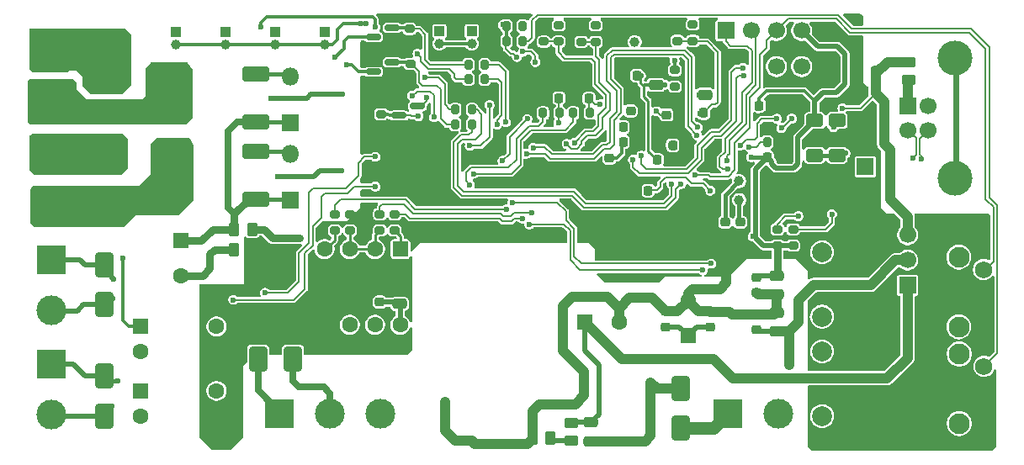
<source format=gbr>
%TF.GenerationSoftware,KiCad,Pcbnew,9.0.4-1.fc42*%
%TF.CreationDate,2025-09-30T21:03:08+03:00*%
%TF.ProjectId,ea01,65613031-2e6b-4696-9361-645f70636258,rev?*%
%TF.SameCoordinates,Original*%
%TF.FileFunction,Copper,L2,Bot*%
%TF.FilePolarity,Positive*%
%FSLAX46Y46*%
G04 Gerber Fmt 4.6, Leading zero omitted, Abs format (unit mm)*
G04 Created by KiCad (PCBNEW 9.0.4-1.fc42) date 2025-09-30 21:03:08*
%MOMM*%
%LPD*%
G01*
G04 APERTURE LIST*
G04 Aperture macros list*
%AMRoundRect*
0 Rectangle with rounded corners*
0 $1 Rounding radius*
0 $2 $3 $4 $5 $6 $7 $8 $9 X,Y pos of 4 corners*
0 Add a 4 corners polygon primitive as box body*
4,1,4,$2,$3,$4,$5,$6,$7,$8,$9,$2,$3,0*
0 Add four circle primitives for the rounded corners*
1,1,$1+$1,$2,$3*
1,1,$1+$1,$4,$5*
1,1,$1+$1,$6,$7*
1,1,$1+$1,$8,$9*
0 Add four rect primitives between the rounded corners*
20,1,$1+$1,$2,$3,$4,$5,0*
20,1,$1+$1,$4,$5,$6,$7,0*
20,1,$1+$1,$6,$7,$8,$9,0*
20,1,$1+$1,$8,$9,$2,$3,0*%
G04 Aperture macros list end*
%TA.AperFunction,ComponentPad*%
%ADD10RoundRect,0.250000X-0.550000X-0.550000X0.550000X-0.550000X0.550000X0.550000X-0.550000X0.550000X0*%
%TD*%
%TA.AperFunction,ComponentPad*%
%ADD11C,1.600000*%
%TD*%
%TA.AperFunction,ComponentPad*%
%ADD12RoundRect,0.250000X-0.550000X0.550000X-0.550000X-0.550000X0.550000X-0.550000X0.550000X0.550000X0*%
%TD*%
%TA.AperFunction,ComponentPad*%
%ADD13C,2.000000*%
%TD*%
%TA.AperFunction,ComponentPad*%
%ADD14R,1.700000X1.700000*%
%TD*%
%TA.AperFunction,ComponentPad*%
%ADD15C,1.700000*%
%TD*%
%TA.AperFunction,ComponentPad*%
%ADD16R,3.000000X3.000000*%
%TD*%
%TA.AperFunction,ComponentPad*%
%ADD17C,3.000000*%
%TD*%
%TA.AperFunction,ComponentPad*%
%ADD18R,1.000000X1.000000*%
%TD*%
%TA.AperFunction,ComponentPad*%
%ADD19C,1.000000*%
%TD*%
%TA.AperFunction,ComponentPad*%
%ADD20O,1.800000X1.800000*%
%TD*%
%TA.AperFunction,ComponentPad*%
%ADD21R,1.800000X1.800000*%
%TD*%
%TA.AperFunction,ComponentPad*%
%ADD22C,2.100000*%
%TD*%
%TA.AperFunction,ComponentPad*%
%ADD23C,1.750000*%
%TD*%
%TA.AperFunction,ComponentPad*%
%ADD24RoundRect,0.250000X0.550000X-0.550000X0.550000X0.550000X-0.550000X0.550000X-0.550000X-0.550000X0*%
%TD*%
%TA.AperFunction,ComponentPad*%
%ADD25C,3.500000*%
%TD*%
%TA.AperFunction,SMDPad,CuDef*%
%ADD26RoundRect,0.225000X0.225000X0.250000X-0.225000X0.250000X-0.225000X-0.250000X0.225000X-0.250000X0*%
%TD*%
%TA.AperFunction,SMDPad,CuDef*%
%ADD27RoundRect,0.200000X0.200000X0.275000X-0.200000X0.275000X-0.200000X-0.275000X0.200000X-0.275000X0*%
%TD*%
%TA.AperFunction,SMDPad,CuDef*%
%ADD28RoundRect,0.225000X0.250000X-0.225000X0.250000X0.225000X-0.250000X0.225000X-0.250000X-0.225000X0*%
%TD*%
%TA.AperFunction,SMDPad,CuDef*%
%ADD29RoundRect,0.200000X-0.275000X0.200000X-0.275000X-0.200000X0.275000X-0.200000X0.275000X0.200000X0*%
%TD*%
%TA.AperFunction,SMDPad,CuDef*%
%ADD30RoundRect,0.250000X0.650000X-1.000000X0.650000X1.000000X-0.650000X1.000000X-0.650000X-1.000000X0*%
%TD*%
%TA.AperFunction,SMDPad,CuDef*%
%ADD31RoundRect,0.200000X0.275000X-0.200000X0.275000X0.200000X-0.275000X0.200000X-0.275000X-0.200000X0*%
%TD*%
%TA.AperFunction,SMDPad,CuDef*%
%ADD32RoundRect,0.250000X1.100000X-0.500000X1.100000X0.500000X-1.100000X0.500000X-1.100000X-0.500000X0*%
%TD*%
%TA.AperFunction,SMDPad,CuDef*%
%ADD33RoundRect,0.250000X0.475000X-0.250000X0.475000X0.250000X-0.475000X0.250000X-0.475000X-0.250000X0*%
%TD*%
%TA.AperFunction,SMDPad,CuDef*%
%ADD34RoundRect,0.200000X-0.200000X-0.275000X0.200000X-0.275000X0.200000X0.275000X-0.200000X0.275000X0*%
%TD*%
%TA.AperFunction,SMDPad,CuDef*%
%ADD35RoundRect,0.250000X0.450000X-0.262500X0.450000X0.262500X-0.450000X0.262500X-0.450000X-0.262500X0*%
%TD*%
%TA.AperFunction,SMDPad,CuDef*%
%ADD36RoundRect,0.250000X0.250000X0.475000X-0.250000X0.475000X-0.250000X-0.475000X0.250000X-0.475000X0*%
%TD*%
%TA.AperFunction,SMDPad,CuDef*%
%ADD37RoundRect,0.250000X-0.475000X0.250000X-0.475000X-0.250000X0.475000X-0.250000X0.475000X0.250000X0*%
%TD*%
%TA.AperFunction,SMDPad,CuDef*%
%ADD38RoundRect,0.225000X-0.225000X-0.250000X0.225000X-0.250000X0.225000X0.250000X-0.225000X0.250000X0*%
%TD*%
%TA.AperFunction,SMDPad,CuDef*%
%ADD39RoundRect,0.250000X0.262500X0.450000X-0.262500X0.450000X-0.262500X-0.450000X0.262500X-0.450000X0*%
%TD*%
%TA.AperFunction,SMDPad,CuDef*%
%ADD40RoundRect,0.250000X0.600000X-0.400000X0.600000X0.400000X-0.600000X0.400000X-0.600000X-0.400000X0*%
%TD*%
%TA.AperFunction,SMDPad,CuDef*%
%ADD41RoundRect,0.150000X0.587500X0.150000X-0.587500X0.150000X-0.587500X-0.150000X0.587500X-0.150000X0*%
%TD*%
%TA.AperFunction,SMDPad,CuDef*%
%ADD42RoundRect,0.225000X-0.250000X0.225000X-0.250000X-0.225000X0.250000X-0.225000X0.250000X0.225000X0*%
%TD*%
%TA.AperFunction,SMDPad,CuDef*%
%ADD43RoundRect,0.150000X-0.587500X-0.150000X0.587500X-0.150000X0.587500X0.150000X-0.587500X0.150000X0*%
%TD*%
%TA.AperFunction,SMDPad,CuDef*%
%ADD44RoundRect,0.249999X-3.750001X1.250001X-3.750001X-1.250001X3.750001X-1.250001X3.750001X1.250001X0*%
%TD*%
%TA.AperFunction,SMDPad,CuDef*%
%ADD45RoundRect,0.250000X-0.262500X-0.450000X0.262500X-0.450000X0.262500X0.450000X-0.262500X0.450000X0*%
%TD*%
%TA.AperFunction,SMDPad,CuDef*%
%ADD46RoundRect,0.250000X-0.450000X0.262500X-0.450000X-0.262500X0.450000X-0.262500X0.450000X0.262500X0*%
%TD*%
%TA.AperFunction,ViaPad*%
%ADD47C,0.600000*%
%TD*%
%TA.AperFunction,Conductor*%
%ADD48C,1.016000*%
%TD*%
%TA.AperFunction,Conductor*%
%ADD49C,0.381000*%
%TD*%
%TA.AperFunction,Conductor*%
%ADD50C,0.635000*%
%TD*%
%TA.AperFunction,Conductor*%
%ADD51C,0.508000*%
%TD*%
%TA.AperFunction,Conductor*%
%ADD52C,0.200000*%
%TD*%
%TA.AperFunction,Conductor*%
%ADD53C,0.762000*%
%TD*%
%TA.AperFunction,Conductor*%
%ADD54C,0.304800*%
%TD*%
%TA.AperFunction,Conductor*%
%ADD55C,0.300000*%
%TD*%
%TA.AperFunction,Conductor*%
%ADD56C,0.254000*%
%TD*%
%TA.AperFunction,Conductor*%
%ADD57C,0.600000*%
%TD*%
%TA.AperFunction,Conductor*%
%ADD58C,0.400000*%
%TD*%
%TA.AperFunction,Conductor*%
%ADD59C,1.270000*%
%TD*%
G04 APERTURE END LIST*
D10*
%TO.P,U13,1*%
%TO.N,Net-(R42-Pad1)*%
X78695000Y-80975000D03*
D11*
%TO.P,U13,2*%
%TO.N,Net-(D14-A2)*%
X78695000Y-83515000D03*
%TO.P,U13,3*%
%TO.N,GND*%
X86315000Y-83515000D03*
%TO.P,U13,4*%
%TO.N,Net-(R43-Pad2)*%
X86315000Y-80975000D03*
%TD*%
D12*
%TO.P,C62,1*%
%TO.N,+12V_RELAY*%
X82750000Y-72347349D03*
D11*
%TO.P,C62,2*%
%TO.N,GND_RELAY*%
X82750000Y-75847349D03*
%TD*%
D13*
%TO.P,SW3,1,1*%
%TO.N,GND*%
X151750000Y-73500000D03*
X151750000Y-80000000D03*
%TO.P,SW3,2,2*%
%TO.N,Net-(C49-Pad1)*%
X147250000Y-73500000D03*
X147250000Y-80000000D03*
%TD*%
D14*
%TO.P,J7,1,Pin_1*%
%TO.N,+5V_REG*%
X155850000Y-76850000D03*
D15*
%TO.P,J7,2,Pin_2*%
%TO.N,+5V*%
X155850000Y-74310000D03*
%TO.P,J7,3,Pin_3*%
%TO.N,VBUS*%
X155850000Y-71770000D03*
%TD*%
D16*
%TO.P,J4,1,Pin_1*%
%TO.N,Net-(D14-A2)*%
X69700000Y-74250000D03*
D17*
%TO.P,J4,2,Pin_2*%
%TO.N,Net-(D14-A1)*%
X69700000Y-79330000D03*
%TD*%
D14*
%TO.P,J8,1,Pin_1*%
%TO.N,GND*%
X147740000Y-54810000D03*
D15*
%TO.P,J8,2,Pin_2*%
%TO.N,/mcu/UART0_RX*%
X145200000Y-54810000D03*
%TO.P,J8,3,Pin_3*%
%TO.N,/mcu/UART0_TX*%
X142660000Y-54810000D03*
%TD*%
D14*
%TO.P,BT1,1,+*%
%TO.N,Net-(BT1-+)*%
X151600000Y-64900000D03*
D15*
%TO.P,BT1,2,-*%
%TO.N,GND*%
X151600000Y-67440000D03*
%TD*%
D16*
%TO.P,J5,1,Pin_1*%
%TO.N,Net-(D15-A2)*%
X69700000Y-84760000D03*
D17*
%TO.P,J5,2,Pin_2*%
%TO.N,Net-(D15-A1)*%
X69700000Y-89840000D03*
%TD*%
D18*
%TO.P,J16,1,Pin_1*%
%TO.N,Net-(J16-Pin_1)*%
X97250000Y-51365000D03*
D19*
%TO.P,J16,2,Pin_2*%
%TO.N,+3.3V*%
X97250000Y-52635000D03*
%TD*%
D20*
%TO.P,K1,13*%
%TO.N,/outputs/R0_B*%
X82200000Y-55800000D03*
%TO.P,K1,14*%
%TO.N,/outputs/R0_A*%
X75200000Y-55800000D03*
D21*
%TO.P,K1,A1*%
%TO.N,+12V_RELAY*%
X93700000Y-60500000D03*
D20*
%TO.P,K1,A2*%
%TO.N,Net-(D20-A)*%
X93700000Y-55800000D03*
%TD*%
D18*
%TO.P,J15,1,Pin_1*%
%TO.N,Net-(J15-Pin_1)*%
X87250000Y-51365000D03*
D19*
%TO.P,J15,2,Pin_2*%
%TO.N,+3.3V*%
X87250000Y-52635000D03*
%TD*%
D22*
%TO.P,SW2,*%
%TO.N,*%
X161047500Y-83750000D03*
X161047500Y-90760000D03*
D23*
%TO.P,SW2,1,1*%
%TO.N,/mcu/USB_BOOT*%
X163537500Y-85000000D03*
%TO.P,SW2,2,2*%
%TO.N,GND*%
X163537500Y-89500000D03*
%TD*%
D16*
%TO.P,J1,1,Pin_1*%
%TO.N,Net-(D5-A)*%
X137750000Y-89800000D03*
D17*
%TO.P,J1,2,Pin_2*%
%TO.N,GND*%
X142830000Y-89800000D03*
%TD*%
D16*
%TO.P,J6,1,Pin_1*%
%TO.N,/rs485/RS485_A*%
X92670000Y-89750000D03*
D17*
%TO.P,J6,2,Pin_2*%
%TO.N,/rs485/RS485_B*%
X97750000Y-89750000D03*
%TO.P,J6,3,Pin_3*%
%TO.N,/rs485/RS485_GND*%
X102830000Y-89750000D03*
%TD*%
D18*
%TO.P,J14,1,Pin_1*%
%TO.N,Net-(J14-Pin_1)*%
X82250000Y-51365000D03*
D19*
%TO.P,J14,2,Pin_2*%
%TO.N,+3.3V*%
X82250000Y-52635000D03*
%TD*%
D18*
%TO.P,J19,1,Pin_1*%
%TO.N,GND*%
X128400000Y-51065000D03*
D19*
%TO.P,J19,2,Pin_2*%
%TO.N,Net-(J19-Pin_2)*%
X128400000Y-52335000D03*
%TD*%
D20*
%TO.P,K2,13*%
%TO.N,/outputs/R1_B*%
X82200000Y-63582500D03*
%TO.P,K2,14*%
%TO.N,/outputs/R1_A*%
X75200000Y-63582500D03*
D21*
%TO.P,K2,A1*%
%TO.N,+12V_RELAY*%
X93700000Y-68282500D03*
D20*
%TO.P,K2,A2*%
%TO.N,Net-(D21-A)*%
X93700000Y-63582500D03*
%TD*%
D10*
%TO.P,U14,1*%
%TO.N,Net-(R48-Pad1)*%
X78695000Y-87475000D03*
D11*
%TO.P,U14,2*%
%TO.N,Net-(D15-A2)*%
X78695000Y-90015000D03*
%TO.P,U14,3*%
%TO.N,GND*%
X86315000Y-90015000D03*
%TO.P,U14,4*%
%TO.N,Net-(R49-Pad2)*%
X86315000Y-87475000D03*
%TD*%
D18*
%TO.P,J17,1,Pin_1*%
%TO.N,Net-(J17-Pin_1)*%
X92250000Y-51365000D03*
D19*
%TO.P,J17,2,Pin_2*%
%TO.N,+3.3V*%
X92250000Y-52635000D03*
%TD*%
D24*
%TO.P,C2,1*%
%TO.N,+12V*%
X133750000Y-81902651D03*
D11*
%TO.P,C2,2*%
%TO.N,GND*%
X133750000Y-78402651D03*
%TD*%
D13*
%TO.P,SW4,1,1*%
%TO.N,GND*%
X151750000Y-83500000D03*
X151750000Y-90000000D03*
%TO.P,SW4,2,2*%
%TO.N,Net-(C51-Pad1)*%
X147250000Y-83500000D03*
X147250000Y-90000000D03*
%TD*%
D10*
%TO.P,C9,1*%
%TO.N,+5V_REG*%
X123347349Y-80500000D03*
D11*
%TO.P,C9,2*%
%TO.N,GND*%
X126847349Y-80500000D03*
%TD*%
D14*
%TO.P,J3,1,Pin_1*%
%TO.N,Net-(J3-Pin_1)*%
X137580000Y-51200000D03*
D15*
%TO.P,J3,2,Pin_2*%
%TO.N,Net-(J3-Pin_2)*%
X140120000Y-51200000D03*
%TO.P,J3,3,Pin_3*%
%TO.N,/mcu/RUN*%
X142660000Y-51200000D03*
%TO.P,J3,4,Pin_4*%
%TO.N,+3.3V*%
X145200000Y-51200000D03*
%TO.P,J3,5,Pin_5*%
%TO.N,GND*%
X147740000Y-51200000D03*
%TD*%
D14*
%TO.P,J2,1,VBUS*%
%TO.N,Net-(J2-VBUS)*%
X155922500Y-58750000D03*
D15*
%TO.P,J2,2,D-*%
%TO.N,/mcu/USB_D-*%
X155922500Y-61250000D03*
%TO.P,J2,3,D+*%
%TO.N,/mcu/UDB_D+*%
X157922500Y-61250000D03*
%TO.P,J2,4,GND*%
%TO.N,Net-(J2-GND)*%
X157922500Y-58750000D03*
D25*
%TO.P,J2,5,Shield*%
%TO.N,Net-(J2-Shield)*%
X160632500Y-53980000D03*
X160632500Y-66020000D03*
%TD*%
D18*
%TO.P,J13,1,Pin_1*%
%TO.N,Net-(J13-Pin_1)*%
X112000000Y-51230000D03*
D19*
%TO.P,J13,2,Pin_2*%
%TO.N,+3.3V*%
X112000000Y-52500000D03*
%TD*%
D12*
%TO.P,U12,1,R*%
%TO.N,Net-(U12-R)*%
X104810000Y-73195000D03*
D11*
%TO.P,U12,2,~{RE}*%
%TO.N,Net-(U12-DE)*%
X102270000Y-73195000D03*
%TO.P,U12,3,DE*%
X99730000Y-73195000D03*
%TO.P,U12,4,D*%
%TO.N,Net-(U12-D)*%
X97190000Y-73195000D03*
%TO.P,U12,5,GND*%
%TO.N,GND*%
X97190000Y-80815000D03*
%TO.P,U12,6,A*%
%TO.N,Net-(U12-A)*%
X99730000Y-80815000D03*
%TO.P,U12,7,B*%
%TO.N,Net-(U12-B)*%
X102270000Y-80815000D03*
%TO.P,U12,8,VCC*%
%TO.N,+3.3V*%
X104810000Y-80815000D03*
%TD*%
D18*
%TO.P,J18,1,Pin_1*%
%TO.N,Net-(J18-Pin_1)*%
X108750000Y-51230000D03*
D19*
%TO.P,J18,2,Pin_2*%
%TO.N,+3.3V*%
X108750000Y-52500000D03*
%TD*%
D22*
%TO.P,SW1,*%
%TO.N,*%
X161010000Y-74000000D03*
X161010000Y-81010000D03*
D23*
%TO.P,SW1,1,1*%
%TO.N,/mcu/RUN*%
X163500000Y-75250000D03*
%TO.P,SW1,2,2*%
%TO.N,GND*%
X163500000Y-79750000D03*
%TD*%
D16*
%TO.P,J11,1,Pin_1*%
%TO.N,/outputs/R1_A*%
X69700000Y-63670000D03*
D17*
%TO.P,J11,2,Pin_2*%
%TO.N,/outputs/R1_B*%
X69700000Y-68750000D03*
%TD*%
D16*
%TO.P,J10,1,Pin_1*%
%TO.N,/outputs/R0_A*%
X69700000Y-53170000D03*
D17*
%TO.P,J10,2,Pin_2*%
%TO.N,/outputs/R0_B*%
X69700000Y-58250000D03*
%TD*%
D26*
%TO.P,C25,1*%
%TO.N,+1.1V*%
X128625000Y-55700000D03*
%TO.P,C25,2*%
%TO.N,GND*%
X127075000Y-55700000D03*
%TD*%
D27*
%TO.P,R57,1*%
%TO.N,GND*%
X143360000Y-62450000D03*
%TO.P,R57,2*%
%TO.N,Net-(U8-WP)*%
X141710000Y-62450000D03*
%TD*%
D28*
%TO.P,C58,1*%
%TO.N,+3.3V*%
X102750000Y-78525000D03*
%TO.P,C58,2*%
%TO.N,GND*%
X102750000Y-76975000D03*
%TD*%
D29*
%TO.P,R65,1*%
%TO.N,GND*%
X99750000Y-69675000D03*
%TO.P,R65,2*%
%TO.N,Net-(U12-DE)*%
X99750000Y-71325000D03*
%TD*%
D30*
%TO.P,D15,1,A1*%
%TO.N,Net-(D15-A1)*%
X75000000Y-90000000D03*
%TO.P,D15,2,A2*%
%TO.N,Net-(D15-A2)*%
X75000000Y-86000000D03*
%TD*%
D26*
%TO.P,C36,1*%
%TO.N,VBUS*%
X152625000Y-57500000D03*
%TO.P,C36,2*%
%TO.N,GND*%
X151075000Y-57500000D03*
%TD*%
D28*
%TO.P,C53,1*%
%TO.N,GND*%
X137500000Y-72025000D03*
%TO.P,C53,2*%
%TO.N,Net-(U2-OSCI)*%
X137500000Y-70475000D03*
%TD*%
D31*
%TO.P,R59,1*%
%TO.N,Net-(U1-ADC_AVDD)*%
X132450000Y-56825000D03*
%TO.P,R59,2*%
%TO.N,+3.3V*%
X132450000Y-55175000D03*
%TD*%
%TO.P,R66,1*%
%TO.N,Net-(U12-DE)*%
X102750000Y-71325000D03*
%TO.P,R66,2*%
%TO.N,RS485_RW*%
X102750000Y-69675000D03*
%TD*%
D32*
%TO.P,D21,1,K*%
%TO.N,+12V_RELAY*%
X90250000Y-68150000D03*
%TO.P,D21,2,A*%
%TO.N,Net-(D21-A)*%
X90250000Y-63350000D03*
%TD*%
D27*
%TO.P,R26,1*%
%TO.N,IN0_LED*%
X112010000Y-59150000D03*
%TO.P,R26,2*%
%TO.N,Net-(Q4-B)*%
X110360000Y-59150000D03*
%TD*%
D33*
%TO.P,C59,1*%
%TO.N,+3.3V*%
X104750000Y-78700000D03*
%TO.P,C59,2*%
%TO.N,GND*%
X104750000Y-76800000D03*
%TD*%
D29*
%TO.P,R30,1*%
%TO.N,Net-(Q5-B)*%
X105812500Y-54525000D03*
%TO.P,R30,2*%
%TO.N,GND*%
X105812500Y-56175000D03*
%TD*%
D28*
%TO.P,C30,1*%
%TO.N,GND*%
X125850000Y-65575000D03*
%TO.P,C30,2*%
%TO.N,+3.3V*%
X125850000Y-64025000D03*
%TD*%
D26*
%TO.P,C26,1*%
%TO.N,GND*%
X132225000Y-64230000D03*
%TO.P,C26,2*%
%TO.N,+1.1V*%
X130675000Y-64230000D03*
%TD*%
D34*
%TO.P,R55,1*%
%TO.N,Net-(R55-Pad1)*%
X119170000Y-59500000D03*
%TO.P,R55,2*%
%TO.N,BUTTON1*%
X120820000Y-59500000D03*
%TD*%
D26*
%TO.P,C52,1*%
%TO.N,BUTTON1*%
X120770000Y-58000000D03*
%TO.P,C52,2*%
%TO.N,GND*%
X119220000Y-58000000D03*
%TD*%
D31*
%TO.P,R84,1*%
%TO.N,/mcu/HW_VER0*%
X123000000Y-52325000D03*
%TO.P,R84,2*%
%TO.N,GND*%
X123000000Y-50675000D03*
%TD*%
D35*
%TO.P,FB3,1*%
%TO.N,Net-(J2-VBUS)*%
X156000000Y-56162500D03*
%TO.P,FB3,2*%
%TO.N,VBUS*%
X156000000Y-54337500D03*
%TD*%
D26*
%TO.P,C34,1*%
%TO.N,GND*%
X128775000Y-60900000D03*
%TO.P,C34,2*%
%TO.N,+3.3V*%
X127225000Y-60900000D03*
%TD*%
D27*
%TO.P,R15,1*%
%TO.N,/mcu/USB_BOOT*%
X117125000Y-52250000D03*
%TO.P,R15,2*%
%TO.N,/mcu/QSPI_SS*%
X115475000Y-52250000D03*
%TD*%
D28*
%TO.P,C29,1*%
%TO.N,GND*%
X131600000Y-61225000D03*
%TO.P,C29,2*%
%TO.N,+3.3V*%
X131600000Y-59675000D03*
%TD*%
D36*
%TO.P,C35,1*%
%TO.N,VBUS*%
X152700000Y-55500000D03*
%TO.P,C35,2*%
%TO.N,GND*%
X150800000Y-55500000D03*
%TD*%
D31*
%TO.P,R68,1*%
%TO.N,Net-(U12-R)*%
X104250000Y-71325000D03*
%TO.P,R68,2*%
%TO.N,RS485_RX*%
X104250000Y-69675000D03*
%TD*%
D30*
%TO.P,D19,1,A1*%
%TO.N,/rs485/RS485_B*%
X94000000Y-84250000D03*
%TO.P,D19,2,A2*%
%TO.N,GND*%
X94000000Y-80250000D03*
%TD*%
D37*
%TO.P,C11,1*%
%TO.N,+5V_REG*%
X124000000Y-90637500D03*
%TO.P,C11,2*%
%TO.N,GND*%
X124000000Y-92537500D03*
%TD*%
D28*
%TO.P,C4,1*%
%TO.N,+12V*%
X131500000Y-81025000D03*
%TO.P,C4,2*%
%TO.N,GND*%
X131500000Y-79475000D03*
%TD*%
D38*
%TO.P,C63,1*%
%TO.N,/mcu/HW_ADDRESS*%
X135325000Y-59500000D03*
%TO.P,C63,2*%
%TO.N,GND*%
X136875000Y-59500000D03*
%TD*%
%TO.P,C28,1*%
%TO.N,GND*%
X130685000Y-62740000D03*
%TO.P,C28,2*%
%TO.N,+3.3V*%
X132235000Y-62740000D03*
%TD*%
D26*
%TO.P,C32,1*%
%TO.N,GND*%
X128775000Y-62400000D03*
%TO.P,C32,2*%
%TO.N,+3.3V*%
X127225000Y-62400000D03*
%TD*%
D28*
%TO.P,C54,1*%
%TO.N,GND*%
X139000000Y-72025000D03*
%TO.P,C54,2*%
%TO.N,Net-(U2-OSCO)*%
X139000000Y-70475000D03*
%TD*%
D39*
%TO.P,FB6,1*%
%TO.N,GND*%
X89912500Y-73250000D03*
%TO.P,FB6,2*%
%TO.N,GND_RELAY*%
X88087500Y-73250000D03*
%TD*%
D40*
%TO.P,D17,1,K*%
%TO.N,Net-(D16-K)*%
X148750000Y-63750000D03*
%TO.P,D17,2,A*%
%TO.N,Net-(BT1-+)*%
X148750000Y-60250000D03*
%TD*%
D29*
%TO.P,R81,1*%
%TO.N,+3.3V*%
X134250000Y-50575000D03*
%TO.P,R81,2*%
%TO.N,/mcu/HW_ADDRESS*%
X134250000Y-52225000D03*
%TD*%
D41*
%TO.P,Q5,1,B*%
%TO.N,Net-(Q5-B)*%
X104000000Y-54400000D03*
%TO.P,Q5,2,E*%
%TO.N,GND*%
X104000000Y-56300000D03*
%TO.P,Q5,3,C*%
%TO.N,Net-(Q5-C)*%
X102125000Y-55350000D03*
%TD*%
D32*
%TO.P,D20,1,K*%
%TO.N,+12V_RELAY*%
X90250000Y-60400000D03*
%TO.P,D20,2,A*%
%TO.N,Net-(D20-A)*%
X90250000Y-55600000D03*
%TD*%
D34*
%TO.P,R45,1*%
%TO.N,Net-(R45-Pad1)*%
X122215000Y-59490000D03*
%TO.P,R45,2*%
%TO.N,DIGITAL_IN0*%
X123865000Y-59490000D03*
%TD*%
D42*
%TO.P,C23,1*%
%TO.N,+3.3V*%
X140650000Y-76025000D03*
%TO.P,C23,2*%
%TO.N,GND*%
X140650000Y-77575000D03*
%TD*%
D27*
%TO.P,R29,1*%
%TO.N,IN1_LED*%
X112010000Y-60620000D03*
%TO.P,R29,2*%
%TO.N,Net-(Q5-B)*%
X110360000Y-60620000D03*
%TD*%
D31*
%TO.P,R82,1*%
%TO.N,/mcu/HW_ADDRESS*%
X132700000Y-52225000D03*
%TO.P,R82,2*%
%TO.N,GND*%
X132700000Y-50575000D03*
%TD*%
D29*
%TO.P,R83,1*%
%TO.N,+3.3V*%
X124500000Y-50675000D03*
%TO.P,R83,2*%
%TO.N,/mcu/HW_VER0*%
X124500000Y-52325000D03*
%TD*%
%TO.P,R36,1*%
%TO.N,Net-(Q7-B)*%
X105750000Y-51025000D03*
%TO.P,R36,2*%
%TO.N,GND*%
X105750000Y-52675000D03*
%TD*%
D27*
%TO.P,R14,1*%
%TO.N,+3.3V*%
X117125000Y-50750000D03*
%TO.P,R14,2*%
%TO.N,/mcu/QSPI_SS*%
X115475000Y-50750000D03*
%TD*%
D37*
%TO.P,C18,1*%
%TO.N,+3.3V*%
X142650000Y-75850000D03*
%TO.P,C18,2*%
%TO.N,GND*%
X142650000Y-77750000D03*
%TD*%
D43*
%TO.P,Q3,1,B*%
%TO.N,Net-(Q3-B)*%
X104674001Y-59741071D03*
%TO.P,Q3,2,E*%
%TO.N,GND*%
X104674001Y-57841071D03*
%TO.P,Q3,3,C*%
%TO.N,Net-(Q3-C)*%
X106549001Y-58791071D03*
%TD*%
D26*
%TO.P,C44,1*%
%TO.N,DIGITAL_IN0*%
X123805000Y-58020000D03*
%TO.P,C44,2*%
%TO.N,GND*%
X122255000Y-58020000D03*
%TD*%
D31*
%TO.P,R8,1*%
%TO.N,/mcu/HW_VER1*%
X119250000Y-52300000D03*
%TO.P,R8,2*%
%TO.N,GND*%
X119250000Y-50650000D03*
%TD*%
D37*
%TO.P,C27,1*%
%TO.N,GND*%
X135450000Y-55750000D03*
%TO.P,C27,2*%
%TO.N,+3.3V*%
X135450000Y-57650000D03*
%TD*%
D30*
%TO.P,D14,1,A1*%
%TO.N,Net-(D14-A1)*%
X75000000Y-78800000D03*
%TO.P,D14,2,A2*%
%TO.N,Net-(D14-A2)*%
X75000000Y-74800000D03*
%TD*%
D28*
%TO.P,C22,1*%
%TO.N,+5V*%
X140650000Y-81325000D03*
%TO.P,C22,2*%
%TO.N,GND*%
X140650000Y-79775000D03*
%TD*%
D30*
%TO.P,D6,1,A1*%
%TO.N,Net-(D5-A)*%
X133000000Y-91250000D03*
%TO.P,D6,2,A2*%
%TO.N,GND*%
X133000000Y-87250000D03*
%TD*%
D31*
%TO.P,R38,1*%
%TO.N,+3.3V*%
X142760000Y-72845000D03*
%TO.P,R38,2*%
%TO.N,I2C0_SDA*%
X142760000Y-71195000D03*
%TD*%
D19*
%TO.P,Y3,1,1*%
%TO.N,Net-(U2-OSCI)*%
X138900000Y-66350000D03*
%TO.P,Y3,2,2*%
%TO.N,Net-(U2-OSCO)*%
X138900000Y-68250000D03*
D44*
%TO.P,Y3,3,3*%
%TO.N,GND*%
X145900000Y-67300000D03*
%TD*%
D45*
%TO.P,R5,1*%
%TO.N,GND*%
X118087500Y-92250000D03*
%TO.P,R5,2*%
%TO.N,Net-(U4-Vfb)*%
X119912500Y-92250000D03*
%TD*%
D38*
%TO.P,C57,1*%
%TO.N,+3.3V*%
X141760000Y-63950000D03*
%TO.P,C57,2*%
%TO.N,GND*%
X143310000Y-63950000D03*
%TD*%
D39*
%TO.P,FB5,1*%
%TO.N,+12V*%
X89912500Y-71200000D03*
%TO.P,FB5,2*%
%TO.N,+12V_RELAY*%
X88087500Y-71200000D03*
%TD*%
D29*
%TO.P,R7,1*%
%TO.N,+3.3V*%
X120750000Y-50650000D03*
%TO.P,R7,2*%
%TO.N,/mcu/HW_VER1*%
X120750000Y-52300000D03*
%TD*%
D31*
%TO.P,R67,1*%
%TO.N,Net-(U12-D)*%
X98200000Y-71325000D03*
%TO.P,R67,2*%
%TO.N,RS485_TX*%
X98200000Y-69675000D03*
%TD*%
D27*
%TO.P,R32,1*%
%TO.N,OUT0_LED*%
X113305000Y-56090000D03*
%TO.P,R32,2*%
%TO.N,Net-(Q6-B)*%
X111655000Y-56090000D03*
%TD*%
D41*
%TO.P,Q7,1,B*%
%TO.N,Net-(Q7-B)*%
X104000000Y-50900000D03*
%TO.P,Q7,2,E*%
%TO.N,GND*%
X104000000Y-52800000D03*
%TO.P,Q7,3,C*%
%TO.N,Net-(Q7-C)*%
X102125000Y-51850000D03*
%TD*%
D27*
%TO.P,R35,1*%
%TO.N,OUT1_LED*%
X113305000Y-54620000D03*
%TO.P,R35,2*%
%TO.N,Net-(Q7-B)*%
X111655000Y-54620000D03*
%TD*%
D33*
%TO.P,C10,1*%
%TO.N,+1.1V*%
X130550000Y-56650000D03*
%TO.P,C10,2*%
%TO.N,GND*%
X130550000Y-54750000D03*
%TD*%
%TO.P,C21,1*%
%TO.N,+5V*%
X142650000Y-81475000D03*
%TO.P,C21,2*%
%TO.N,GND*%
X142650000Y-79575000D03*
%TD*%
D31*
%TO.P,R39,1*%
%TO.N,+3.3V*%
X144330000Y-72855000D03*
%TO.P,R39,2*%
%TO.N,I2C0_SCL*%
X144330000Y-71205000D03*
%TD*%
D30*
%TO.P,D18,1,A1*%
%TO.N,/rs485/RS485_A*%
X90500000Y-84250000D03*
%TO.P,D18,2,A2*%
%TO.N,GND*%
X90500000Y-80250000D03*
%TD*%
D46*
%TO.P,R6,1*%
%TO.N,+5V_REG*%
X122000000Y-90675000D03*
%TO.P,R6,2*%
%TO.N,Net-(U4-Vfb)*%
X122000000Y-92500000D03*
%TD*%
D28*
%TO.P,C5,1*%
%TO.N,+12V*%
X136000000Y-81025000D03*
%TO.P,C5,2*%
%TO.N,GND*%
X136000000Y-79475000D03*
%TD*%
D38*
%TO.P,C31,1*%
%TO.N,GND*%
X128195000Y-67300000D03*
%TO.P,C31,2*%
%TO.N,+3.3V*%
X129745000Y-67300000D03*
%TD*%
%TO.P,C14,1*%
%TO.N,+3.3V*%
X140925000Y-58750000D03*
%TO.P,C14,2*%
%TO.N,GND*%
X142475000Y-58750000D03*
%TD*%
D31*
%TO.P,R24,1*%
%TO.N,Net-(Q3-B)*%
X102875000Y-59600000D03*
%TO.P,R24,2*%
%TO.N,GND*%
X102875000Y-57950000D03*
%TD*%
D42*
%TO.P,C33,1*%
%TO.N,GND*%
X128000000Y-57725000D03*
%TO.P,C33,2*%
%TO.N,+3.3V*%
X128000000Y-59275000D03*
%TD*%
D40*
%TO.P,D16,1,K*%
%TO.N,Net-(D16-K)*%
X146500000Y-63750000D03*
%TO.P,D16,2,A*%
%TO.N,+3.3V*%
X146500000Y-60250000D03*
%TD*%
D47*
%TO.N,GND*%
X104200000Y-55400000D03*
X118400000Y-65400000D03*
X112000000Y-92500000D03*
X97200000Y-78400000D03*
X86100000Y-78300000D03*
X93000000Y-80700000D03*
X146600000Y-92800000D03*
X142800000Y-69550000D03*
X152300000Y-58800000D03*
X130600000Y-62700000D03*
X123300000Y-85500000D03*
X101400000Y-56700000D03*
X157800000Y-80100000D03*
X91400000Y-80700000D03*
X130900000Y-61250000D03*
X150400000Y-50000000D03*
X128950000Y-69600000D03*
X158100000Y-75000000D03*
X103300000Y-82400000D03*
X116300000Y-56500000D03*
X122200000Y-56800000D03*
X88100000Y-90000000D03*
X142500000Y-58750000D03*
X128300000Y-75950000D03*
X151400000Y-92800000D03*
X136000000Y-73400000D03*
X118000000Y-58000000D03*
X156500000Y-87300000D03*
X98200000Y-75200000D03*
X163900000Y-92800000D03*
X128600000Y-62450000D03*
X128100000Y-67300000D03*
X140700000Y-79800000D03*
X136000000Y-50200000D03*
X102800000Y-62400000D03*
X89900000Y-74000000D03*
X117600000Y-92800000D03*
X89900000Y-74700000D03*
X163800000Y-71900000D03*
X148600000Y-67600000D03*
X107200000Y-50600000D03*
X137450000Y-57150000D03*
X113700000Y-50700000D03*
X123300000Y-87000000D03*
X115300000Y-92900000D03*
X124350000Y-70400000D03*
X119700000Y-54000000D03*
X113700000Y-57500000D03*
X143200000Y-64000000D03*
X110100000Y-56800000D03*
X145200000Y-53000000D03*
X137600000Y-73400000D03*
X130250000Y-76000000D03*
X125750000Y-65600000D03*
X101400000Y-69100000D03*
X104000000Y-51800000D03*
X120600000Y-62600000D03*
X91400000Y-79400000D03*
X133000000Y-69450000D03*
X124400000Y-72200000D03*
X130000000Y-92000000D03*
X122000000Y-65400000D03*
X101600000Y-59600000D03*
X87900000Y-83500000D03*
X135250000Y-53200000D03*
X131400000Y-52600000D03*
X160000000Y-92800000D03*
X162800000Y-70600000D03*
X112700000Y-68500000D03*
X153200000Y-70600000D03*
X129200000Y-71000000D03*
X116000000Y-54700000D03*
X130000000Y-86600000D03*
X138100000Y-54000000D03*
X146300000Y-56900000D03*
X157100000Y-83700000D03*
X109300000Y-88600000D03*
X110600000Y-68400000D03*
X116600000Y-59000000D03*
X150400000Y-70600000D03*
X136000000Y-64100000D03*
X105250000Y-82925000D03*
X107700000Y-61900000D03*
X106900000Y-68100000D03*
X89900000Y-73300000D03*
X104800000Y-58800000D03*
X136300000Y-72000000D03*
X136975000Y-59500000D03*
X109300000Y-90400000D03*
X147300000Y-65100000D03*
X103200000Y-75000000D03*
X135000000Y-73400000D03*
X143400000Y-62400000D03*
X100100000Y-78400000D03*
X93600000Y-73400000D03*
X128600000Y-60950000D03*
X131600000Y-51700000D03*
X125400000Y-73800000D03*
X155900000Y-92800000D03*
X123800000Y-63000000D03*
X136800000Y-73400000D03*
X129500000Y-50200000D03*
X147700000Y-62000000D03*
X101400000Y-53600000D03*
X159600000Y-70600000D03*
X129200000Y-73000000D03*
X116500000Y-66600000D03*
X110000000Y-50600000D03*
X93000000Y-79400000D03*
%TO.N,/mcu/RUN*%
X134475000Y-65750000D03*
%TO.N,+12V*%
X93900000Y-72100000D03*
X94700000Y-72100000D03*
X93100000Y-72100000D03*
%TO.N,+3.3V*%
X134300000Y-50650000D03*
X140275000Y-71925000D03*
X129850000Y-67260000D03*
X142750000Y-75250000D03*
X101350000Y-50500000D03*
X100809620Y-50490380D03*
X117150000Y-50700000D03*
X140800000Y-59000000D03*
X120800000Y-50595000D03*
X127100000Y-62350000D03*
X140130000Y-63940000D03*
X142750000Y-75950000D03*
X132010000Y-62730000D03*
X142750000Y-74650000D03*
X132400000Y-54225000D03*
X136000000Y-67300000D03*
X134900000Y-57650000D03*
X128100000Y-59300000D03*
X124500000Y-50450000D03*
X130610000Y-59310000D03*
X127150000Y-60900000D03*
X104810000Y-78600000D03*
%TO.N,+5V*%
X143950000Y-82750000D03*
X143950000Y-84850000D03*
X143950000Y-83450000D03*
X143950000Y-84100000D03*
%TO.N,+1.1V*%
X130618312Y-64200260D03*
X131450000Y-56650000D03*
X129016365Y-55733635D03*
%TO.N,VBUS*%
X149300000Y-59000000D03*
%TO.N,Net-(U4-Vfb)*%
X119900000Y-92400000D03*
%TO.N,Net-(D14-A2)*%
X76000000Y-76200000D03*
%TO.N,DIGITAL_IN0*%
X124920000Y-58620000D03*
%TO.N,Net-(D15-A2)*%
X76400000Y-86500000D03*
%TO.N,Net-(C49-Pad1)*%
X116100000Y-68500000D03*
X136100000Y-74650000D03*
%TO.N,Net-(C51-Pad1)*%
X135250000Y-75300000D03*
X117800000Y-70700000D03*
%TO.N,BUTTON1*%
X120720000Y-60487500D03*
%TO.N,Net-(D16-K)*%
X148750000Y-63525000D03*
X149610000Y-63550000D03*
%TO.N,GND_RELAY*%
X99000000Y-57600000D03*
X98300000Y-57600000D03*
X93100000Y-58000000D03*
X91800000Y-58000000D03*
X98100000Y-65300000D03*
X92400000Y-58000000D03*
X93700000Y-65900000D03*
X92500000Y-65900000D03*
X98900000Y-65300000D03*
X93100000Y-65900000D03*
%TO.N,Net-(D14-A1)*%
X75900000Y-78200000D03*
%TO.N,/mcu/HW_ADDRESS*%
X134930000Y-59520000D03*
%TO.N,Net-(D15-A1)*%
X75800000Y-89000000D03*
%TO.N,Net-(BT1-+)*%
X148200000Y-60200000D03*
X148400000Y-60900000D03*
%TO.N,Net-(Q2-B)*%
X106005226Y-57734962D03*
X108200000Y-59900000D03*
%TO.N,Net-(Q3-B)*%
X106650000Y-59800000D03*
%TO.N,Net-(Q3-C)*%
X107450000Y-57930000D03*
%TO.N,Net-(Q4-B)*%
X107325000Y-55940000D03*
%TO.N,Net-(Q5-C)*%
X99400000Y-54650000D03*
%TO.N,Net-(Q6-C)*%
X102300000Y-50850000D03*
X90800000Y-50850000D03*
%TO.N,Net-(Q6-B)*%
X106540000Y-53500000D03*
%TO.N,Net-(Q7-C)*%
X98250000Y-53900000D03*
%TO.N,/mcu/HW_VER1*%
X122342051Y-62487500D03*
%TO.N,/mcu/UDB_D+*%
X157199265Y-64099265D03*
%TO.N,/mcu/USB_D-*%
X156400000Y-64050000D03*
%TO.N,/mcu/QSPI_SS*%
X115162500Y-50595000D03*
X116550000Y-53850000D03*
%TO.N,IN0_LED*%
X132110000Y-66650000D03*
%TO.N,IN1_LED*%
X133050000Y-66650000D03*
%TO.N,OUT0_LED*%
X114530000Y-60660000D03*
%TO.N,OUT1_LED*%
X115410000Y-60420000D03*
%TO.N,I2C0_SDA*%
X142700000Y-60060000D03*
X144860000Y-69880000D03*
X139050000Y-62750000D03*
%TO.N,I2C0_SCL*%
X148230000Y-69680000D03*
X144200000Y-60060000D03*
X143160000Y-61000000D03*
%TO.N,Net-(R42-Pad1)*%
X76900000Y-74100000D03*
%TO.N,Net-(R43-Pad2)*%
X102300000Y-66900000D03*
X88000000Y-78300000D03*
%TO.N,Net-(R45-Pad1)*%
X112200000Y-65600000D03*
%TO.N,Net-(R49-Pad2)*%
X91200000Y-77600000D03*
X102300000Y-63900000D03*
%TO.N,Net-(R51-Pad1)*%
X111800000Y-62800000D03*
X113800000Y-58700000D03*
%TO.N,Net-(R53-Pad1)*%
X115100000Y-64300000D03*
X117590000Y-60090000D03*
%TO.N,Net-(U8-WP)*%
X139910000Y-62890000D03*
%TO.N,Net-(U1-ADC_AVDD)*%
X132400000Y-56800000D03*
%TO.N,/mcu/HW_VER0*%
X121550000Y-62600000D03*
%TO.N,RS485_RW*%
X118000000Y-69500000D03*
%TO.N,RS485_TX*%
X115500000Y-69200000D03*
%TO.N,RS485_RX*%
X117100000Y-70100000D03*
%TO.N,OUT0*%
X118200000Y-63000000D03*
X134738558Y-60921136D03*
%TO.N,OUT1*%
X134645735Y-61715735D03*
X117500000Y-63600000D03*
%TO.N,/mcu/UART0_RX*%
X139405731Y-55742985D03*
X128222612Y-64190000D03*
%TO.N,/mcu/UART0_TX*%
X139300000Y-54950000D03*
X129060000Y-63787502D03*
%TO.N,Net-(J3-Pin_2)*%
X137640000Y-64310000D03*
%TO.N,Net-(J3-Pin_1)*%
X137725735Y-65125735D03*
%TO.N,/mcu/QSPI_SD2*%
X118400000Y-54350000D03*
X117144637Y-53314827D03*
%TO.N,Net-(R55-Pad1)*%
X111800000Y-66700000D03*
%TD*%
D48*
%TO.N,GND*%
X133000000Y-87250000D02*
X130650000Y-87250000D01*
X110300000Y-92500000D02*
X109300000Y-91500000D01*
X136800000Y-73400000D02*
X136000000Y-73400000D01*
D49*
X135250000Y-54350000D02*
X135450000Y-54550000D01*
D48*
X133750000Y-77650000D02*
X134200000Y-77200000D01*
X142700000Y-77800000D02*
X142650000Y-77750000D01*
X130000000Y-92000000D02*
X130000000Y-86600000D01*
X137900000Y-79500000D02*
X136025000Y-79500000D01*
D49*
X132225000Y-64230000D02*
X133070000Y-64230000D01*
D48*
X118087500Y-89512500D02*
X118087500Y-92250000D01*
X123300000Y-85500000D02*
X121200000Y-83400000D01*
D50*
X89900000Y-74700000D02*
X89900000Y-73300000D01*
D48*
X142425000Y-79800000D02*
X142650000Y-79575000D01*
X124000000Y-92537500D02*
X129462500Y-92537500D01*
X133750000Y-78402651D02*
X133750000Y-77650000D01*
D51*
X117600000Y-92737500D02*
X118087500Y-92250000D01*
D49*
X130150000Y-54350000D02*
X127450000Y-54350000D01*
D48*
X140700000Y-79800000D02*
X138200000Y-79800000D01*
D51*
X117600000Y-92800000D02*
X117600000Y-92737500D01*
D49*
X131600000Y-51700000D02*
X130500000Y-51700000D01*
D48*
X133750000Y-78402651D02*
X134822349Y-79475000D01*
X109300000Y-91500000D02*
X109300000Y-90400000D01*
D49*
X127075000Y-55975000D02*
X127075000Y-55700000D01*
D48*
X142700000Y-79600000D02*
X142700000Y-77800000D01*
X127900000Y-78100000D02*
X130125000Y-78100000D01*
X123300000Y-87900000D02*
X122400000Y-88800000D01*
D49*
X143310000Y-63950000D02*
X143310000Y-62500000D01*
D48*
X123300000Y-85500000D02*
X123300000Y-87000000D01*
X122400000Y-88800000D02*
X118800000Y-88800000D01*
D49*
X127075000Y-54725000D02*
X127075000Y-55700000D01*
D48*
X137000000Y-77200000D02*
X137600000Y-76600000D01*
X142650000Y-77750000D02*
X140825000Y-77750000D01*
D52*
X147680000Y-54780000D02*
X147710000Y-54750000D01*
D48*
X130650000Y-87250000D02*
X130000000Y-86600000D01*
X137600000Y-76600000D02*
X137600000Y-73400000D01*
D49*
X129865000Y-51065000D02*
X128400000Y-51065000D01*
X129100000Y-60575000D02*
X128775000Y-60900000D01*
D48*
X118800000Y-88800000D02*
X118087500Y-89512500D01*
D49*
X135450000Y-54550000D02*
X135450000Y-55750000D01*
D48*
X136000000Y-73400000D02*
X135000000Y-73400000D01*
X134200000Y-77200000D02*
X137000000Y-77200000D01*
X134822349Y-79475000D02*
X136000000Y-79475000D01*
X117600000Y-92800000D02*
X118087500Y-92312500D01*
X126847349Y-79152651D02*
X127900000Y-78100000D01*
D49*
X129100000Y-58700000D02*
X129100000Y-60575000D01*
D48*
X125694698Y-78000000D02*
X126847349Y-79152651D01*
X112300000Y-92800000D02*
X112000000Y-92500000D01*
D49*
X128000000Y-56900000D02*
X127075000Y-55975000D01*
D48*
X132677651Y-79475000D02*
X133750000Y-78402651D01*
X109300000Y-90400000D02*
X109300000Y-88600000D01*
X122100000Y-78000000D02*
X125694698Y-78000000D01*
X129462500Y-92537500D02*
X130000000Y-92000000D01*
D49*
X135250000Y-53200000D02*
X135250000Y-54350000D01*
D48*
X126847349Y-80500000D02*
X126847349Y-79152651D01*
D49*
X130550000Y-54750000D02*
X130150000Y-54350000D01*
X128125000Y-57725000D02*
X129100000Y-58700000D01*
X131600000Y-51200000D02*
X132100000Y-50700000D01*
D48*
X138200000Y-79800000D02*
X137900000Y-79500000D01*
X140700000Y-79800000D02*
X142425000Y-79800000D01*
D49*
X143310000Y-62500000D02*
X143360000Y-62450000D01*
X133070000Y-64230000D02*
X133550000Y-63750000D01*
X130500000Y-51700000D02*
X129865000Y-51065000D01*
D51*
X100825000Y-69675000D02*
X101400000Y-69100000D01*
D48*
X117600000Y-92800000D02*
X112300000Y-92800000D01*
D51*
X99750000Y-69675000D02*
X100825000Y-69675000D01*
D48*
X136025000Y-79500000D02*
X136000000Y-79475000D01*
X137600000Y-73400000D02*
X136800000Y-73400000D01*
D49*
X133125000Y-61225000D02*
X131600000Y-61225000D01*
X127450000Y-54350000D02*
X127075000Y-54725000D01*
X128000000Y-57725000D02*
X128125000Y-57725000D01*
X133550000Y-63750000D02*
X133550000Y-61650000D01*
D48*
X131500000Y-79475000D02*
X132677651Y-79475000D01*
X112000000Y-92500000D02*
X110300000Y-92500000D01*
X130125000Y-78100000D02*
X131500000Y-79475000D01*
X118087500Y-92312500D02*
X118087500Y-92250000D01*
X123300000Y-87000000D02*
X123300000Y-87900000D01*
X121200000Y-78900000D02*
X122100000Y-78000000D01*
X121200000Y-83400000D02*
X121200000Y-78900000D01*
D49*
X131600000Y-51700000D02*
X131600000Y-51200000D01*
X133550000Y-61650000D02*
X133125000Y-61225000D01*
X132100000Y-50700000D02*
X132750000Y-50700000D01*
D48*
X140825000Y-77750000D02*
X140650000Y-77575000D01*
D49*
X128000000Y-57725000D02*
X128000000Y-56900000D01*
D52*
%TO.N,/mcu/RUN*%
X163700000Y-75250000D02*
X164498000Y-74452000D01*
X163500000Y-75250000D02*
X163700000Y-75250000D01*
X162083900Y-51401000D02*
X150083900Y-51401000D01*
X143858000Y-50002000D02*
X142660000Y-51200000D01*
X140000000Y-57900000D02*
X141000000Y-56900000D01*
X137820000Y-65880000D02*
X138450000Y-65250000D01*
X137760000Y-65890000D02*
X137770000Y-65880000D01*
X163700000Y-53017100D02*
X162083900Y-51401000D01*
X141700000Y-52900000D02*
X141700000Y-52160000D01*
X134475000Y-65750000D02*
X135830000Y-65750000D01*
X163700000Y-68167100D02*
X163700000Y-53017100D01*
X138450000Y-62490000D02*
X140000000Y-60940000D01*
X140000000Y-60940000D02*
X140000000Y-57900000D01*
X148684900Y-50002000D02*
X143858000Y-50002000D01*
X150083900Y-51401000D02*
X148684900Y-50002000D01*
X164498000Y-74452000D02*
X164498000Y-68965100D01*
X141000000Y-56900000D02*
X141000000Y-53600000D01*
X141000000Y-53600000D02*
X141700000Y-52900000D01*
X164498000Y-68965100D02*
X163700000Y-68167100D01*
X141700000Y-52160000D02*
X142660000Y-51200000D01*
X137770000Y-65880000D02*
X137820000Y-65880000D01*
X138450000Y-65250000D02*
X138450000Y-62490000D01*
X135830000Y-65750000D02*
X135970000Y-65890000D01*
X135970000Y-65890000D02*
X137760000Y-65890000D01*
D53*
%TO.N,+12V*%
X94700000Y-72100000D02*
X93900000Y-72100000D01*
X92000000Y-72100000D02*
X91100000Y-71200000D01*
X91100000Y-71200000D02*
X89912500Y-71200000D01*
X93100000Y-72100000D02*
X93900000Y-72100000D01*
D51*
X131500000Y-81025000D02*
X132872349Y-81025000D01*
D53*
X93900000Y-72100000D02*
X92000000Y-72100000D01*
D51*
X134627651Y-81025000D02*
X133750000Y-81902651D01*
X136000000Y-81025000D02*
X134627651Y-81025000D01*
X132872349Y-81025000D02*
X133750000Y-81902651D01*
%TO.N,+3.3V*%
X141760000Y-63950000D02*
X142200000Y-64390000D01*
D53*
X142750000Y-74650000D02*
X142750000Y-72855000D01*
D54*
X132450000Y-54350000D02*
X132450000Y-54925000D01*
D55*
X141760000Y-63950000D02*
X141760000Y-64110000D01*
D51*
X148800000Y-52800000D02*
X146800000Y-52800000D01*
D55*
X126625000Y-64025000D02*
X127100000Y-63550000D01*
D51*
X142760000Y-72845000D02*
X141345000Y-72845000D01*
X140550000Y-72050000D02*
X140550000Y-65160000D01*
X146500000Y-58300000D02*
X147350000Y-57450000D01*
D55*
X99100000Y-50500000D02*
X101370654Y-50500000D01*
D52*
X128075000Y-59275000D02*
X128100000Y-59300000D01*
X135300000Y-66600000D02*
X134150000Y-66600000D01*
D51*
X144330000Y-72855000D02*
X142770000Y-72855000D01*
D55*
X108750000Y-52500000D02*
X112000000Y-52500000D01*
D52*
X131499000Y-65951000D02*
X130950000Y-66500000D01*
D54*
X140925000Y-58025000D02*
X141700000Y-57250000D01*
D52*
X124500000Y-50675000D02*
X124500000Y-50450000D01*
D51*
X141345000Y-72845000D02*
X140550000Y-72050000D01*
D55*
X97250000Y-52635000D02*
X92250000Y-52635000D01*
D54*
X141700000Y-57250000D02*
X145450000Y-57250000D01*
D51*
X142200000Y-64650000D02*
X142600000Y-65050000D01*
D55*
X92250000Y-52635000D02*
X87250000Y-52635000D01*
D52*
X131600000Y-59675000D02*
X130975000Y-59675000D01*
D49*
X140140000Y-63950000D02*
X140130000Y-63940000D01*
D55*
X141760000Y-63950000D02*
X141750000Y-63940000D01*
D54*
X132400000Y-54300000D02*
X132450000Y-54350000D01*
D53*
X142750000Y-75250000D02*
X142750000Y-74650000D01*
D54*
X132450000Y-54925000D02*
X132700000Y-55175000D01*
D51*
X144800000Y-61950000D02*
X146500000Y-60250000D01*
X146500000Y-60250000D02*
X146500000Y-58300000D01*
D52*
X130975000Y-59675000D02*
X130610000Y-59310000D01*
X130640000Y-67260000D02*
X129850000Y-67260000D01*
D51*
X142760000Y-75740000D02*
X142650000Y-75850000D01*
X144800000Y-64650000D02*
X144800000Y-61950000D01*
D52*
X130950000Y-66500000D02*
X130950000Y-66950000D01*
D55*
X87250000Y-52635000D02*
X82250000Y-52635000D01*
D51*
X140550000Y-65160000D02*
X141760000Y-63950000D01*
X149550000Y-53550000D02*
X148800000Y-52800000D01*
X142650000Y-75850000D02*
X140825000Y-75850000D01*
D52*
X136000000Y-67300000D02*
X135300000Y-66600000D01*
X132020000Y-62740000D02*
X132010000Y-62730000D01*
D51*
X147350000Y-57450000D02*
X148700000Y-57450000D01*
D52*
X127075000Y-62375000D02*
X127100000Y-62350000D01*
D55*
X97250000Y-52635000D02*
X97965000Y-52635000D01*
X125850000Y-64025000D02*
X126625000Y-64025000D01*
D52*
X127075000Y-62400000D02*
X127075000Y-62375000D01*
D51*
X148700000Y-57450000D02*
X149550000Y-56600000D01*
D55*
X97965000Y-52635000D02*
X98500000Y-52100000D01*
D51*
X146800000Y-52800000D02*
X145200000Y-51200000D01*
D52*
X133501000Y-65951000D02*
X131499000Y-65951000D01*
D51*
X144400000Y-65050000D02*
X144800000Y-64650000D01*
X140825000Y-75850000D02*
X140650000Y-76025000D01*
D52*
X134150000Y-66600000D02*
X133501000Y-65951000D01*
D54*
X140925000Y-58750000D02*
X140925000Y-58025000D01*
D51*
X104575000Y-78525000D02*
X104750000Y-78700000D01*
D55*
X98500000Y-52100000D02*
X98500000Y-51100000D01*
D52*
X127075000Y-60900000D02*
X127150000Y-60900000D01*
D49*
X141760000Y-63950000D02*
X140140000Y-63950000D01*
D54*
X132400000Y-54225000D02*
X132400000Y-54300000D01*
X145450000Y-57250000D02*
X146500000Y-58300000D01*
D51*
X104810000Y-78600000D02*
X104810000Y-80815000D01*
D52*
X130950000Y-66950000D02*
X130640000Y-67260000D01*
D55*
X127100000Y-63550000D02*
X127100000Y-62350000D01*
X98500000Y-51100000D02*
X99100000Y-50500000D01*
D51*
X142770000Y-72855000D02*
X142760000Y-72845000D01*
X142600000Y-65050000D02*
X144400000Y-65050000D01*
D52*
X128000000Y-59275000D02*
X128075000Y-59275000D01*
D51*
X102750000Y-78525000D02*
X104575000Y-78525000D01*
D52*
X132235000Y-62740000D02*
X132020000Y-62740000D01*
D53*
X142750000Y-72855000D02*
X142760000Y-72845000D01*
X142750000Y-75950000D02*
X142750000Y-75250000D01*
D51*
X142200000Y-64390000D02*
X142200000Y-64650000D01*
X149550000Y-56600000D02*
X149550000Y-53550000D01*
D48*
%TO.N,+5V*%
X143950000Y-84100000D02*
X143950000Y-84850000D01*
X143925000Y-82725000D02*
X143950000Y-82750000D01*
X143925000Y-81475000D02*
X142650000Y-81475000D01*
X155850000Y-74310000D02*
X154647919Y-74310000D01*
X154647919Y-74310000D02*
X152157919Y-76800000D01*
X143950000Y-82750000D02*
X143950000Y-83450000D01*
D51*
X140800000Y-81475000D02*
X140650000Y-81325000D01*
D48*
X152157919Y-76800000D02*
X146400000Y-76800000D01*
X143950000Y-83450000D02*
X143950000Y-84100000D01*
X144850000Y-78350000D02*
X144850000Y-80550000D01*
X144850000Y-80550000D02*
X143925000Y-81475000D01*
X146400000Y-76800000D02*
X144850000Y-78350000D01*
X143925000Y-81475000D02*
X143925000Y-82725000D01*
D51*
X142650000Y-81475000D02*
X140800000Y-81475000D01*
D56*
%TO.N,+1.1V*%
X129000000Y-56480000D02*
X129000000Y-55750000D01*
X129310000Y-57810000D02*
X129310000Y-56790000D01*
X129310000Y-56790000D02*
X129000000Y-56480000D01*
X130618312Y-64200260D02*
X130618312Y-64173312D01*
D54*
X129416365Y-56683635D02*
X129310000Y-56790000D01*
D52*
X131450000Y-56650000D02*
X131525000Y-56575000D01*
X131450000Y-56650000D02*
X130400000Y-56650000D01*
D56*
X130618312Y-64173312D02*
X129760000Y-63315000D01*
D54*
X130808635Y-56683635D02*
X129416365Y-56683635D01*
D56*
X129760000Y-63315000D02*
X129760000Y-58260000D01*
X129760000Y-58260000D02*
X129310000Y-57810000D01*
D48*
%TO.N,VBUS*%
X152700000Y-55500000D02*
X153862500Y-54337500D01*
D52*
X151125000Y-59000000D02*
X152625000Y-57500000D01*
D48*
X153500000Y-62600000D02*
X153500000Y-58375000D01*
X153862500Y-54337500D02*
X156000000Y-54337500D01*
X154100000Y-63200000D02*
X153500000Y-62600000D01*
X155850000Y-69950000D02*
X154100000Y-68200000D01*
D57*
X152700000Y-57425000D02*
X152625000Y-57500000D01*
D52*
X149300000Y-59000000D02*
X151125000Y-59000000D01*
D48*
X152625000Y-57500000D02*
X152625000Y-55575000D01*
X153500000Y-58375000D02*
X152625000Y-57500000D01*
X155850000Y-71770000D02*
X155850000Y-69950000D01*
X152625000Y-55575000D02*
X152700000Y-55500000D01*
X154100000Y-68200000D02*
X154100000Y-63200000D01*
D51*
%TO.N,Net-(U4-Vfb)*%
X122000000Y-92500000D02*
X120000000Y-92500000D01*
X120000000Y-92500000D02*
X119900000Y-92400000D01*
%TO.N,Net-(D14-A2)*%
X69700000Y-74250000D02*
X72550000Y-74250000D01*
X75000000Y-75200000D02*
X76000000Y-76200000D01*
X73100000Y-74800000D02*
X75300000Y-74800000D01*
X75000000Y-74800000D02*
X75000000Y-75200000D01*
X72550000Y-74250000D02*
X73100000Y-74800000D01*
D52*
%TO.N,DIGITAL_IN0*%
X124920000Y-58620000D02*
X124420000Y-58620000D01*
X124420000Y-58620000D02*
X123820000Y-58020000D01*
X123805000Y-58020000D02*
X123805000Y-59430000D01*
X123820000Y-58020000D02*
X123805000Y-58020000D01*
X123805000Y-59430000D02*
X123865000Y-59490000D01*
D51*
%TO.N,Net-(D15-A2)*%
X71900000Y-84800000D02*
X69740000Y-84800000D01*
X73100000Y-86000000D02*
X71900000Y-84800000D01*
D49*
X76400000Y-86500000D02*
X75750000Y-86500000D01*
D51*
X69740000Y-84800000D02*
X69700000Y-84760000D01*
D49*
X75750000Y-86500000D02*
X75250000Y-86000000D01*
D51*
X75250000Y-86000000D02*
X73100000Y-86000000D01*
D52*
%TO.N,Net-(C49-Pad1)*%
X122300000Y-71100000D02*
X122300000Y-73900000D01*
X120600000Y-68500000D02*
X121500000Y-69400000D01*
X121500000Y-70300000D02*
X122300000Y-71100000D01*
X116100000Y-68500000D02*
X120600000Y-68500000D01*
X123050000Y-74650000D02*
X136100000Y-74650000D01*
X121500000Y-69400000D02*
X121500000Y-70300000D01*
X122300000Y-73900000D02*
X123050000Y-74650000D01*
%TO.N,Net-(C51-Pad1)*%
X121899000Y-71349000D02*
X121899000Y-74299000D01*
X121250000Y-70700000D02*
X121899000Y-71349000D01*
X121899000Y-74299000D02*
X122900000Y-75300000D01*
X122900000Y-75300000D02*
X135250000Y-75300000D01*
X117800000Y-70700000D02*
X121250000Y-70700000D01*
%TO.N,BUTTON1*%
X120770000Y-58000000D02*
X120770000Y-59450000D01*
X120720000Y-59600000D02*
X120820000Y-59500000D01*
X120720000Y-60487500D02*
X120720000Y-59600000D01*
X120770000Y-59450000D02*
X120820000Y-59500000D01*
D49*
%TO.N,Net-(U2-OSCI)*%
X137500000Y-67750000D02*
X137500000Y-70475000D01*
X138900000Y-66350000D02*
X137500000Y-67750000D01*
%TO.N,Net-(U2-OSCO)*%
X138900000Y-68250000D02*
X138900000Y-70375000D01*
X138900000Y-70375000D02*
X139000000Y-70475000D01*
D58*
%TO.N,Net-(D16-K)*%
X146500000Y-63750000D02*
X148750000Y-63750000D01*
D51*
%TO.N,GND_RELAY*%
X96100000Y-65900000D02*
X96700000Y-65300000D01*
D53*
X85650000Y-73700000D02*
X86100000Y-73250000D01*
D51*
X93100000Y-65900000D02*
X93700000Y-65900000D01*
X92400000Y-58000000D02*
X91800000Y-58000000D01*
X95800000Y-57600000D02*
X98300000Y-57600000D01*
X93700000Y-65900000D02*
X96100000Y-65900000D01*
X95400000Y-58000000D02*
X95800000Y-57600000D01*
D53*
X84902651Y-75847349D02*
X85650000Y-75100000D01*
D51*
X96700000Y-65300000D02*
X98100000Y-65300000D01*
D53*
X82750000Y-75847349D02*
X84902651Y-75847349D01*
X86100000Y-73250000D02*
X88087500Y-73250000D01*
D51*
X93100000Y-58000000D02*
X95400000Y-58000000D01*
X98100000Y-65300000D02*
X98900000Y-65300000D01*
X93100000Y-65900000D02*
X92500000Y-65900000D01*
D53*
X85650000Y-75100000D02*
X85650000Y-73700000D01*
D51*
X92400000Y-58000000D02*
X93100000Y-58000000D01*
X98300000Y-57600000D02*
X99000000Y-57600000D01*
D53*
%TO.N,+12V_RELAY*%
X85950000Y-71200000D02*
X84802651Y-72347349D01*
D49*
X93567500Y-68150000D02*
X93700000Y-68282500D01*
D53*
X88087500Y-71200000D02*
X88087500Y-69612500D01*
D50*
X90250000Y-60400000D02*
X88400000Y-60400000D01*
D49*
X90250000Y-60400000D02*
X93600000Y-60400000D01*
D50*
X87500000Y-69025000D02*
X88087500Y-69612500D01*
D49*
X93600000Y-60400000D02*
X93700000Y-60500000D01*
D53*
X88087500Y-69612500D02*
X89550000Y-68150000D01*
X89550000Y-68150000D02*
X90250000Y-68150000D01*
X88087500Y-71200000D02*
X85950000Y-71200000D01*
D49*
X90250000Y-68150000D02*
X93567500Y-68150000D01*
D50*
X88400000Y-60400000D02*
X87500000Y-61300000D01*
X87500000Y-61300000D02*
X87500000Y-69025000D01*
D53*
X84802651Y-72347349D02*
X82750000Y-72347349D01*
D51*
%TO.N,Net-(D14-A1)*%
X75300000Y-78800000D02*
X72900000Y-78800000D01*
X69770000Y-79400000D02*
X69700000Y-79330000D01*
X72900000Y-78800000D02*
X72300000Y-79400000D01*
X72300000Y-79400000D02*
X69770000Y-79400000D01*
D52*
%TO.N,/mcu/HW_ADDRESS*%
X136750000Y-58400000D02*
X136750000Y-53350000D01*
X135305000Y-59520000D02*
X136175000Y-58650000D01*
X136500000Y-58650000D02*
X136750000Y-58400000D01*
X136175000Y-58650000D02*
X136500000Y-58650000D01*
X134930000Y-59520000D02*
X135305000Y-59520000D01*
X134925000Y-59500000D02*
X134900000Y-59500000D01*
X132750000Y-52250000D02*
X134200000Y-52250000D01*
X135700000Y-52300000D02*
X134250000Y-52300000D01*
X134200000Y-52250000D02*
X134250000Y-52300000D01*
X136750000Y-53350000D02*
X135700000Y-52300000D01*
D51*
%TO.N,Net-(D15-A1)*%
X69860000Y-90000000D02*
X69700000Y-89840000D01*
D49*
X75800000Y-89000000D02*
X75250000Y-89550000D01*
X75250000Y-89550000D02*
X75250000Y-90000000D01*
D51*
X75250000Y-90000000D02*
X69860000Y-90000000D01*
D55*
%TO.N,Net-(D20-A)*%
X90250000Y-55600000D02*
X90300000Y-55600000D01*
X90300000Y-55600000D02*
X90500000Y-55800000D01*
D49*
X90250000Y-55600000D02*
X93500000Y-55600000D01*
X93500000Y-55600000D02*
X93700000Y-55800000D01*
%TO.N,Net-(D21-A)*%
X90250000Y-63350000D02*
X93467500Y-63350000D01*
X93467500Y-63350000D02*
X93700000Y-63582500D01*
D48*
%TO.N,+5V_REG*%
X155850000Y-84150000D02*
X155850000Y-76850000D01*
D51*
X124800000Y-84900000D02*
X124800000Y-89837500D01*
D48*
X123350000Y-80500000D02*
X127100000Y-84250000D01*
D51*
X123347349Y-83447349D02*
X124800000Y-84900000D01*
X124000000Y-90637500D02*
X122037500Y-90637500D01*
D48*
X136300000Y-84250000D02*
X138250000Y-86200000D01*
D51*
X124800000Y-89837500D02*
X124000000Y-90637500D01*
X123347349Y-80500000D02*
X123347349Y-83447349D01*
D48*
X153800000Y-86200000D02*
X155850000Y-84150000D01*
X127100000Y-84250000D02*
X136300000Y-84250000D01*
X138250000Y-86200000D02*
X153800000Y-86200000D01*
X123347349Y-80500000D02*
X123350000Y-80500000D01*
D51*
X122037500Y-90637500D02*
X122000000Y-90675000D01*
D52*
%TO.N,Net-(Q2-B)*%
X108200000Y-59900000D02*
X108200000Y-57700000D01*
X106050000Y-57750000D02*
X106034962Y-57734962D01*
X106034962Y-57734962D02*
X106005226Y-57734962D01*
X107800000Y-57300000D02*
X106500000Y-57300000D01*
X108200000Y-57700000D02*
X107800000Y-57300000D01*
X106500000Y-57300000D02*
X106050000Y-57750000D01*
%TO.N,Net-(Q3-B)*%
X105841071Y-59741071D02*
X104674001Y-59741071D01*
D55*
X103575000Y-59600000D02*
X103716071Y-59741071D01*
X102875000Y-59600000D02*
X103575000Y-59600000D01*
D52*
X106650000Y-59800000D02*
X105900000Y-59800000D01*
X105900000Y-59800000D02*
X105841071Y-59741071D01*
D55*
X103716071Y-59741071D02*
X104674001Y-59741071D01*
D52*
%TO.N,Net-(Q3-C)*%
X107450000Y-57930000D02*
X107450000Y-58300000D01*
X107450000Y-58300000D02*
X106958929Y-58791071D01*
X106958929Y-58791071D02*
X106549001Y-58791071D01*
%TO.N,Net-(Q4-B)*%
X108640000Y-55940000D02*
X109280000Y-56580000D01*
X107325000Y-55940000D02*
X108640000Y-55940000D01*
X109780000Y-59150000D02*
X110360000Y-59150000D01*
X109280000Y-56580000D02*
X109280000Y-58650000D01*
X109280000Y-58650000D02*
X109780000Y-59150000D01*
D55*
%TO.N,Net-(Q5-C)*%
X100600000Y-55350000D02*
X102125000Y-55350000D01*
X99900000Y-54650000D02*
X100600000Y-55350000D01*
X99400000Y-54650000D02*
X99900000Y-54650000D01*
%TO.N,Net-(Q5-B)*%
X104000000Y-54400000D02*
X105687500Y-54400000D01*
D52*
X106700000Y-56400000D02*
X107050000Y-56750000D01*
X105940000Y-54525000D02*
X106700000Y-55285000D01*
D55*
X105687500Y-54400000D02*
X105812500Y-54525000D01*
D52*
X108860000Y-57110000D02*
X108860000Y-60070000D01*
X107050000Y-56750000D02*
X108500000Y-56750000D01*
X108860000Y-60070000D02*
X109460000Y-60670000D01*
X109460000Y-60670000D02*
X110310000Y-60670000D01*
X105812500Y-54525000D02*
X105940000Y-54525000D01*
X106700000Y-55285000D02*
X106700000Y-56400000D01*
X108500000Y-56750000D02*
X108860000Y-57110000D01*
X110310000Y-60670000D02*
X110360000Y-60620000D01*
D55*
%TO.N,Net-(Q6-C)*%
X91400000Y-49800000D02*
X102000000Y-49800000D01*
X102300000Y-50100000D02*
X102300000Y-50850000D01*
X90800000Y-50850000D02*
X90800000Y-50400000D01*
X102000000Y-49800000D02*
X102300000Y-50100000D01*
X90800000Y-50400000D02*
X91400000Y-49800000D01*
D52*
%TO.N,Net-(Q6-B)*%
X110240000Y-55900000D02*
X110240000Y-55540000D01*
X106550000Y-53500000D02*
X106540000Y-53500000D01*
X110430000Y-56090000D02*
X110240000Y-55900000D01*
X109721000Y-55021000D02*
X107593900Y-55021000D01*
X106900000Y-54327100D02*
X106900000Y-53850000D01*
X111655000Y-56090000D02*
X110430000Y-56090000D01*
X110240000Y-55540000D02*
X109721000Y-55021000D01*
X107593900Y-55021000D02*
X106900000Y-54327100D01*
X106900000Y-53850000D02*
X106550000Y-53500000D01*
D55*
%TO.N,Net-(Q7-B)*%
X105625000Y-50900000D02*
X105750000Y-51025000D01*
D52*
X106760000Y-51025000D02*
X105750000Y-51025000D01*
X107300000Y-54160000D02*
X107300000Y-51565000D01*
X107760000Y-54620000D02*
X107300000Y-54160000D01*
X111655000Y-54620000D02*
X107760000Y-54620000D01*
D55*
X104000000Y-50900000D02*
X105625000Y-50900000D01*
D52*
X107300000Y-51565000D02*
X106760000Y-51025000D01*
D55*
%TO.N,Net-(Q7-C)*%
X99150000Y-53000000D02*
X99150000Y-52300000D01*
X99600000Y-51850000D02*
X102125000Y-51850000D01*
X99150000Y-52300000D02*
X99600000Y-51850000D01*
X98250000Y-53900000D02*
X99150000Y-53000000D01*
D59*
%TO.N,Net-(D5-A)*%
X133000000Y-91250000D02*
X136300000Y-91250000D01*
X136300000Y-91250000D02*
X137750000Y-89800000D01*
D52*
%TO.N,/mcu/HW_VER1*%
X122342051Y-62487500D02*
X123479551Y-61350000D01*
X123479551Y-61350000D02*
X124250000Y-61350000D01*
X120750000Y-53400000D02*
X120750000Y-52300000D01*
X125520000Y-58980000D02*
X125520000Y-57720000D01*
X124020000Y-54020000D02*
X121370000Y-54020000D01*
X124250000Y-61350000D02*
X124750000Y-60850000D01*
X125520000Y-57720000D02*
X124400000Y-56600000D01*
X124750000Y-60850000D02*
X124750000Y-59750000D01*
X119250000Y-52300000D02*
X120750000Y-52300000D01*
X121370000Y-54020000D02*
X120750000Y-53400000D01*
X124400000Y-54400000D02*
X124020000Y-54020000D01*
X124750000Y-59750000D02*
X125520000Y-58980000D01*
X124400000Y-56600000D02*
X124400000Y-54400000D01*
%TO.N,/mcu/UDB_D+*%
X157200000Y-63810000D02*
X157101000Y-63711000D01*
X157101000Y-63711000D02*
X157101000Y-62071500D01*
X157199265Y-64099265D02*
X157200000Y-64098530D01*
X157101000Y-62071500D02*
X157922500Y-61250000D01*
X157200000Y-64098530D02*
X157200000Y-63810000D01*
X157922500Y-61250000D02*
X157922500Y-61677500D01*
%TO.N,/mcu/USB_D-*%
X155950000Y-61250000D02*
X155922500Y-61250000D01*
X156700000Y-62000000D02*
X155950000Y-61250000D01*
X156400000Y-64050000D02*
X156400000Y-64000000D01*
X156400000Y-64000000D02*
X156700000Y-63700000D01*
X156700000Y-63700000D02*
X156700000Y-62000000D01*
D55*
%TO.N,/mcu/QSPI_SS*%
X115162500Y-50595000D02*
X115317500Y-50750000D01*
D52*
X116550000Y-53850000D02*
X116200000Y-53500000D01*
X116200000Y-53500000D02*
X115900000Y-53500000D01*
D55*
X115475000Y-52250000D02*
X115475000Y-50750000D01*
D52*
X115900000Y-53500000D02*
X115450000Y-53050000D01*
X115450000Y-53050000D02*
X115450000Y-52300000D01*
D55*
X115317500Y-50750000D02*
X115475000Y-50750000D01*
D52*
%TO.N,/mcu/USB_BOOT*%
X150250000Y-51000000D02*
X162250000Y-51000000D01*
X164100000Y-68000000D02*
X164899000Y-68799000D01*
X117125000Y-52250000D02*
X117691051Y-52250000D01*
X164100000Y-52850000D02*
X164100000Y-68000000D01*
X118050000Y-51891051D02*
X118050000Y-50150000D01*
X118050000Y-50150000D02*
X118599000Y-49601000D01*
X118599000Y-49601000D02*
X148851000Y-49601000D01*
X164899000Y-68799000D02*
X164899000Y-83638500D01*
X164899000Y-83638500D02*
X163537500Y-85000000D01*
X148851000Y-49601000D02*
X150250000Y-51000000D01*
X117691051Y-52250000D02*
X118050000Y-51891051D01*
X162250000Y-51000000D02*
X164100000Y-52850000D01*
%TO.N,IN0_LED*%
X132110000Y-67850000D02*
X131370000Y-68590000D01*
X113000000Y-59600000D02*
X112550000Y-59150000D01*
X112400000Y-62200000D02*
X113000000Y-61600000D01*
X112550000Y-59150000D02*
X112010000Y-59150000D01*
X132110000Y-66650000D02*
X132110000Y-67850000D01*
X123490000Y-68590000D02*
X122300000Y-67400000D01*
X110600000Y-66800000D02*
X110600000Y-62600000D01*
X113000000Y-61600000D02*
X113000000Y-59600000D01*
X111000000Y-62200000D02*
X112400000Y-62200000D01*
X131370000Y-68590000D02*
X123490000Y-68590000D01*
X111200000Y-67400000D02*
X110600000Y-66800000D01*
X122300000Y-67400000D02*
X111200000Y-67400000D01*
X110600000Y-62600000D02*
X111000000Y-62200000D01*
%TO.N,IN1_LED*%
X110200000Y-67000000D02*
X111000000Y-67800000D01*
X123300000Y-69000000D02*
X131530000Y-69000000D01*
X132510000Y-68020000D02*
X132510000Y-67150000D01*
X112010000Y-60620000D02*
X112010000Y-61390000D01*
X110900000Y-61700000D02*
X110200000Y-62400000D01*
X111700000Y-61700000D02*
X110900000Y-61700000D01*
X131530000Y-69000000D02*
X132510000Y-68020000D01*
X111000000Y-67800000D02*
X122100000Y-67800000D01*
X122100000Y-67800000D02*
X123300000Y-69000000D01*
X112010000Y-61390000D02*
X111700000Y-61700000D01*
X133010000Y-66650000D02*
X133050000Y-66650000D01*
X110200000Y-62400000D02*
X110200000Y-67000000D01*
X132510000Y-67150000D02*
X133010000Y-66650000D01*
%TO.N,OUT0_LED*%
X114530000Y-60660000D02*
X114530000Y-60209000D01*
X115009000Y-59730000D02*
X115009000Y-56419000D01*
X114530000Y-60209000D02*
X115009000Y-59730000D01*
X115009000Y-56419000D02*
X114680000Y-56090000D01*
X114680000Y-56090000D02*
X113305000Y-56090000D01*
%TO.N,OUT1_LED*%
X115410000Y-55310000D02*
X114720000Y-54620000D01*
X114720000Y-54620000D02*
X113305000Y-54620000D01*
X115410000Y-60420000D02*
X115410000Y-55310000D01*
%TO.N,I2C0_SDA*%
X139050000Y-62750000D02*
X139650000Y-62150000D01*
X141190000Y-60060000D02*
X142700000Y-60060000D01*
X142760000Y-71195000D02*
X142760000Y-70680000D01*
X142760000Y-70680000D02*
X143560000Y-69880000D01*
X140450000Y-62150000D02*
X140700000Y-61900000D01*
X139650000Y-62150000D02*
X140450000Y-62150000D01*
X140700000Y-61900000D02*
X140700000Y-60550000D01*
X140700000Y-60550000D02*
X141190000Y-60060000D01*
X143560000Y-69880000D02*
X144860000Y-69880000D01*
%TO.N,I2C0_SCL*%
X144330000Y-71205000D02*
X147605000Y-71205000D01*
X148230000Y-70580000D02*
X148230000Y-69680000D01*
X143260000Y-61000000D02*
X144200000Y-60060000D01*
X143160000Y-61000000D02*
X143260000Y-61000000D01*
X147605000Y-71205000D02*
X148230000Y-70580000D01*
D54*
%TO.N,Net-(R42-Pad1)*%
X76900000Y-80400000D02*
X76900000Y-74100000D01*
X78695000Y-80975000D02*
X77475000Y-80975000D01*
X77475000Y-80975000D02*
X76900000Y-80400000D01*
D52*
%TO.N,Net-(R43-Pad2)*%
X100200000Y-66900000D02*
X99500000Y-67600000D01*
X94100000Y-78300000D02*
X88000000Y-78300000D01*
X95200000Y-77200000D02*
X94100000Y-78300000D01*
X96900000Y-70000000D02*
X96000000Y-70900000D01*
X96000000Y-70900000D02*
X96000000Y-72800000D01*
X102300000Y-66900000D02*
X100200000Y-66900000D01*
X99500000Y-67600000D02*
X97200000Y-67600000D01*
X96900000Y-67900000D02*
X96900000Y-70000000D01*
X96000000Y-72800000D02*
X95200000Y-73600000D01*
X97200000Y-67600000D02*
X96900000Y-67900000D01*
X95200000Y-73600000D02*
X95200000Y-77200000D01*
%TO.N,Net-(R45-Pad1)*%
X116000000Y-65600000D02*
X116900000Y-64700000D01*
X112200000Y-65600000D02*
X116000000Y-65600000D01*
X117930000Y-61210000D02*
X121390000Y-61210000D01*
X122215000Y-60385000D02*
X122215000Y-59490000D01*
X116900000Y-64700000D02*
X116900000Y-62240000D01*
X121390000Y-61210000D02*
X122215000Y-60385000D01*
X116900000Y-62240000D02*
X117930000Y-61210000D01*
%TO.N,Net-(R49-Pad2)*%
X95600000Y-72600000D02*
X94600000Y-73600000D01*
X94600000Y-76500000D02*
X93500000Y-77600000D01*
X100600000Y-65800000D02*
X99300000Y-67100000D01*
X100600000Y-64500000D02*
X100600000Y-65800000D01*
X93500000Y-77600000D02*
X91200000Y-77600000D01*
X99300000Y-67100000D02*
X96000000Y-67100000D01*
X102300000Y-63900000D02*
X101200000Y-63900000D01*
X94600000Y-73600000D02*
X94600000Y-76500000D01*
X96000000Y-67100000D02*
X95600000Y-67500000D01*
X95600000Y-67500000D02*
X95600000Y-72600000D01*
X101200000Y-63900000D02*
X100600000Y-64500000D01*
%TO.N,Net-(R51-Pad1)*%
X113800000Y-58700000D02*
X113800000Y-61900000D01*
X112900000Y-62800000D02*
X111800000Y-62800000D01*
X113800000Y-61900000D02*
X112900000Y-62800000D01*
%TO.N,Net-(R53-Pad1)*%
X115800000Y-61880000D02*
X117590000Y-60090000D01*
X115800000Y-63600000D02*
X115800000Y-61880000D01*
X115100000Y-64300000D02*
X115800000Y-63600000D01*
%TO.N,Net-(U8-WP)*%
X140610000Y-62890000D02*
X141050000Y-62450000D01*
X141050000Y-62450000D02*
X141710000Y-62450000D01*
X139910000Y-62850000D02*
X139950000Y-62890000D01*
X139950000Y-62890000D02*
X140610000Y-62890000D01*
X139910000Y-62890000D02*
X139910000Y-62850000D01*
%TO.N,/mcu/HW_VER0*%
X123060000Y-62619494D02*
X123060000Y-62340000D01*
X125921000Y-57521000D02*
X124800000Y-56400000D01*
X124800000Y-54100000D02*
X124500000Y-53800000D01*
X122038500Y-63088500D02*
X122590994Y-63088500D01*
X123000000Y-52325000D02*
X124500000Y-52325000D01*
X123650000Y-61750000D02*
X124450000Y-61750000D01*
X125150000Y-61050000D02*
X125150000Y-60000000D01*
X124450000Y-61750000D02*
X125150000Y-61050000D01*
X123060000Y-62340000D02*
X123650000Y-61750000D01*
X121550000Y-62600000D02*
X122038500Y-63088500D01*
X124500000Y-53800000D02*
X124500000Y-52325000D01*
X124800000Y-56400000D02*
X124800000Y-54100000D01*
X125150000Y-60000000D02*
X125921000Y-59229000D01*
X125921000Y-59229000D02*
X125921000Y-57521000D01*
X122590994Y-63088500D02*
X123060000Y-62619494D01*
D56*
%TO.N,Net-(U12-DE)*%
X102270000Y-71805000D02*
X102750000Y-71325000D01*
X99730000Y-71345000D02*
X99750000Y-71325000D01*
X99730000Y-73195000D02*
X99730000Y-71345000D01*
X102270000Y-73195000D02*
X102270000Y-71805000D01*
X102270000Y-73195000D02*
X99730000Y-73195000D01*
D52*
%TO.N,RS485_RW*%
X103000000Y-68700000D02*
X102750000Y-68950000D01*
X115200000Y-69900000D02*
X114900000Y-69600000D01*
X114900000Y-69600000D02*
X106100000Y-69600000D01*
X102750000Y-68950000D02*
X102750000Y-69675000D01*
X105200000Y-68700000D02*
X103000000Y-68700000D01*
X118000000Y-69500000D02*
X116300000Y-69500000D01*
X106100000Y-69600000D02*
X105200000Y-68700000D01*
X116300000Y-69500000D02*
X115900000Y-69900000D01*
X115900000Y-69900000D02*
X115200000Y-69900000D01*
%TO.N,RS485_TX*%
X98800000Y-68200000D02*
X98200000Y-68800000D01*
X98200000Y-68800000D02*
X98200000Y-69675000D01*
X105300000Y-68200000D02*
X98800000Y-68200000D01*
X115500000Y-69200000D02*
X106300000Y-69200000D01*
X106300000Y-69200000D02*
X105300000Y-68200000D01*
D56*
%TO.N,Net-(U12-D)*%
X97190000Y-73195000D02*
X97305000Y-73195000D01*
X97305000Y-73195000D02*
X98200000Y-72300000D01*
X98200000Y-72300000D02*
X98200000Y-71325000D01*
D52*
%TO.N,RS485_RX*%
X105800000Y-70100000D02*
X105375000Y-69675000D01*
X115100000Y-70400000D02*
X114800000Y-70100000D01*
X116300000Y-70100000D02*
X116000000Y-70400000D01*
X105375000Y-69675000D02*
X104250000Y-69675000D01*
X114800000Y-70100000D02*
X105800000Y-70100000D01*
X116000000Y-70400000D02*
X115100000Y-70400000D01*
X117100000Y-70100000D02*
X116300000Y-70100000D01*
D56*
%TO.N,Net-(U12-R)*%
X104810000Y-73195000D02*
X104810000Y-71885000D01*
X104810000Y-71885000D02*
X104250000Y-71325000D01*
D52*
%TO.N,OUT0*%
X134150000Y-53900000D02*
X133450000Y-53200000D01*
X133450000Y-53200000D02*
X126134314Y-53200000D01*
X126134314Y-53200000D02*
X125600000Y-53734314D01*
X118300000Y-63000000D02*
X118200000Y-63000000D01*
X125600000Y-56265686D02*
X126600000Y-57265686D01*
X125900000Y-60034314D02*
X125900000Y-62400000D01*
X125600000Y-53734314D02*
X125600000Y-56265686D01*
X134150000Y-60332578D02*
X134150000Y-53900000D01*
X134738558Y-60921136D02*
X134150000Y-60332578D01*
X120034314Y-63634314D02*
X119300000Y-62900000D01*
X125900000Y-62400000D02*
X125600000Y-62700000D01*
X119300000Y-62900000D02*
X118400000Y-62900000D01*
X125600000Y-62700000D02*
X125134314Y-62700000D01*
X125134314Y-62700000D02*
X124200000Y-63634314D01*
X126600000Y-59334314D02*
X125900000Y-60034314D01*
X126600000Y-57265686D02*
X126600000Y-59334314D01*
X124200000Y-63634314D02*
X120034314Y-63634314D01*
X118400000Y-62900000D02*
X118300000Y-63000000D01*
%TO.N,OUT1*%
X119900000Y-64100000D02*
X124300000Y-64100000D01*
X127000000Y-57100000D02*
X126000000Y-56100000D01*
X126300000Y-60200000D02*
X127000000Y-59500000D01*
X127000000Y-59500000D02*
X127000000Y-57100000D01*
X126000000Y-53900000D02*
X126300000Y-53600000D01*
X125900000Y-63100000D02*
X126300000Y-62700000D01*
X125300000Y-63100000D02*
X125900000Y-63100000D01*
X133750000Y-60820000D02*
X134645735Y-61715735D01*
X126300000Y-62700000D02*
X126300000Y-60200000D01*
X126000000Y-56100000D02*
X126000000Y-53900000D01*
X117500000Y-63600000D02*
X119400000Y-63600000D01*
X133250000Y-53600000D02*
X133750000Y-54100000D01*
X124300000Y-64100000D02*
X125300000Y-63100000D01*
X119400000Y-63600000D02*
X119900000Y-64100000D01*
X126300000Y-53600000D02*
X133250000Y-53600000D01*
X133750000Y-54100000D02*
X133750000Y-60820000D01*
%TO.N,/mcu/UART0_RX*%
X136300000Y-61800000D02*
X137130000Y-61800000D01*
X138867015Y-55742985D02*
X139405731Y-55742985D01*
X138590000Y-60340000D02*
X138590000Y-56020000D01*
X133750000Y-65550000D02*
X135100000Y-64200000D01*
X138590000Y-56020000D02*
X138867015Y-55742985D01*
X144760000Y-54810000D02*
X145200000Y-54810000D01*
X135100000Y-63000000D02*
X136300000Y-61800000D01*
X128222612Y-64190000D02*
X128222612Y-64922612D01*
X135100000Y-64200000D02*
X135100000Y-63000000D01*
X137130000Y-61800000D02*
X138590000Y-60340000D01*
X128850000Y-65550000D02*
X133750000Y-65550000D01*
X128222612Y-64922612D02*
X128850000Y-65550000D01*
%TO.N,/mcu/UART0_TX*%
X129060000Y-64650000D02*
X129560000Y-65150000D01*
X136100000Y-61400000D02*
X136960000Y-61400000D01*
X138140000Y-55360000D02*
X138550000Y-54950000D01*
X134700000Y-64032900D02*
X134700000Y-62800000D01*
X134700000Y-62800000D02*
X136100000Y-61400000D01*
X138550000Y-54950000D02*
X139300000Y-54950000D01*
X136960000Y-61400000D02*
X138140000Y-60220000D01*
X138140000Y-60220000D02*
X138140000Y-55360000D01*
X133582900Y-65150000D02*
X134700000Y-64032900D01*
X129560000Y-65150000D02*
X133582900Y-65150000D01*
X129060000Y-63787502D02*
X129060000Y-64650000D01*
%TO.N,Net-(J3-Pin_2)*%
X139600000Y-60550000D02*
X139600000Y-57700000D01*
X137901000Y-63566100D02*
X137901000Y-62249000D01*
X139600000Y-57700000D02*
X140599000Y-56701000D01*
X137901000Y-62249000D02*
X139600000Y-60550000D01*
X140599000Y-51679000D02*
X140120000Y-51200000D01*
X137650000Y-64300000D02*
X137650000Y-63817100D01*
X137650000Y-63817100D02*
X137901000Y-63566100D01*
X140599000Y-56701000D02*
X140599000Y-51679000D01*
X137640000Y-64310000D02*
X137650000Y-64300000D01*
%TO.N,Net-(J3-Pin_1)*%
X137500000Y-62050000D02*
X139200000Y-60350000D01*
X136950000Y-63950000D02*
X137500000Y-63400000D01*
X137225735Y-65125735D02*
X136950000Y-64850000D01*
X140198000Y-53198000D02*
X139750000Y-52750000D01*
X139750000Y-52750000D02*
X138050000Y-52750000D01*
X138050000Y-52750000D02*
X137580000Y-52280000D01*
X136950000Y-64850000D02*
X136950000Y-63950000D01*
X139200000Y-57450000D02*
X140198000Y-56452000D01*
X137725735Y-65125735D02*
X137225735Y-65125735D01*
X137580000Y-52280000D02*
X137580000Y-51200000D01*
X137500000Y-63400000D02*
X137500000Y-62050000D01*
X140198000Y-56452000D02*
X140198000Y-53198000D01*
X139200000Y-60350000D02*
X139200000Y-57450000D01*
%TO.N,/mcu/QSPI_SD2*%
X118250000Y-53600000D02*
X118400000Y-53750000D01*
X117964827Y-53314827D02*
X118250000Y-53600000D01*
X118400000Y-53750000D02*
X118400000Y-54350000D01*
X117144637Y-53314827D02*
X117964827Y-53314827D01*
D57*
%TO.N,Net-(J2-Shield)*%
X160632500Y-53980000D02*
X160700000Y-54047500D01*
X160700000Y-54047500D02*
X160700000Y-65952500D01*
X160700000Y-65952500D02*
X160632500Y-66020000D01*
D48*
%TO.N,Net-(J2-VBUS)*%
X155922500Y-58750000D02*
X155922500Y-56240000D01*
X155922500Y-56240000D02*
X156000000Y-56162500D01*
D52*
%TO.N,Net-(R55-Pad1)*%
X111400000Y-66300000D02*
X111400000Y-65500000D01*
X111400000Y-65500000D02*
X111900000Y-65000000D01*
X116500000Y-62072900D02*
X117763900Y-60809000D01*
X116500000Y-64200000D02*
X116500000Y-62072900D01*
X118710000Y-60809000D02*
X119170000Y-60349000D01*
X111900000Y-65000000D02*
X115700000Y-65000000D01*
X119170000Y-60349000D02*
X119170000Y-59500000D01*
X111800000Y-66700000D02*
X111400000Y-66300000D01*
X117763900Y-60809000D02*
X118710000Y-60809000D01*
X115700000Y-65000000D02*
X116500000Y-64200000D01*
D50*
%TO.N,/rs485/RS485_A*%
X92670000Y-89570000D02*
X90500000Y-87400000D01*
X92670000Y-89750000D02*
X92670000Y-89570000D01*
X90500000Y-87400000D02*
X90500000Y-84250000D01*
%TO.N,/rs485/RS485_B*%
X97100000Y-87100000D02*
X94600000Y-87100000D01*
X94600000Y-87100000D02*
X94000000Y-86500000D01*
X97750000Y-87750000D02*
X97100000Y-87100000D01*
X94000000Y-86500000D02*
X94000000Y-84250000D01*
X97750000Y-89750000D02*
X97750000Y-87750000D01*
%TD*%
%TA.AperFunction,Conductor*%
%TO.N,/outputs/R1_A*%
G36*
X76915677Y-61619685D02*
G01*
X76936319Y-61636319D01*
X77363681Y-62063681D01*
X77397166Y-62125004D01*
X77400000Y-62151362D01*
X77400000Y-65048638D01*
X77380315Y-65115677D01*
X77363681Y-65136319D01*
X76836319Y-65663681D01*
X76774996Y-65697166D01*
X76748638Y-65700000D01*
X67951362Y-65700000D01*
X67884323Y-65680315D01*
X67863681Y-65663681D01*
X67536319Y-65336319D01*
X67502834Y-65274996D01*
X67500000Y-65248638D01*
X67500000Y-61851362D01*
X67508644Y-61821921D01*
X67515168Y-61791935D01*
X67518922Y-61786919D01*
X67519685Y-61784323D01*
X67536319Y-61763681D01*
X67663681Y-61636319D01*
X67725004Y-61602834D01*
X67751362Y-61600000D01*
X76848638Y-61600000D01*
X76915677Y-61619685D01*
G37*
%TD.AperFunction*%
%TD*%
%TA.AperFunction,Conductor*%
%TO.N,/outputs/R0_A*%
G36*
X77165677Y-51019685D02*
G01*
X77186319Y-51036319D01*
X77713681Y-51563681D01*
X77747166Y-51625004D01*
X77750000Y-51651362D01*
X77750000Y-56598638D01*
X77730315Y-56665677D01*
X77713681Y-56686319D01*
X76836319Y-57563681D01*
X76774996Y-57597166D01*
X76748638Y-57600000D01*
X73701362Y-57600000D01*
X73634323Y-57580315D01*
X73613681Y-57563681D01*
X72836319Y-56786319D01*
X72802834Y-56724996D01*
X72800000Y-56698638D01*
X72800000Y-55800000D01*
X72200000Y-55200000D01*
X71510000Y-55200000D01*
X71509999Y-55200000D01*
X71386319Y-55323681D01*
X71324996Y-55357166D01*
X71298638Y-55360000D01*
X67801362Y-55360000D01*
X67734323Y-55340315D01*
X67713681Y-55323681D01*
X67486319Y-55096319D01*
X67452834Y-55034996D01*
X67450000Y-55008638D01*
X67450000Y-51124000D01*
X67469685Y-51056961D01*
X67522489Y-51011206D01*
X67574000Y-51000000D01*
X77098638Y-51000000D01*
X77165677Y-51019685D01*
G37*
%TD.AperFunction*%
%TD*%
%TA.AperFunction,Conductor*%
%TO.N,GND*%
G36*
X152379833Y-58277175D02*
G01*
X152424178Y-58305674D01*
X152563601Y-58445096D01*
X152751981Y-58633476D01*
X152785466Y-58694799D01*
X152788300Y-58721157D01*
X152788300Y-62524768D01*
X152788299Y-62524794D01*
X152788299Y-62670100D01*
X152815647Y-62807587D01*
X152815649Y-62807595D01*
X152838398Y-62862515D01*
X152838398Y-62862516D01*
X152869295Y-62937110D01*
X152869302Y-62937123D01*
X152947185Y-63053682D01*
X152947188Y-63053686D01*
X153050636Y-63157134D01*
X153050658Y-63157154D01*
X153163681Y-63270177D01*
X153197166Y-63331500D01*
X153200000Y-63357858D01*
X153200000Y-69000000D01*
X153800000Y-69600000D01*
X154442143Y-69600000D01*
X154509182Y-69619685D01*
X154529824Y-69636319D01*
X155101981Y-70208476D01*
X155135466Y-70269799D01*
X155138300Y-70296157D01*
X155138300Y-70940181D01*
X155118615Y-71007220D01*
X155101981Y-71027862D01*
X155031540Y-71098302D01*
X155031537Y-71098306D01*
X154916227Y-71270879D01*
X154916222Y-71270889D01*
X154836793Y-71462646D01*
X154836791Y-71462654D01*
X154796300Y-71666215D01*
X154796300Y-71873784D01*
X154836791Y-72077345D01*
X154836793Y-72077353D01*
X154916222Y-72269110D01*
X154916227Y-72269120D01*
X155031537Y-72441693D01*
X155031540Y-72441697D01*
X155178302Y-72588459D01*
X155178306Y-72588462D01*
X155350879Y-72703772D01*
X155350883Y-72703774D01*
X155350886Y-72703776D01*
X155542647Y-72783207D01*
X155746215Y-72823699D01*
X155746219Y-72823700D01*
X155746220Y-72823700D01*
X155953781Y-72823700D01*
X155953782Y-72823699D01*
X156157353Y-72783207D01*
X156349114Y-72703776D01*
X156521694Y-72588462D01*
X156668462Y-72441694D01*
X156783776Y-72269114D01*
X156863207Y-72077353D01*
X156903700Y-71873780D01*
X156903700Y-71666220D01*
X156863207Y-71462647D01*
X156783776Y-71270886D01*
X156783774Y-71270883D01*
X156783772Y-71270879D01*
X156668462Y-71098306D01*
X156668459Y-71098302D01*
X156598019Y-71027862D01*
X156564534Y-70966539D01*
X156561700Y-70940181D01*
X156561700Y-70026230D01*
X156561701Y-70026209D01*
X156561701Y-69879903D01*
X156561700Y-69879900D01*
X156560610Y-69874422D01*
X156535502Y-69748191D01*
X156541729Y-69678600D01*
X156584592Y-69623422D01*
X156650482Y-69600178D01*
X156657119Y-69600000D01*
X163948638Y-69600000D01*
X163978078Y-69608644D01*
X164008065Y-69615168D01*
X164013080Y-69618922D01*
X164015677Y-69619685D01*
X164036319Y-69636319D01*
X164157981Y-69757981D01*
X164191466Y-69819304D01*
X164194300Y-69845662D01*
X164194300Y-74190760D01*
X164174615Y-74257799D01*
X164121811Y-74303554D01*
X164052653Y-74313498D01*
X164014005Y-74301245D01*
X163914074Y-74250327D01*
X163752597Y-74197861D01*
X163584901Y-74171300D01*
X163584896Y-74171300D01*
X163415104Y-74171300D01*
X163415099Y-74171300D01*
X163247402Y-74197861D01*
X163085925Y-74250327D01*
X162934634Y-74327415D01*
X162797279Y-74427207D01*
X162677207Y-74547279D01*
X162577415Y-74684634D01*
X162500327Y-74835925D01*
X162447861Y-74997402D01*
X162421300Y-75165098D01*
X162421300Y-75334901D01*
X162447861Y-75502597D01*
X162500327Y-75664074D01*
X162520191Y-75703058D01*
X162573722Y-75808119D01*
X162577415Y-75815365D01*
X162677207Y-75952720D01*
X162797279Y-76072792D01*
X162909954Y-76154653D01*
X162934638Y-76172587D01*
X163060943Y-76236943D01*
X163085925Y-76249672D01*
X163166663Y-76275905D01*
X163247404Y-76302139D01*
X163324786Y-76314395D01*
X163415099Y-76328700D01*
X163415104Y-76328700D01*
X163584901Y-76328700D01*
X163675214Y-76314395D01*
X163752596Y-76302139D01*
X163914077Y-76249671D01*
X164065362Y-76172587D01*
X164147428Y-76112963D01*
X164202720Y-76072792D01*
X164202722Y-76072789D01*
X164202726Y-76072787D01*
X164322787Y-75952726D01*
X164322842Y-75952651D01*
X164370981Y-75886392D01*
X164426311Y-75843725D01*
X164495924Y-75837745D01*
X164557719Y-75870351D01*
X164592077Y-75931189D01*
X164595300Y-75959276D01*
X164595300Y-83461340D01*
X164575615Y-83528379D01*
X164558981Y-83549021D01*
X164118688Y-83989313D01*
X164057365Y-84022798D01*
X163987673Y-84017814D01*
X163974711Y-84012116D01*
X163951576Y-84000328D01*
X163951577Y-84000328D01*
X163790097Y-83947861D01*
X163622401Y-83921300D01*
X163622396Y-83921300D01*
X163452604Y-83921300D01*
X163452599Y-83921300D01*
X163284902Y-83947861D01*
X163123425Y-84000327D01*
X162972134Y-84077415D01*
X162834779Y-84177207D01*
X162714707Y-84297279D01*
X162614915Y-84434634D01*
X162537827Y-84585925D01*
X162485361Y-84747402D01*
X162458800Y-84915098D01*
X162458800Y-85084901D01*
X162485361Y-85252597D01*
X162537827Y-85414074D01*
X162614915Y-85565365D01*
X162714707Y-85702720D01*
X162834779Y-85822792D01*
X162963311Y-85916174D01*
X162972138Y-85922587D01*
X163123423Y-85999671D01*
X163123425Y-85999672D01*
X163204163Y-86025905D01*
X163284904Y-86052139D01*
X163362572Y-86064440D01*
X163452599Y-86078700D01*
X163452604Y-86078700D01*
X163622401Y-86078700D01*
X163703698Y-86065823D01*
X163790096Y-86052139D01*
X163951577Y-85999671D01*
X164102862Y-85922587D01*
X164179984Y-85866554D01*
X164240220Y-85822792D01*
X164240222Y-85822789D01*
X164240226Y-85822787D01*
X164360287Y-85702726D01*
X164360289Y-85702722D01*
X164360292Y-85702720D01*
X164404054Y-85642484D01*
X164460087Y-85565362D01*
X164537171Y-85414077D01*
X164545619Y-85388078D01*
X164558069Y-85349761D01*
X164597506Y-85292085D01*
X164661864Y-85264886D01*
X164730711Y-85276800D01*
X164782187Y-85324044D01*
X164800000Y-85388078D01*
X164800000Y-92948638D01*
X164780315Y-93015677D01*
X164763681Y-93036319D01*
X164336819Y-93463181D01*
X164275496Y-93496666D01*
X164249138Y-93499500D01*
X146350862Y-93499500D01*
X146283823Y-93479815D01*
X146263181Y-93463181D01*
X145836319Y-93036319D01*
X145802834Y-92974996D01*
X145800000Y-92948638D01*
X145800000Y-89905267D01*
X146046300Y-89905267D01*
X146046300Y-90094733D01*
X146048000Y-90105466D01*
X146048000Y-90105470D01*
X146062672Y-90198105D01*
X146075939Y-90281867D01*
X146100055Y-90356086D01*
X146134489Y-90462064D01*
X146220506Y-90630880D01*
X146331863Y-90784152D01*
X146465847Y-90918136D01*
X146619119Y-91029493D01*
X146619121Y-91029494D01*
X146619124Y-91029496D01*
X146666384Y-91053576D01*
X146787935Y-91115510D01*
X146787937Y-91115510D01*
X146787940Y-91115512D01*
X146968133Y-91174061D01*
X147061700Y-91188880D01*
X147155262Y-91203700D01*
X147155267Y-91203700D01*
X147344738Y-91203700D01*
X147429793Y-91190227D01*
X147531867Y-91174061D01*
X147712060Y-91115512D01*
X147880876Y-91029496D01*
X147958911Y-90972801D01*
X148034152Y-90918136D01*
X148034154Y-90918133D01*
X148034158Y-90918131D01*
X148168131Y-90784158D01*
X148168133Y-90784154D01*
X148168136Y-90784152D01*
X148230324Y-90698556D01*
X148257373Y-90661326D01*
X159793800Y-90661326D01*
X159793800Y-90858673D01*
X159824670Y-91053577D01*
X159885648Y-91241251D01*
X159936575Y-91341200D01*
X159975239Y-91417082D01*
X160091231Y-91576731D01*
X160230769Y-91716269D01*
X160390418Y-91832261D01*
X160548999Y-91913062D01*
X160566248Y-91921851D01*
X160660085Y-91952340D01*
X160753924Y-91982830D01*
X160844194Y-91997127D01*
X160948827Y-92013700D01*
X160948832Y-92013700D01*
X161146173Y-92013700D01*
X161240659Y-91998734D01*
X161341076Y-91982830D01*
X161528754Y-91921850D01*
X161704582Y-91832261D01*
X161864231Y-91716269D01*
X162003769Y-91576731D01*
X162119761Y-91417082D01*
X162209350Y-91241254D01*
X162270330Y-91053576D01*
X162286234Y-90953159D01*
X162301200Y-90858673D01*
X162301200Y-90661326D01*
X162283241Y-90547941D01*
X162270330Y-90466424D01*
X162209350Y-90278746D01*
X162119761Y-90102918D01*
X162003769Y-89943269D01*
X161864231Y-89803731D01*
X161704582Y-89687739D01*
X161528751Y-89598148D01*
X161341077Y-89537170D01*
X161146173Y-89506300D01*
X161146168Y-89506300D01*
X160948832Y-89506300D01*
X160948827Y-89506300D01*
X160753922Y-89537170D01*
X160566248Y-89598148D01*
X160390417Y-89687739D01*
X160348584Y-89718133D01*
X160230769Y-89803731D01*
X160230767Y-89803733D01*
X160230766Y-89803733D01*
X160091233Y-89943266D01*
X160091233Y-89943267D01*
X160091231Y-89943269D01*
X160077859Y-89961674D01*
X159975239Y-90102917D01*
X159885648Y-90278748D01*
X159824670Y-90466422D01*
X159793800Y-90661326D01*
X148257373Y-90661326D01*
X148279496Y-90630876D01*
X148365512Y-90462060D01*
X148424061Y-90281867D01*
X148442619Y-90164699D01*
X148453700Y-90094738D01*
X148453700Y-89905261D01*
X148436897Y-89799174D01*
X148424061Y-89718133D01*
X148365512Y-89537940D01*
X148365510Y-89537937D01*
X148365510Y-89537935D01*
X148279493Y-89369119D01*
X148168136Y-89215847D01*
X148034152Y-89081863D01*
X147880880Y-88970506D01*
X147712064Y-88884489D01*
X147668832Y-88870442D01*
X147531867Y-88825939D01*
X147531861Y-88825938D01*
X147344738Y-88796300D01*
X147344733Y-88796300D01*
X147155267Y-88796300D01*
X147155262Y-88796300D01*
X146968138Y-88825938D01*
X146968136Y-88825938D01*
X146968133Y-88825939D01*
X146878036Y-88855213D01*
X146787935Y-88884489D01*
X146619119Y-88970506D01*
X146465847Y-89081863D01*
X146331863Y-89215847D01*
X146220506Y-89369119D01*
X146134489Y-89537935D01*
X146114925Y-89598148D01*
X146075939Y-89718133D01*
X146075938Y-89718136D01*
X146075938Y-89718138D01*
X146048000Y-89894528D01*
X146048000Y-89894533D01*
X146046300Y-89905267D01*
X145800000Y-89905267D01*
X145800000Y-87035700D01*
X145819685Y-86968661D01*
X145872489Y-86922906D01*
X145924000Y-86911700D01*
X153723770Y-86911700D01*
X153723790Y-86911701D01*
X153729904Y-86911701D01*
X153870097Y-86911701D01*
X153870098Y-86911700D01*
X154007595Y-86884351D01*
X154072356Y-86857525D01*
X154137117Y-86830701D01*
X154253683Y-86752814D01*
X154352814Y-86653683D01*
X154352815Y-86653681D01*
X154359881Y-86646615D01*
X154359884Y-86646610D01*
X156296611Y-84709882D01*
X156296619Y-84709876D01*
X156303679Y-84702815D01*
X156303683Y-84702814D01*
X156402814Y-84603683D01*
X156480701Y-84487117D01*
X156509276Y-84418131D01*
X156534351Y-84357595D01*
X156561701Y-84220096D01*
X156561701Y-84079904D01*
X156561701Y-84074794D01*
X156561700Y-84074768D01*
X156561700Y-80911326D01*
X159756300Y-80911326D01*
X159756300Y-81108673D01*
X159787170Y-81303577D01*
X159848148Y-81491251D01*
X159911110Y-81614820D01*
X159937739Y-81667082D01*
X160053731Y-81826731D01*
X160193269Y-81966269D01*
X160352918Y-82082261D01*
X160528746Y-82171850D01*
X160528748Y-82171851D01*
X160622585Y-82202340D01*
X160716424Y-82232830D01*
X160853605Y-82254557D01*
X160891102Y-82260496D01*
X160954236Y-82290425D01*
X160991168Y-82349736D01*
X160990170Y-82419599D01*
X160951560Y-82477832D01*
X160891103Y-82505442D01*
X160753922Y-82527170D01*
X160566248Y-82588148D01*
X160390417Y-82677739D01*
X160337967Y-82715847D01*
X160230769Y-82793731D01*
X160230767Y-82793733D01*
X160230766Y-82793733D01*
X160091233Y-82933266D01*
X160091233Y-82933267D01*
X160091231Y-82933269D01*
X160041416Y-83001832D01*
X159975239Y-83092917D01*
X159885648Y-83268748D01*
X159824670Y-83456422D01*
X159793800Y-83651326D01*
X159793800Y-83848673D01*
X159824670Y-84043577D01*
X159885648Y-84231251D01*
X159885650Y-84231254D01*
X159975239Y-84407082D01*
X160091231Y-84566731D01*
X160230769Y-84706269D01*
X160390418Y-84822261D01*
X160505113Y-84880701D01*
X160566248Y-84911851D01*
X160635497Y-84934351D01*
X160753924Y-84972830D01*
X160844194Y-84987127D01*
X160948827Y-85003700D01*
X160948832Y-85003700D01*
X161146173Y-85003700D01*
X161240659Y-84988734D01*
X161341076Y-84972830D01*
X161528754Y-84911850D01*
X161704582Y-84822261D01*
X161864231Y-84706269D01*
X162003769Y-84566731D01*
X162119761Y-84407082D01*
X162209350Y-84231254D01*
X162270330Y-84043576D01*
X162286234Y-83943159D01*
X162301200Y-83848673D01*
X162301200Y-83651326D01*
X162281726Y-83528379D01*
X162270330Y-83456424D01*
X162209350Y-83268746D01*
X162119761Y-83092918D01*
X162003769Y-82933269D01*
X161864231Y-82793731D01*
X161704582Y-82677739D01*
X161659754Y-82654898D01*
X161528751Y-82588148D01*
X161341077Y-82527170D01*
X161166397Y-82499503D01*
X161103262Y-82469574D01*
X161066331Y-82410262D01*
X161067329Y-82340400D01*
X161105939Y-82282167D01*
X161166397Y-82254557D01*
X161198631Y-82249451D01*
X161303576Y-82232830D01*
X161491254Y-82171850D01*
X161667082Y-82082261D01*
X161826731Y-81966269D01*
X161966269Y-81826731D01*
X162082261Y-81667082D01*
X162171850Y-81491254D01*
X162232830Y-81303576D01*
X162248734Y-81203159D01*
X162263700Y-81108673D01*
X162263700Y-80911326D01*
X162243557Y-80784152D01*
X162232830Y-80716424D01*
X162171850Y-80528746D01*
X162082261Y-80352918D01*
X161966269Y-80193269D01*
X161826731Y-80053731D01*
X161667082Y-79937739D01*
X161643132Y-79925536D01*
X161491251Y-79848148D01*
X161303577Y-79787170D01*
X161108673Y-79756300D01*
X161108668Y-79756300D01*
X160911332Y-79756300D01*
X160911327Y-79756300D01*
X160716422Y-79787170D01*
X160528748Y-79848148D01*
X160352917Y-79937739D01*
X160312225Y-79967304D01*
X160193269Y-80053731D01*
X160193267Y-80053733D01*
X160193266Y-80053733D01*
X160053733Y-80193266D01*
X160053733Y-80193267D01*
X160053731Y-80193269D01*
X160052199Y-80195378D01*
X159937739Y-80352917D01*
X159848148Y-80528748D01*
X159787170Y-80716422D01*
X159756300Y-80911326D01*
X156561700Y-80911326D01*
X156561700Y-78027700D01*
X156581385Y-77960661D01*
X156634189Y-77914906D01*
X156685700Y-77903700D01*
X156720066Y-77903700D01*
X156779476Y-77891882D01*
X156779477Y-77891881D01*
X156779480Y-77891881D01*
X156846860Y-77846860D01*
X156891881Y-77779480D01*
X156903700Y-77720064D01*
X156903700Y-75979936D01*
X156903700Y-75979933D01*
X156891882Y-75920523D01*
X156891881Y-75920520D01*
X156870009Y-75887786D01*
X156846860Y-75853140D01*
X156779480Y-75808119D01*
X156779479Y-75808118D01*
X156779476Y-75808117D01*
X156720066Y-75796300D01*
X156720064Y-75796300D01*
X154979936Y-75796300D01*
X154979934Y-75796300D01*
X154920523Y-75808117D01*
X154920520Y-75808118D01*
X154853140Y-75853140D01*
X154808118Y-75920520D01*
X154808117Y-75920523D01*
X154796300Y-75979933D01*
X154796300Y-75979936D01*
X154796300Y-77720064D01*
X154796300Y-77720066D01*
X154796299Y-77720066D01*
X154808117Y-77779476D01*
X154808118Y-77779479D01*
X154823057Y-77801838D01*
X154853140Y-77846860D01*
X154920520Y-77891881D01*
X154920523Y-77891882D01*
X154979933Y-77903700D01*
X154979936Y-77903700D01*
X155014300Y-77903700D01*
X155081339Y-77923385D01*
X155127094Y-77976189D01*
X155138300Y-78027700D01*
X155138300Y-83803842D01*
X155118615Y-83870881D01*
X155101981Y-83891523D01*
X153541523Y-85451981D01*
X153480200Y-85485466D01*
X153453842Y-85488300D01*
X145924000Y-85488300D01*
X145856961Y-85468615D01*
X145811206Y-85415811D01*
X145800000Y-85364300D01*
X145800000Y-83405267D01*
X146046300Y-83405267D01*
X146046300Y-83594733D01*
X146048000Y-83605466D01*
X146048000Y-83605470D01*
X146062527Y-83697186D01*
X146075939Y-83781867D01*
X146097646Y-83848673D01*
X146134489Y-83962064D01*
X146220506Y-84130880D01*
X146331863Y-84284152D01*
X146465847Y-84418136D01*
X146619119Y-84529493D01*
X146619121Y-84529494D01*
X146619124Y-84529496D01*
X146663952Y-84552337D01*
X146787935Y-84615510D01*
X146787937Y-84615510D01*
X146787940Y-84615512D01*
X146968133Y-84674061D01*
X147061700Y-84688880D01*
X147155262Y-84703700D01*
X147155267Y-84703700D01*
X147344738Y-84703700D01*
X147429793Y-84690227D01*
X147531867Y-84674061D01*
X147712060Y-84615512D01*
X147880876Y-84529496D01*
X147939206Y-84487117D01*
X148034152Y-84418136D01*
X148034158Y-84418131D01*
X148094702Y-84357587D01*
X148168131Y-84284158D01*
X148168133Y-84284154D01*
X148168136Y-84284152D01*
X148279493Y-84130880D01*
X148279492Y-84130880D01*
X148279496Y-84130876D01*
X148365512Y-83962060D01*
X148424061Y-83781867D01*
X148444737Y-83651326D01*
X148453700Y-83594738D01*
X148453700Y-83405261D01*
X148437533Y-83303193D01*
X148424061Y-83218133D01*
X148365512Y-83037940D01*
X148365510Y-83037937D01*
X148365510Y-83037935D01*
X148312178Y-82933266D01*
X148279496Y-82869124D01*
X148279494Y-82869121D01*
X148279493Y-82869119D01*
X148168136Y-82715847D01*
X148034152Y-82581863D01*
X147880880Y-82470506D01*
X147712064Y-82384489D01*
X147668832Y-82370442D01*
X147531867Y-82325939D01*
X147531861Y-82325938D01*
X147344738Y-82296300D01*
X147344733Y-82296300D01*
X147155267Y-82296300D01*
X147155262Y-82296300D01*
X146968138Y-82325938D01*
X146968136Y-82325938D01*
X146968133Y-82325939D01*
X146878036Y-82355213D01*
X146787935Y-82384489D01*
X146619119Y-82470506D01*
X146465847Y-82581863D01*
X146331863Y-82715847D01*
X146220506Y-82869119D01*
X146134489Y-83037935D01*
X146116624Y-83092918D01*
X146075939Y-83218133D01*
X146075938Y-83218136D01*
X146075938Y-83218138D01*
X146048000Y-83394528D01*
X146048000Y-83394533D01*
X146046300Y-83405267D01*
X145800000Y-83405267D01*
X145800000Y-80115228D01*
X145819685Y-80048189D01*
X145872489Y-80002434D01*
X145878529Y-80001565D01*
X145961519Y-80001565D01*
X146005203Y-80021515D01*
X146042977Y-80080293D01*
X146046473Y-80095830D01*
X146071716Y-80255204D01*
X146075939Y-80281867D01*
X146119749Y-80416699D01*
X146134489Y-80462064D01*
X146220506Y-80630880D01*
X146331863Y-80784152D01*
X146465847Y-80918136D01*
X146619119Y-81029493D01*
X146619121Y-81029494D01*
X146619124Y-81029496D01*
X146656155Y-81048364D01*
X146787935Y-81115510D01*
X146787937Y-81115510D01*
X146787940Y-81115512D01*
X146968133Y-81174061D01*
X147061700Y-81188880D01*
X147155262Y-81203700D01*
X147155267Y-81203700D01*
X147344738Y-81203700D01*
X147434540Y-81189476D01*
X147531867Y-81174061D01*
X147712060Y-81115512D01*
X147880876Y-81029496D01*
X147916405Y-81003683D01*
X148034152Y-80918136D01*
X148034154Y-80918133D01*
X148034158Y-80918131D01*
X148168131Y-80784158D01*
X148168133Y-80784154D01*
X148168136Y-80784152D01*
X148279493Y-80630880D01*
X148279492Y-80630880D01*
X148279496Y-80630876D01*
X148365512Y-80462060D01*
X148424061Y-80281867D01*
X148440959Y-80175175D01*
X148453700Y-80094738D01*
X148453700Y-79905261D01*
X148426828Y-79735605D01*
X148424061Y-79718133D01*
X148365512Y-79537940D01*
X148365510Y-79537937D01*
X148365510Y-79537935D01*
X148290602Y-79390921D01*
X148279496Y-79369124D01*
X148279494Y-79369121D01*
X148279493Y-79369119D01*
X148168136Y-79215847D01*
X148034152Y-79081863D01*
X147880880Y-78970506D01*
X147712064Y-78884489D01*
X147668832Y-78870442D01*
X147531867Y-78825939D01*
X147531861Y-78825938D01*
X147344738Y-78796300D01*
X147344733Y-78796300D01*
X147155267Y-78796300D01*
X147155262Y-78796300D01*
X146968138Y-78825938D01*
X146968136Y-78825938D01*
X146968133Y-78825939D01*
X146878036Y-78855213D01*
X146787935Y-78884489D01*
X146619119Y-78970506D01*
X146465847Y-79081863D01*
X146331863Y-79215847D01*
X146220506Y-79369119D01*
X146134489Y-79537935D01*
X146106018Y-79625562D01*
X146075939Y-79718133D01*
X146075938Y-79718136D01*
X146075938Y-79718138D01*
X146046473Y-79904169D01*
X146016544Y-79967304D01*
X145961519Y-80001565D01*
X145878529Y-80001565D01*
X145883721Y-80000818D01*
X145829137Y-79964627D01*
X145801023Y-79900663D01*
X145800000Y-79884771D01*
X145800000Y-78457858D01*
X145819685Y-78390819D01*
X145836319Y-78370177D01*
X146658477Y-77548019D01*
X146719800Y-77514534D01*
X146746158Y-77511700D01*
X152081689Y-77511700D01*
X152081709Y-77511701D01*
X152087823Y-77511701D01*
X152228016Y-77511701D01*
X152228017Y-77511700D01*
X152365514Y-77484351D01*
X152430275Y-77457525D01*
X152495036Y-77430701D01*
X152611602Y-77352814D01*
X152710733Y-77253683D01*
X152710734Y-77253681D01*
X152717800Y-77246615D01*
X152717803Y-77246611D01*
X154906395Y-75058019D01*
X154933322Y-75043315D01*
X154959141Y-75026723D01*
X154965341Y-75025831D01*
X154967718Y-75024534D01*
X154994076Y-75021700D01*
X155020182Y-75021700D01*
X155087221Y-75041385D01*
X155107858Y-75058014D01*
X155155423Y-75105579D01*
X155178307Y-75128463D01*
X155350879Y-75243772D01*
X155350883Y-75243774D01*
X155350886Y-75243776D01*
X155542647Y-75323207D01*
X155746215Y-75363699D01*
X155746219Y-75363700D01*
X155746220Y-75363700D01*
X155953781Y-75363700D01*
X155953782Y-75363699D01*
X156157353Y-75323207D01*
X156349114Y-75243776D01*
X156521694Y-75128462D01*
X156668462Y-74981694D01*
X156783776Y-74809114D01*
X156863207Y-74617353D01*
X156903700Y-74413780D01*
X156903700Y-74206220D01*
X156863207Y-74002647D01*
X156821238Y-73901326D01*
X159756300Y-73901326D01*
X159756300Y-74098673D01*
X159787170Y-74293577D01*
X159848148Y-74481251D01*
X159900342Y-74583687D01*
X159937739Y-74657082D01*
X160053731Y-74816731D01*
X160193269Y-74956269D01*
X160352918Y-75072261D01*
X160512751Y-75153700D01*
X160528748Y-75161851D01*
X160575302Y-75176977D01*
X160716424Y-75222830D01*
X160806694Y-75237127D01*
X160911327Y-75253700D01*
X160911332Y-75253700D01*
X161108673Y-75253700D01*
X161203159Y-75238734D01*
X161303576Y-75222830D01*
X161491254Y-75161850D01*
X161667082Y-75072261D01*
X161826731Y-74956269D01*
X161966269Y-74816731D01*
X162082261Y-74657082D01*
X162171850Y-74481254D01*
X162232830Y-74293576D01*
X162250769Y-74180315D01*
X162263700Y-74098673D01*
X162263700Y-73901326D01*
X162240870Y-73757186D01*
X162232830Y-73706424D01*
X162197698Y-73598299D01*
X162171851Y-73518748D01*
X162130045Y-73436700D01*
X162082261Y-73342918D01*
X161966269Y-73183269D01*
X161826731Y-73043731D01*
X161667082Y-72927739D01*
X161552044Y-72869124D01*
X161491251Y-72838148D01*
X161303577Y-72777170D01*
X161108673Y-72746300D01*
X161108668Y-72746300D01*
X160911332Y-72746300D01*
X160911327Y-72746300D01*
X160716422Y-72777170D01*
X160528748Y-72838148D01*
X160352917Y-72927739D01*
X160261832Y-72993916D01*
X160193269Y-73043731D01*
X160193267Y-73043733D01*
X160193266Y-73043733D01*
X160053733Y-73183266D01*
X160053733Y-73183267D01*
X160053731Y-73183269D01*
X160018236Y-73232124D01*
X159937739Y-73342917D01*
X159848148Y-73518748D01*
X159787170Y-73706422D01*
X159756300Y-73901326D01*
X156821238Y-73901326D01*
X156783776Y-73810886D01*
X156783774Y-73810883D01*
X156783772Y-73810879D01*
X156668462Y-73638306D01*
X156668459Y-73638302D01*
X156521697Y-73491540D01*
X156521693Y-73491537D01*
X156349120Y-73376227D01*
X156349110Y-73376222D01*
X156157353Y-73296793D01*
X156157345Y-73296791D01*
X155953784Y-73256300D01*
X155953780Y-73256300D01*
X155746220Y-73256300D01*
X155746215Y-73256300D01*
X155542654Y-73296791D01*
X155542646Y-73296793D01*
X155350889Y-73376222D01*
X155350879Y-73376227D01*
X155178307Y-73491536D01*
X155151098Y-73518746D01*
X155107861Y-73561982D01*
X155046541Y-73595466D01*
X155020182Y-73598300D01*
X154724149Y-73598300D01*
X154724129Y-73598299D01*
X154718015Y-73598299D01*
X154577823Y-73598299D01*
X154577818Y-73598299D01*
X154440331Y-73625647D01*
X154440323Y-73625649D01*
X154332214Y-73670430D01*
X154310798Y-73679300D01*
X154194236Y-73757185D01*
X154194232Y-73757188D01*
X154092678Y-73858743D01*
X154092660Y-73858762D01*
X151899442Y-76051981D01*
X151838119Y-76085466D01*
X151811761Y-76088300D01*
X146476230Y-76088300D01*
X146476210Y-76088299D01*
X146470096Y-76088299D01*
X146329904Y-76088299D01*
X146329899Y-76088299D01*
X146192412Y-76115647D01*
X146192404Y-76115649D01*
X146137721Y-76138300D01*
X146062880Y-76169300D01*
X145992890Y-76216066D01*
X145926213Y-76236943D01*
X145858833Y-76218458D01*
X145812143Y-76166479D01*
X145800000Y-76112963D01*
X145800000Y-75400000D01*
X144600000Y-74200000D01*
X143458700Y-74200000D01*
X143391661Y-74180315D01*
X143345906Y-74127511D01*
X143334700Y-74076000D01*
X143334700Y-73436700D01*
X143337250Y-73428014D01*
X143335962Y-73419053D01*
X143346940Y-73395012D01*
X143354385Y-73369661D01*
X143361225Y-73363733D01*
X143364987Y-73355497D01*
X143387221Y-73341207D01*
X143407189Y-73323906D01*
X143417703Y-73321618D01*
X143423765Y-73317723D01*
X143458700Y-73312700D01*
X143690420Y-73312700D01*
X143757459Y-73332385D01*
X143778102Y-73349020D01*
X143814748Y-73385667D01*
X143814751Y-73385669D01*
X143814753Y-73385671D01*
X143928695Y-73443727D01*
X143928696Y-73443727D01*
X143928698Y-73443728D01*
X143928697Y-73443728D01*
X144023229Y-73458700D01*
X144023230Y-73458700D01*
X144636770Y-73458700D01*
X144731301Y-73443728D01*
X144731302Y-73443727D01*
X144731305Y-73443727D01*
X144806799Y-73405261D01*
X146046300Y-73405261D01*
X146046300Y-73594738D01*
X146063990Y-73706424D01*
X146075939Y-73781867D01*
X146100918Y-73858743D01*
X146134489Y-73962064D01*
X146220506Y-74130880D01*
X146331863Y-74284152D01*
X146465847Y-74418136D01*
X146619119Y-74529493D01*
X146619121Y-74529494D01*
X146619124Y-74529496D01*
X146672739Y-74556814D01*
X146787935Y-74615510D01*
X146787937Y-74615510D01*
X146787940Y-74615512D01*
X146968133Y-74674061D01*
X147061700Y-74688880D01*
X147155262Y-74703700D01*
X147155267Y-74703700D01*
X147344738Y-74703700D01*
X147429793Y-74690227D01*
X147531867Y-74674061D01*
X147712060Y-74615512D01*
X147880876Y-74529496D01*
X147982618Y-74455577D01*
X148034152Y-74418136D01*
X148034154Y-74418133D01*
X148034158Y-74418131D01*
X148168131Y-74284158D01*
X148168133Y-74284154D01*
X148168136Y-74284152D01*
X148279493Y-74130880D01*
X148279492Y-74130880D01*
X148279496Y-74130876D01*
X148365512Y-73962060D01*
X148424061Y-73781867D01*
X148446799Y-73638306D01*
X148453700Y-73594738D01*
X148453700Y-73405261D01*
X148436054Y-73293856D01*
X148424061Y-73218133D01*
X148365512Y-73037940D01*
X148365510Y-73037937D01*
X148365510Y-73037935D01*
X148293321Y-72896258D01*
X148279496Y-72869124D01*
X148279494Y-72869121D01*
X148279493Y-72869119D01*
X148168136Y-72715847D01*
X148034152Y-72581863D01*
X147880880Y-72470506D01*
X147712064Y-72384489D01*
X147644364Y-72362492D01*
X147531867Y-72325939D01*
X147530270Y-72325686D01*
X147344738Y-72296300D01*
X147344733Y-72296300D01*
X147155267Y-72296300D01*
X147155262Y-72296300D01*
X146968138Y-72325938D01*
X146968136Y-72325938D01*
X146968133Y-72325939D01*
X146896624Y-72349174D01*
X146787935Y-72384489D01*
X146619119Y-72470506D01*
X146465847Y-72581863D01*
X146331863Y-72715847D01*
X146220506Y-72869119D01*
X146134489Y-73037935D01*
X146118622Y-73086770D01*
X146075939Y-73218133D01*
X146075938Y-73218136D01*
X146075938Y-73218138D01*
X146046300Y-73405261D01*
X144806799Y-73405261D01*
X144845247Y-73385671D01*
X144881418Y-73349500D01*
X144918205Y-73312714D01*
X144935666Y-73295252D01*
X144935671Y-73295247D01*
X144993727Y-73181305D01*
X145008700Y-73086770D01*
X145008700Y-72623230D01*
X145003246Y-72588794D01*
X144993728Y-72528698D01*
X144993727Y-72528696D01*
X144993727Y-72528695D01*
X144935671Y-72414753D01*
X144935668Y-72414750D01*
X144935666Y-72414747D01*
X144845252Y-72324333D01*
X144845248Y-72324330D01*
X144845247Y-72324329D01*
X144731305Y-72266273D01*
X144731304Y-72266272D01*
X144731301Y-72266271D01*
X144731302Y-72266271D01*
X144636770Y-72251300D01*
X144023230Y-72251300D01*
X143928698Y-72266271D01*
X143814754Y-72324328D01*
X143814748Y-72324332D01*
X143778102Y-72360980D01*
X143716779Y-72394466D01*
X143690420Y-72397300D01*
X143409580Y-72397300D01*
X143342541Y-72377615D01*
X143321898Y-72360980D01*
X143275251Y-72314332D01*
X143275245Y-72314328D01*
X143161301Y-72256271D01*
X143161302Y-72256271D01*
X143066770Y-72241300D01*
X142453230Y-72241300D01*
X142358698Y-72256271D01*
X142244754Y-72314328D01*
X142244748Y-72314332D01*
X142208102Y-72350980D01*
X142146779Y-72384466D01*
X142120420Y-72387300D01*
X141585947Y-72387300D01*
X141518908Y-72367615D01*
X141498266Y-72350981D01*
X141044019Y-71896733D01*
X141010534Y-71835410D01*
X141007700Y-71809052D01*
X141007700Y-71426770D01*
X142081299Y-71426770D01*
X142096271Y-71521301D01*
X142096272Y-71521304D01*
X142096273Y-71521305D01*
X142105988Y-71540372D01*
X142154328Y-71635245D01*
X142154333Y-71635252D01*
X142244747Y-71725666D01*
X142244750Y-71725668D01*
X142244753Y-71725671D01*
X142358695Y-71783727D01*
X142358696Y-71783727D01*
X142358698Y-71783728D01*
X142358697Y-71783728D01*
X142453229Y-71798700D01*
X142453230Y-71798700D01*
X143066770Y-71798700D01*
X143161301Y-71783728D01*
X143161302Y-71783727D01*
X143161305Y-71783727D01*
X143275247Y-71725671D01*
X143365671Y-71635247D01*
X143423727Y-71521305D01*
X143423727Y-71521298D01*
X143426116Y-71513951D01*
X143465553Y-71456276D01*
X143529912Y-71429077D01*
X143598758Y-71440991D01*
X143650234Y-71488235D01*
X143662635Y-71522220D01*
X143663255Y-71522019D01*
X143666271Y-71531301D01*
X143724328Y-71645245D01*
X143724333Y-71645252D01*
X143814747Y-71735666D01*
X143814750Y-71735668D01*
X143814753Y-71735671D01*
X143928695Y-71793727D01*
X143928696Y-71793727D01*
X143928698Y-71793728D01*
X143928697Y-71793728D01*
X144023229Y-71808700D01*
X144023230Y-71808700D01*
X144636770Y-71808700D01*
X144731301Y-71793728D01*
X144731302Y-71793727D01*
X144731305Y-71793727D01*
X144845247Y-71735671D01*
X144935671Y-71645247D01*
X144970748Y-71576403D01*
X145018721Y-71525609D01*
X145081232Y-71508700D01*
X147644980Y-71508700D01*
X147644983Y-71508700D01*
X147683603Y-71498352D01*
X147722221Y-71488005D01*
X147722221Y-71488004D01*
X147722224Y-71488004D01*
X147791476Y-71448021D01*
X148406269Y-70833225D01*
X148406274Y-70833222D01*
X148416474Y-70823021D01*
X148416476Y-70823021D01*
X148473021Y-70766476D01*
X148513004Y-70697224D01*
X148524278Y-70655147D01*
X148533700Y-70619984D01*
X148533700Y-70540017D01*
X148533700Y-70140001D01*
X148553385Y-70072962D01*
X148570019Y-70052320D01*
X148600842Y-70021497D01*
X148633060Y-69989279D01*
X148699373Y-69874421D01*
X148733700Y-69746313D01*
X148733700Y-69613687D01*
X148699373Y-69485579D01*
X148635173Y-69374381D01*
X148633062Y-69370724D01*
X148633058Y-69370719D01*
X148539279Y-69276940D01*
X148539275Y-69276937D01*
X148424423Y-69210628D01*
X148424422Y-69210627D01*
X148392394Y-69202045D01*
X148296313Y-69176300D01*
X148163687Y-69176300D01*
X148090018Y-69196040D01*
X148035577Y-69210627D01*
X148035576Y-69210628D01*
X147920724Y-69276937D01*
X147920721Y-69276940D01*
X147826941Y-69370719D01*
X147826937Y-69370724D01*
X147760628Y-69485576D01*
X147760627Y-69485577D01*
X147749851Y-69525796D01*
X147726300Y-69613687D01*
X147726300Y-69613689D01*
X147726300Y-69746310D01*
X147726299Y-69746310D01*
X147760627Y-69874422D01*
X147760628Y-69874423D01*
X147826937Y-69989275D01*
X147826941Y-69989280D01*
X147889981Y-70052320D01*
X147923466Y-70113643D01*
X147926300Y-70140001D01*
X147926300Y-70402841D01*
X147906615Y-70469880D01*
X147889981Y-70490522D01*
X147515522Y-70864981D01*
X147454199Y-70898466D01*
X147427841Y-70901300D01*
X145081232Y-70901300D01*
X145014193Y-70881615D01*
X144970748Y-70833596D01*
X144935671Y-70764753D01*
X144935669Y-70764751D01*
X144935666Y-70764747D01*
X144845252Y-70674333D01*
X144845248Y-70674330D01*
X144845247Y-70674329D01*
X144731305Y-70616273D01*
X144665330Y-70605823D01*
X144665328Y-70605823D01*
X144636770Y-70601300D01*
X144023230Y-70601300D01*
X143928698Y-70616271D01*
X143814754Y-70674328D01*
X143814747Y-70674333D01*
X143724333Y-70764747D01*
X143724328Y-70764754D01*
X143666270Y-70878700D01*
X143663880Y-70886056D01*
X143624439Y-70943729D01*
X143560078Y-70970923D01*
X143491233Y-70959004D01*
X143439760Y-70911756D01*
X143427365Y-70877779D01*
X143426745Y-70877981D01*
X143423728Y-70868698D01*
X143423727Y-70868696D01*
X143423727Y-70868695D01*
X143365671Y-70754753D01*
X143365668Y-70754750D01*
X143365666Y-70754747D01*
X143327888Y-70716969D01*
X143294403Y-70655646D01*
X143299387Y-70585954D01*
X143327884Y-70541612D01*
X143649480Y-70220016D01*
X143710801Y-70186534D01*
X143737159Y-70183700D01*
X144399999Y-70183700D01*
X144467038Y-70203385D01*
X144487679Y-70220018D01*
X144550721Y-70283060D01*
X144550722Y-70283061D01*
X144550724Y-70283062D01*
X144573653Y-70296300D01*
X144665579Y-70349373D01*
X144793687Y-70383700D01*
X144805507Y-70383700D01*
X144926310Y-70383700D01*
X144926313Y-70383700D01*
X145054421Y-70349373D01*
X145169279Y-70283060D01*
X145263060Y-70189279D01*
X145329373Y-70074421D01*
X145363700Y-69946313D01*
X145363700Y-69813687D01*
X145329373Y-69685579D01*
X145288721Y-69615168D01*
X145263062Y-69570724D01*
X145263058Y-69570719D01*
X145169280Y-69476941D01*
X145169275Y-69476937D01*
X145054423Y-69410628D01*
X145054422Y-69410627D01*
X145004244Y-69397182D01*
X144926313Y-69376300D01*
X144793687Y-69376300D01*
X144726060Y-69394421D01*
X144665577Y-69410627D01*
X144665576Y-69410628D01*
X144550724Y-69476937D01*
X144550719Y-69476941D01*
X144487680Y-69539981D01*
X144426357Y-69573466D01*
X144399999Y-69576300D01*
X143520013Y-69576300D01*
X143442778Y-69596994D01*
X143373524Y-69636979D01*
X143373521Y-69636981D01*
X142516981Y-70493521D01*
X142516976Y-70493527D01*
X142490833Y-70538808D01*
X142440265Y-70587023D01*
X142402846Y-70599279D01*
X142358697Y-70606271D01*
X142244754Y-70664328D01*
X142244747Y-70664333D01*
X142154333Y-70754747D01*
X142154328Y-70754754D01*
X142096271Y-70868698D01*
X142081300Y-70963229D01*
X142081300Y-71426770D01*
X142081299Y-71426770D01*
X141007700Y-71426770D01*
X141007700Y-65770066D01*
X150546299Y-65770066D01*
X150558117Y-65829476D01*
X150558118Y-65829479D01*
X150568200Y-65844568D01*
X150603140Y-65896860D01*
X150647035Y-65926189D01*
X150670520Y-65941881D01*
X150670523Y-65941882D01*
X150729933Y-65953700D01*
X150729936Y-65953700D01*
X152470066Y-65953700D01*
X152529476Y-65941882D01*
X152529477Y-65941881D01*
X152529480Y-65941881D01*
X152596860Y-65896860D01*
X152641881Y-65829480D01*
X152648855Y-65794421D01*
X152653700Y-65770066D01*
X152653700Y-64029933D01*
X152641882Y-63970523D01*
X152641881Y-63970520D01*
X152630215Y-63953060D01*
X152596860Y-63903140D01*
X152551838Y-63873057D01*
X152529479Y-63858118D01*
X152529476Y-63858117D01*
X152470066Y-63846300D01*
X152470064Y-63846300D01*
X150729936Y-63846300D01*
X150729934Y-63846300D01*
X150670523Y-63858117D01*
X150670520Y-63858118D01*
X150603140Y-63903140D01*
X150558118Y-63970520D01*
X150558117Y-63970523D01*
X150546300Y-64029933D01*
X150546300Y-64029936D01*
X150546300Y-65770064D01*
X150546300Y-65770066D01*
X150546299Y-65770066D01*
X141007700Y-65770066D01*
X141007700Y-65400948D01*
X141027385Y-65333909D01*
X141044019Y-65313267D01*
X141271655Y-65085631D01*
X141571134Y-64786151D01*
X141632455Y-64752668D01*
X141702146Y-64757652D01*
X141758080Y-64799523D01*
X141773374Y-64826381D01*
X141773493Y-64826670D01*
X141833744Y-64931028D01*
X141833748Y-64931033D01*
X141833749Y-64931035D01*
X142318965Y-65416251D01*
X142371013Y-65446300D01*
X142423335Y-65476508D01*
X142539743Y-65507700D01*
X142539745Y-65507700D01*
X144460256Y-65507700D01*
X144460258Y-65507700D01*
X144576666Y-65476508D01*
X144681035Y-65416251D01*
X145166251Y-64931035D01*
X145213392Y-64849383D01*
X145226508Y-64826665D01*
X145257700Y-64710257D01*
X145257700Y-64416629D01*
X145277385Y-64349590D01*
X145330189Y-64303835D01*
X145399347Y-64293891D01*
X145462903Y-64322916D01*
X145491332Y-64358691D01*
X145494346Y-64364395D01*
X145575561Y-64474438D01*
X145628903Y-64513806D01*
X145685605Y-64555654D01*
X145722711Y-64568638D01*
X145814697Y-64600826D01*
X145822694Y-64601575D01*
X145845347Y-64603700D01*
X147154652Y-64603699D01*
X147185301Y-64600826D01*
X147314395Y-64555654D01*
X147424438Y-64474438D01*
X147505654Y-64364395D01*
X147507959Y-64357805D01*
X147548680Y-64301032D01*
X147613633Y-64275285D01*
X147682195Y-64288741D01*
X147732597Y-64337128D01*
X147742038Y-64357799D01*
X147744346Y-64364395D01*
X147748019Y-64369372D01*
X147825561Y-64474438D01*
X147878903Y-64513806D01*
X147935605Y-64555654D01*
X147972711Y-64568638D01*
X148064697Y-64600826D01*
X148072694Y-64601575D01*
X148095347Y-64603700D01*
X149404652Y-64603699D01*
X149435301Y-64600826D01*
X149564395Y-64555654D01*
X149674438Y-64474438D01*
X149755654Y-64364395D01*
X149778240Y-64299848D01*
X149800826Y-64235303D01*
X149800826Y-64235301D01*
X149801943Y-64223385D01*
X149803700Y-64204653D01*
X149803699Y-64091380D01*
X149805524Y-64085163D01*
X149804340Y-64078793D01*
X149815246Y-64052054D01*
X149823383Y-64024342D01*
X149828890Y-64018603D01*
X149830728Y-64014098D01*
X149845030Y-64001786D01*
X149856429Y-63989909D01*
X149860930Y-63986747D01*
X149919279Y-63953060D01*
X150013060Y-63859279D01*
X150079373Y-63744421D01*
X150113700Y-63616313D01*
X150113700Y-63483687D01*
X150079373Y-63355579D01*
X150030066Y-63270177D01*
X150013062Y-63240724D01*
X150013058Y-63240719D01*
X149919280Y-63146941D01*
X149919275Y-63146937D01*
X149804424Y-63080628D01*
X149804417Y-63080625D01*
X149734171Y-63061802D01*
X149678585Y-63029709D01*
X149674439Y-63025563D01*
X149674438Y-63025562D01*
X149564395Y-62944346D01*
X149564393Y-62944345D01*
X149435302Y-62899173D01*
X149404657Y-62896300D01*
X148095353Y-62896300D01*
X148078539Y-62897876D01*
X148064699Y-62899174D01*
X148064697Y-62899174D01*
X148064693Y-62899175D01*
X147935606Y-62944345D01*
X147825561Y-63025561D01*
X147744344Y-63135607D01*
X147742037Y-63142200D01*
X147701311Y-63198973D01*
X147636356Y-63224715D01*
X147567796Y-63211253D01*
X147517397Y-63162862D01*
X147507959Y-63142193D01*
X147505654Y-63135605D01*
X147466833Y-63083005D01*
X147424438Y-63025561D01*
X147330944Y-62956560D01*
X147314395Y-62944346D01*
X147314393Y-62944345D01*
X147185302Y-62899173D01*
X147154657Y-62896300D01*
X145845353Y-62896300D01*
X145828539Y-62897876D01*
X145814699Y-62899174D01*
X145814697Y-62899174D01*
X145814693Y-62899175D01*
X145685606Y-62944345D01*
X145575561Y-63025561D01*
X145494344Y-63135607D01*
X145491330Y-63141311D01*
X145442601Y-63191384D01*
X145374537Y-63207163D01*
X145308746Y-63183638D01*
X145266118Y-63128280D01*
X145257700Y-63083370D01*
X145257700Y-62190947D01*
X145277385Y-62123908D01*
X145294014Y-62103270D01*
X146257267Y-61140017D01*
X146318590Y-61106533D01*
X146344948Y-61103699D01*
X147154646Y-61103699D01*
X147154652Y-61103699D01*
X147185301Y-61100826D01*
X147314395Y-61055654D01*
X147424438Y-60974438D01*
X147505654Y-60864395D01*
X147507959Y-60857805D01*
X147548680Y-60801032D01*
X147613633Y-60775285D01*
X147682195Y-60788741D01*
X147732597Y-60837128D01*
X147742038Y-60857799D01*
X147744346Y-60864395D01*
X147744347Y-60864396D01*
X147825559Y-60974435D01*
X147825560Y-60974436D01*
X147825562Y-60974438D01*
X147881540Y-61015752D01*
X147923790Y-61071398D01*
X147927680Y-61083424D01*
X147930626Y-61094420D01*
X147930628Y-61094424D01*
X147996937Y-61209275D01*
X147996939Y-61209278D01*
X147996940Y-61209279D01*
X148090721Y-61303060D01*
X148090722Y-61303061D01*
X148090724Y-61303062D01*
X148112148Y-61315431D01*
X148205579Y-61369373D01*
X148333687Y-61403700D01*
X148333690Y-61403700D01*
X148466310Y-61403700D01*
X148466313Y-61403700D01*
X148594421Y-61369373D01*
X148709279Y-61303060D01*
X148803060Y-61209279D01*
X148813440Y-61191300D01*
X148828221Y-61165700D01*
X148878787Y-61117484D01*
X148935608Y-61103699D01*
X149404646Y-61103699D01*
X149404652Y-61103699D01*
X149435301Y-61100826D01*
X149564395Y-61055654D01*
X149674438Y-60974438D01*
X149755654Y-60864395D01*
X149786835Y-60775285D01*
X149800826Y-60735303D01*
X149800826Y-60735301D01*
X149803700Y-60704653D01*
X149803699Y-59795348D01*
X149800826Y-59764699D01*
X149755654Y-59635605D01*
X149674438Y-59525562D01*
X149674437Y-59525561D01*
X149674436Y-59525559D01*
X149668289Y-59519412D01*
X149663950Y-59511466D01*
X149656703Y-59506041D01*
X149647468Y-59481281D01*
X149634804Y-59458089D01*
X149635449Y-59449059D01*
X149632286Y-59440577D01*
X149637902Y-59414756D01*
X149639788Y-59388397D01*
X149645606Y-59379343D01*
X149647138Y-59372304D01*
X149668289Y-59344050D01*
X149672320Y-59340019D01*
X149733643Y-59306534D01*
X149760001Y-59303700D01*
X151164980Y-59303700D01*
X151164983Y-59303700D01*
X151235693Y-59284754D01*
X151242221Y-59283005D01*
X151242221Y-59283004D01*
X151242224Y-59283004D01*
X151311476Y-59243021D01*
X152248821Y-58305674D01*
X152310142Y-58272191D01*
X152379833Y-58277175D01*
G37*
%TD.AperFunction*%
%TA.AperFunction,Conductor*%
G36*
X99046445Y-71604702D02*
G01*
X99085485Y-71649757D01*
X99086272Y-71651301D01*
X99086273Y-71651305D01*
X99142401Y-71761463D01*
X99144328Y-71765245D01*
X99144333Y-71765252D01*
X99234747Y-71855666D01*
X99234750Y-71855668D01*
X99234753Y-71855671D01*
X99331595Y-71905014D01*
X99342657Y-71915462D01*
X99356503Y-71921785D01*
X99367544Y-71938966D01*
X99382390Y-71952987D01*
X99386631Y-71968666D01*
X99394277Y-71980563D01*
X99399300Y-72015498D01*
X99399300Y-72162729D01*
X99379615Y-72229768D01*
X99326811Y-72275523D01*
X99322753Y-72277290D01*
X99254572Y-72305531D01*
X99090178Y-72415375D01*
X98950378Y-72555175D01*
X98950375Y-72555179D01*
X98840536Y-72719563D01*
X98840531Y-72719572D01*
X98764872Y-72902231D01*
X98764870Y-72902237D01*
X98726300Y-73096141D01*
X98726300Y-73096144D01*
X98726300Y-73293856D01*
X98726300Y-73293858D01*
X98726299Y-73293858D01*
X98764870Y-73487762D01*
X98764872Y-73487768D01*
X98840531Y-73670427D01*
X98840536Y-73670436D01*
X98950375Y-73834820D01*
X98950378Y-73834824D01*
X99090175Y-73974621D01*
X99090179Y-73974624D01*
X99254563Y-74084463D01*
X99254569Y-74084466D01*
X99254570Y-74084467D01*
X99437232Y-74160128D01*
X99437236Y-74160128D01*
X99437237Y-74160129D01*
X99631141Y-74198700D01*
X99631144Y-74198700D01*
X99828858Y-74198700D01*
X99966603Y-74171300D01*
X100022768Y-74160128D01*
X100205430Y-74084467D01*
X100369821Y-73974624D01*
X100509624Y-73834821D01*
X100619467Y-73670430D01*
X100647709Y-73602248D01*
X100691549Y-73547844D01*
X100757843Y-73525779D01*
X100762270Y-73525700D01*
X101237730Y-73525700D01*
X101304769Y-73545385D01*
X101350524Y-73598189D01*
X101352291Y-73602248D01*
X101380529Y-73670423D01*
X101380536Y-73670436D01*
X101490375Y-73834820D01*
X101490378Y-73834824D01*
X101630175Y-73974621D01*
X101630179Y-73974624D01*
X101794563Y-74084463D01*
X101794569Y-74084466D01*
X101794570Y-74084467D01*
X101977232Y-74160128D01*
X101977236Y-74160128D01*
X101977237Y-74160129D01*
X102171141Y-74198700D01*
X102171144Y-74198700D01*
X102368858Y-74198700D01*
X102506603Y-74171300D01*
X102562768Y-74160128D01*
X102745430Y-74084467D01*
X102909821Y-73974624D01*
X103049624Y-73834821D01*
X103159467Y-73670430D01*
X103235128Y-73487768D01*
X103255437Y-73385671D01*
X103273700Y-73293858D01*
X103273700Y-73096141D01*
X103235129Y-72902237D01*
X103235128Y-72902236D01*
X103235128Y-72902232D01*
X103169039Y-72742678D01*
X103159468Y-72719572D01*
X103159463Y-72719563D01*
X103049624Y-72555179D01*
X103049621Y-72555175D01*
X102909821Y-72415375D01*
X102745427Y-72305531D01*
X102677247Y-72277290D01*
X102661682Y-72264746D01*
X102643497Y-72256442D01*
X102635032Y-72243271D01*
X102622843Y-72233448D01*
X102616530Y-72214480D01*
X102605723Y-72197664D01*
X102601760Y-72170101D01*
X102600779Y-72167154D01*
X102600700Y-72162729D01*
X102600700Y-72052700D01*
X102620385Y-71985661D01*
X102673189Y-71939906D01*
X102724700Y-71928700D01*
X103056770Y-71928700D01*
X103151301Y-71913728D01*
X103151302Y-71913727D01*
X103151305Y-71913727D01*
X103265247Y-71855671D01*
X103355671Y-71765247D01*
X103389516Y-71698821D01*
X103437489Y-71648027D01*
X103505310Y-71631231D01*
X103571445Y-71653768D01*
X103610483Y-71698821D01*
X103642401Y-71761463D01*
X103644328Y-71765245D01*
X103644333Y-71765252D01*
X103734747Y-71855666D01*
X103734750Y-71855668D01*
X103734753Y-71855671D01*
X103848695Y-71913727D01*
X103848696Y-71913727D01*
X103848698Y-71913728D01*
X103848697Y-71913728D01*
X103943229Y-71928700D01*
X103943230Y-71928700D01*
X104334656Y-71928700D01*
X104364093Y-71937343D01*
X104394079Y-71943866D01*
X104399096Y-71947622D01*
X104401695Y-71948385D01*
X104422334Y-71965016D01*
X104436935Y-71979616D01*
X104470422Y-72040938D01*
X104465440Y-72110630D01*
X104423571Y-72166565D01*
X104358107Y-72190984D01*
X104349258Y-72191300D01*
X104205354Y-72191300D01*
X104190023Y-72192737D01*
X104174699Y-72194174D01*
X104174697Y-72194174D01*
X104174693Y-72194175D01*
X104045606Y-72239345D01*
X103935561Y-72320561D01*
X103854345Y-72430606D01*
X103809173Y-72559696D01*
X103809173Y-72559698D01*
X103806300Y-72590342D01*
X103806300Y-73799646D01*
X103806301Y-73799652D01*
X103809174Y-73830301D01*
X103809174Y-73830303D01*
X103809175Y-73830306D01*
X103854204Y-73958990D01*
X103854346Y-73959395D01*
X103865586Y-73974624D01*
X103935561Y-74069438D01*
X103990583Y-74110046D01*
X104045605Y-74150654D01*
X104072680Y-74160128D01*
X104174697Y-74195826D01*
X104182694Y-74196575D01*
X104205347Y-74198700D01*
X105414652Y-74198699D01*
X105445301Y-74195826D01*
X105574395Y-74150654D01*
X105684438Y-74069438D01*
X105765654Y-73959395D01*
X105765656Y-73959387D01*
X105765867Y-73958990D01*
X105766221Y-73958625D01*
X105771172Y-73951918D01*
X105772089Y-73952595D01*
X105814594Y-73908916D01*
X105882658Y-73893134D01*
X105948450Y-73916656D01*
X105991080Y-73972013D01*
X105999500Y-74016927D01*
X105999500Y-80440523D01*
X105979815Y-80507562D01*
X105927011Y-80553317D01*
X105857853Y-80563261D01*
X105794297Y-80534236D01*
X105760939Y-80487976D01*
X105699468Y-80339572D01*
X105699463Y-80339563D01*
X105589624Y-80175179D01*
X105589621Y-80175175D01*
X105449824Y-80035378D01*
X105449820Y-80035375D01*
X105322809Y-79950508D01*
X105278004Y-79896895D01*
X105267700Y-79847406D01*
X105267700Y-79503715D01*
X105287385Y-79436676D01*
X105340189Y-79390921D01*
X105350725Y-79386680D01*
X105439395Y-79355654D01*
X105549438Y-79274438D01*
X105630654Y-79164395D01*
X105659533Y-79081863D01*
X105675826Y-79035303D01*
X105675826Y-79035301D01*
X105676036Y-79033066D01*
X105678700Y-79004653D01*
X105678699Y-78395348D01*
X105675826Y-78364699D01*
X105630654Y-78235605D01*
X105561869Y-78142405D01*
X105549438Y-78125561D01*
X105470145Y-78067041D01*
X105439395Y-78044346D01*
X105439393Y-78044345D01*
X105310302Y-77999173D01*
X105279657Y-77996300D01*
X104220353Y-77996300D01*
X104203539Y-77997876D01*
X104189699Y-77999174D01*
X104189697Y-77999174D01*
X104189693Y-77999175D01*
X104060605Y-78044345D01*
X104052385Y-78048690D01*
X104051504Y-78047024D01*
X103996712Y-78067041D01*
X103988700Y-78067300D01*
X103423670Y-78067300D01*
X103356631Y-78047615D01*
X103323900Y-78016934D01*
X103306560Y-77993439D01*
X103211640Y-77923385D01*
X103202581Y-77916699D01*
X103202579Y-77916698D01*
X103080607Y-77874017D01*
X103080595Y-77874015D01*
X103051640Y-77871300D01*
X103051636Y-77871300D01*
X102448364Y-77871300D01*
X102448360Y-77871300D01*
X102419404Y-77874015D01*
X102419392Y-77874017D01*
X102297420Y-77916698D01*
X102193439Y-77993439D01*
X102116698Y-78097420D01*
X102074017Y-78219392D01*
X102074015Y-78219404D01*
X102071300Y-78248359D01*
X102071300Y-78801640D01*
X102074015Y-78830595D01*
X102074017Y-78830607D01*
X102116698Y-78952579D01*
X102116699Y-78952581D01*
X102138928Y-78982700D01*
X102193439Y-79056560D01*
X102227724Y-79081863D01*
X102297419Y-79133301D01*
X102334557Y-79146296D01*
X102419392Y-79175982D01*
X102419396Y-79175982D01*
X102419400Y-79175984D01*
X102433882Y-79177342D01*
X102448360Y-79178700D01*
X102448364Y-79178700D01*
X103051640Y-79178700D01*
X103064508Y-79177492D01*
X103080600Y-79175984D01*
X103080604Y-79175982D01*
X103080607Y-79175982D01*
X103128303Y-79159291D01*
X103202581Y-79133301D01*
X103306560Y-79056560D01*
X103323900Y-79033066D01*
X103379548Y-78990815D01*
X103423670Y-78982700D01*
X103717785Y-78982700D01*
X103784824Y-79002385D01*
X103830579Y-79055189D01*
X103834826Y-79065745D01*
X103869345Y-79164393D01*
X103950561Y-79274438D01*
X104005583Y-79315046D01*
X104060605Y-79355654D01*
X104099086Y-79369119D01*
X104189697Y-79400826D01*
X104203852Y-79402153D01*
X104220347Y-79403700D01*
X104228292Y-79403699D01*
X104295330Y-79423377D01*
X104341090Y-79476177D01*
X104352300Y-79527699D01*
X104352300Y-79847406D01*
X104332615Y-79914445D01*
X104297191Y-79950508D01*
X104170179Y-80035375D01*
X104170175Y-80035378D01*
X104030378Y-80175175D01*
X104030375Y-80175179D01*
X103920536Y-80339563D01*
X103920531Y-80339572D01*
X103844872Y-80522231D01*
X103844870Y-80522237D01*
X103806300Y-80716141D01*
X103806300Y-80716144D01*
X103806300Y-80913856D01*
X103806300Y-80913858D01*
X103806299Y-80913858D01*
X103844870Y-81107762D01*
X103844872Y-81107768D01*
X103920531Y-81290427D01*
X103920536Y-81290436D01*
X104030375Y-81454820D01*
X104030378Y-81454824D01*
X104170175Y-81594621D01*
X104170179Y-81594624D01*
X104334563Y-81704463D01*
X104334569Y-81704466D01*
X104334570Y-81704467D01*
X104517232Y-81780128D01*
X104517236Y-81780128D01*
X104517237Y-81780129D01*
X104711141Y-81818700D01*
X104711144Y-81818700D01*
X104908858Y-81818700D01*
X105039313Y-81792750D01*
X105102768Y-81780128D01*
X105285430Y-81704467D01*
X105449821Y-81594624D01*
X105589624Y-81454821D01*
X105699467Y-81290430D01*
X105760939Y-81142022D01*
X105804780Y-81087620D01*
X105871074Y-81065555D01*
X105938773Y-81082834D01*
X105986384Y-81133971D01*
X105999500Y-81189476D01*
X105999500Y-83349138D01*
X105979815Y-83416177D01*
X105963181Y-83436819D01*
X105598819Y-83801181D01*
X105537496Y-83834666D01*
X105511138Y-83837500D01*
X95227699Y-83837500D01*
X95160660Y-83817815D01*
X95114905Y-83765011D01*
X95103699Y-83713500D01*
X95103699Y-83195353D01*
X95103699Y-83195348D01*
X95100826Y-83164699D01*
X95055654Y-83035605D01*
X95015046Y-82980583D01*
X94974438Y-82925561D01*
X94897961Y-82869119D01*
X94864395Y-82844346D01*
X94864393Y-82844345D01*
X94735302Y-82799173D01*
X94704657Y-82796300D01*
X93295353Y-82796300D01*
X93278539Y-82797876D01*
X93264699Y-82799174D01*
X93264697Y-82799174D01*
X93264693Y-82799175D01*
X93135606Y-82844345D01*
X93025561Y-82925561D01*
X92944345Y-83035606D01*
X92899173Y-83164696D01*
X92899173Y-83164698D01*
X92896300Y-83195342D01*
X92896300Y-83713500D01*
X92876615Y-83780539D01*
X92823811Y-83826294D01*
X92772300Y-83837500D01*
X91727699Y-83837500D01*
X91660660Y-83817815D01*
X91614905Y-83765011D01*
X91603699Y-83713500D01*
X91603699Y-83195353D01*
X91603699Y-83195348D01*
X91600826Y-83164699D01*
X91555654Y-83035605D01*
X91515046Y-82980583D01*
X91474438Y-82925561D01*
X91397961Y-82869119D01*
X91364395Y-82844346D01*
X91364393Y-82844345D01*
X91235302Y-82799173D01*
X91204657Y-82796300D01*
X89795353Y-82796300D01*
X89778539Y-82797876D01*
X89764699Y-82799174D01*
X89764697Y-82799174D01*
X89764693Y-82799175D01*
X89635606Y-82844345D01*
X89525561Y-82925561D01*
X89444345Y-83035606D01*
X89399173Y-83164696D01*
X89399173Y-83164698D01*
X89396300Y-83195342D01*
X89396300Y-84552337D01*
X89376615Y-84619376D01*
X89359981Y-84640018D01*
X89000000Y-84999999D01*
X89000000Y-92148638D01*
X88980315Y-92215677D01*
X88963681Y-92236319D01*
X87836319Y-93363681D01*
X87774996Y-93397166D01*
X87748638Y-93400000D01*
X85851362Y-93400000D01*
X85784323Y-93380315D01*
X85763681Y-93363681D01*
X84636319Y-92236319D01*
X84602834Y-92174996D01*
X84600000Y-92148638D01*
X84600000Y-87573858D01*
X85311299Y-87573858D01*
X85349870Y-87767762D01*
X85349872Y-87767768D01*
X85425531Y-87950427D01*
X85425536Y-87950436D01*
X85535375Y-88114820D01*
X85535378Y-88114824D01*
X85675175Y-88254621D01*
X85675179Y-88254624D01*
X85839563Y-88364463D01*
X85839569Y-88364466D01*
X85839570Y-88364467D01*
X86022232Y-88440128D01*
X86022236Y-88440128D01*
X86022237Y-88440129D01*
X86216141Y-88478700D01*
X86216144Y-88478700D01*
X86413858Y-88478700D01*
X86544313Y-88452750D01*
X86607768Y-88440128D01*
X86790430Y-88364467D01*
X86954821Y-88254624D01*
X87094624Y-88114821D01*
X87204467Y-87950430D01*
X87280128Y-87767768D01*
X87318700Y-87573856D01*
X87318700Y-87376144D01*
X87318700Y-87376141D01*
X87280129Y-87182237D01*
X87280128Y-87182236D01*
X87280128Y-87182232D01*
X87204467Y-86999570D01*
X87204466Y-86999569D01*
X87204463Y-86999563D01*
X87094624Y-86835179D01*
X87094621Y-86835175D01*
X86954824Y-86695378D01*
X86954820Y-86695375D01*
X86790436Y-86585536D01*
X86790427Y-86585531D01*
X86607768Y-86509872D01*
X86607762Y-86509870D01*
X86413858Y-86471300D01*
X86413856Y-86471300D01*
X86216144Y-86471300D01*
X86216142Y-86471300D01*
X86022237Y-86509870D01*
X86022231Y-86509872D01*
X85839572Y-86585531D01*
X85839563Y-86585536D01*
X85675179Y-86695375D01*
X85675175Y-86695378D01*
X85535378Y-86835175D01*
X85535375Y-86835179D01*
X85425536Y-86999563D01*
X85425531Y-86999572D01*
X85349872Y-87182231D01*
X85349870Y-87182237D01*
X85311300Y-87376141D01*
X85311300Y-87376144D01*
X85311300Y-87573856D01*
X85311300Y-87573858D01*
X85311299Y-87573858D01*
X84600000Y-87573858D01*
X84600000Y-81073858D01*
X85311299Y-81073858D01*
X85349870Y-81267762D01*
X85349872Y-81267768D01*
X85425531Y-81450427D01*
X85425536Y-81450436D01*
X85535375Y-81614820D01*
X85535378Y-81614824D01*
X85675175Y-81754621D01*
X85675179Y-81754624D01*
X85839563Y-81864463D01*
X85839569Y-81864466D01*
X85839570Y-81864467D01*
X86022232Y-81940128D01*
X86022236Y-81940128D01*
X86022237Y-81940129D01*
X86216141Y-81978700D01*
X86216144Y-81978700D01*
X86413858Y-81978700D01*
X86544313Y-81952750D01*
X86607768Y-81940128D01*
X86790430Y-81864467D01*
X86954821Y-81754624D01*
X87094624Y-81614821D01*
X87204467Y-81450430D01*
X87280128Y-81267768D01*
X87310414Y-81115512D01*
X87318700Y-81073858D01*
X87318700Y-80913858D01*
X98726299Y-80913858D01*
X98764870Y-81107762D01*
X98764872Y-81107768D01*
X98840531Y-81290427D01*
X98840536Y-81290436D01*
X98950375Y-81454820D01*
X98950378Y-81454824D01*
X99090175Y-81594621D01*
X99090179Y-81594624D01*
X99254563Y-81704463D01*
X99254569Y-81704466D01*
X99254570Y-81704467D01*
X99437232Y-81780128D01*
X99437236Y-81780128D01*
X99437237Y-81780129D01*
X99631141Y-81818700D01*
X99631144Y-81818700D01*
X99828858Y-81818700D01*
X99959313Y-81792750D01*
X100022768Y-81780128D01*
X100205430Y-81704467D01*
X100369821Y-81594624D01*
X100509624Y-81454821D01*
X100619467Y-81290430D01*
X100695128Y-81107768D01*
X100707750Y-81044313D01*
X100733700Y-80913858D01*
X101266299Y-80913858D01*
X101304870Y-81107762D01*
X101304872Y-81107768D01*
X101380531Y-81290427D01*
X101380536Y-81290436D01*
X101490375Y-81454820D01*
X101490378Y-81454824D01*
X101630175Y-81594621D01*
X101630179Y-81594624D01*
X101794563Y-81704463D01*
X101794569Y-81704466D01*
X101794570Y-81704467D01*
X101977232Y-81780128D01*
X101977236Y-81780128D01*
X101977237Y-81780129D01*
X102171141Y-81818700D01*
X102171144Y-81818700D01*
X102368858Y-81818700D01*
X102499313Y-81792750D01*
X102562768Y-81780128D01*
X102745430Y-81704467D01*
X102909821Y-81594624D01*
X103049624Y-81454821D01*
X103159467Y-81290430D01*
X103235128Y-81107768D01*
X103247750Y-81044313D01*
X103273700Y-80913858D01*
X103273700Y-80716141D01*
X103235129Y-80522237D01*
X103235128Y-80522236D01*
X103235128Y-80522232D01*
X103159467Y-80339570D01*
X103159466Y-80339569D01*
X103159463Y-80339563D01*
X103049624Y-80175179D01*
X103049621Y-80175175D01*
X102909824Y-80035378D01*
X102909820Y-80035375D01*
X102745436Y-79925536D01*
X102745427Y-79925531D01*
X102562768Y-79849872D01*
X102562762Y-79849870D01*
X102368858Y-79811300D01*
X102368856Y-79811300D01*
X102171144Y-79811300D01*
X102171142Y-79811300D01*
X101977237Y-79849870D01*
X101977231Y-79849872D01*
X101794572Y-79925531D01*
X101794563Y-79925536D01*
X101630179Y-80035375D01*
X101630175Y-80035378D01*
X101490378Y-80175175D01*
X101490375Y-80175179D01*
X101380536Y-80339563D01*
X101380531Y-80339572D01*
X101304872Y-80522231D01*
X101304870Y-80522237D01*
X101266300Y-80716141D01*
X101266300Y-80716144D01*
X101266300Y-80913856D01*
X101266300Y-80913858D01*
X101266299Y-80913858D01*
X100733700Y-80913858D01*
X100733700Y-80716141D01*
X100695129Y-80522237D01*
X100695128Y-80522236D01*
X100695128Y-80522232D01*
X100619467Y-80339570D01*
X100619466Y-80339569D01*
X100619463Y-80339563D01*
X100509624Y-80175179D01*
X100509621Y-80175175D01*
X100369824Y-80035378D01*
X100369820Y-80035375D01*
X100205436Y-79925536D01*
X100205427Y-79925531D01*
X100022768Y-79849872D01*
X100022762Y-79849870D01*
X99828858Y-79811300D01*
X99828856Y-79811300D01*
X99631144Y-79811300D01*
X99631142Y-79811300D01*
X99437237Y-79849870D01*
X99437231Y-79849872D01*
X99254572Y-79925531D01*
X99254563Y-79925536D01*
X99090179Y-80035375D01*
X99090175Y-80035378D01*
X98950378Y-80175175D01*
X98950375Y-80175179D01*
X98840536Y-80339563D01*
X98840531Y-80339572D01*
X98764872Y-80522231D01*
X98764870Y-80522237D01*
X98726300Y-80716141D01*
X98726300Y-80716144D01*
X98726300Y-80913856D01*
X98726300Y-80913858D01*
X98726299Y-80913858D01*
X87318700Y-80913858D01*
X87318700Y-80876141D01*
X87290474Y-80734244D01*
X87290474Y-80734243D01*
X87280129Y-80682239D01*
X87280129Y-80682237D01*
X87280128Y-80682232D01*
X87213854Y-80522232D01*
X87204468Y-80499572D01*
X87204463Y-80499563D01*
X87094624Y-80335179D01*
X87094621Y-80335175D01*
X86954824Y-80195378D01*
X86954820Y-80195375D01*
X86790436Y-80085536D01*
X86790427Y-80085531D01*
X86607768Y-80009872D01*
X86607762Y-80009870D01*
X86413858Y-79971300D01*
X86413856Y-79971300D01*
X86216144Y-79971300D01*
X86216142Y-79971300D01*
X86022237Y-80009870D01*
X86022231Y-80009872D01*
X85839572Y-80085531D01*
X85839563Y-80085536D01*
X85675179Y-80195375D01*
X85675175Y-80195378D01*
X85535378Y-80335175D01*
X85535375Y-80335179D01*
X85425536Y-80499563D01*
X85425531Y-80499572D01*
X85349872Y-80682231D01*
X85349870Y-80682237D01*
X85311300Y-80876141D01*
X85311300Y-80876144D01*
X85311300Y-81073856D01*
X85311300Y-81073858D01*
X85311299Y-81073858D01*
X84600000Y-81073858D01*
X84600000Y-76824000D01*
X84619685Y-76756961D01*
X84672489Y-76711206D01*
X84724000Y-76700000D01*
X89100000Y-76700000D01*
X89100000Y-72045644D01*
X89119685Y-71978605D01*
X89172489Y-71932850D01*
X89241647Y-71922906D01*
X89305203Y-71951931D01*
X89323771Y-71972012D01*
X89325561Y-71974437D01*
X89325562Y-71974438D01*
X89435605Y-72055654D01*
X89478636Y-72070711D01*
X89564697Y-72100826D01*
X89572694Y-72101575D01*
X89595347Y-72103700D01*
X90229652Y-72103699D01*
X90260301Y-72100826D01*
X90389395Y-72055654D01*
X90499438Y-71974438D01*
X90580654Y-71864395D01*
X90580655Y-71864391D01*
X90584996Y-71856180D01*
X90587011Y-71857245D01*
X90593102Y-71848753D01*
X90602810Y-71827497D01*
X90613086Y-71820893D01*
X90620205Y-71810968D01*
X90641928Y-71802357D01*
X90661588Y-71789723D01*
X90680755Y-71786967D01*
X90685158Y-71785222D01*
X90696523Y-71784700D01*
X90806448Y-71784700D01*
X90873487Y-71804385D01*
X90894128Y-71821018D01*
X91640985Y-72567876D01*
X91703035Y-72603700D01*
X91703034Y-72603700D01*
X91703037Y-72603701D01*
X91774308Y-72644850D01*
X91774309Y-72644851D01*
X91774311Y-72644851D01*
X91774314Y-72644853D01*
X91923023Y-72684700D01*
X91923026Y-72684700D01*
X94785104Y-72684700D01*
X94785104Y-72687847D01*
X94839465Y-72696311D01*
X94891733Y-72742678D01*
X94910635Y-72809942D01*
X94890170Y-72876747D01*
X94874324Y-72896178D01*
X94413524Y-73356979D01*
X94356981Y-73413521D01*
X94356979Y-73413524D01*
X94316994Y-73482778D01*
X94296300Y-73560013D01*
X94296300Y-76322841D01*
X94276615Y-76389880D01*
X94259981Y-76410522D01*
X93410522Y-77259981D01*
X93349199Y-77293466D01*
X93322841Y-77296300D01*
X91660001Y-77296300D01*
X91592962Y-77276615D01*
X91572320Y-77259981D01*
X91509280Y-77196941D01*
X91509275Y-77196937D01*
X91394423Y-77130628D01*
X91394422Y-77130627D01*
X91362394Y-77122045D01*
X91266313Y-77096300D01*
X91133687Y-77096300D01*
X91056822Y-77116896D01*
X91005577Y-77130627D01*
X91005576Y-77130628D01*
X90890724Y-77196937D01*
X90890719Y-77196941D01*
X90796941Y-77290719D01*
X90796937Y-77290724D01*
X90730628Y-77405576D01*
X90730627Y-77405577D01*
X90716708Y-77457525D01*
X90696300Y-77533687D01*
X90696300Y-77533689D01*
X90696300Y-77666310D01*
X90696299Y-77666310D01*
X90696300Y-77666313D01*
X90730627Y-77794421D01*
X90739795Y-77810301D01*
X90756268Y-77878199D01*
X90733416Y-77944226D01*
X90678495Y-77987417D01*
X90632408Y-77996300D01*
X88460001Y-77996300D01*
X88392962Y-77976615D01*
X88372320Y-77959981D01*
X88309280Y-77896941D01*
X88309275Y-77896937D01*
X88194423Y-77830628D01*
X88194422Y-77830627D01*
X88162394Y-77822045D01*
X88066313Y-77796300D01*
X87933687Y-77796300D01*
X87856822Y-77816896D01*
X87805577Y-77830627D01*
X87805576Y-77830628D01*
X87690724Y-77896937D01*
X87690719Y-77896941D01*
X87596941Y-77990719D01*
X87596937Y-77990724D01*
X87530628Y-78105576D01*
X87530627Y-78105577D01*
X87525272Y-78125562D01*
X87496300Y-78233687D01*
X87496300Y-78233689D01*
X87496300Y-78366310D01*
X87496299Y-78366310D01*
X87530627Y-78494422D01*
X87530628Y-78494423D01*
X87596937Y-78609275D01*
X87596939Y-78609278D01*
X87596940Y-78609279D01*
X87690721Y-78703060D01*
X87805579Y-78769373D01*
X87933687Y-78803700D01*
X87933690Y-78803700D01*
X88066310Y-78803700D01*
X88066313Y-78803700D01*
X88194421Y-78769373D01*
X88309279Y-78703060D01*
X88372320Y-78640019D01*
X88433643Y-78606534D01*
X88460001Y-78603700D01*
X94139980Y-78603700D01*
X94139983Y-78603700D01*
X94178603Y-78593352D01*
X94217221Y-78583005D01*
X94217221Y-78583004D01*
X94217224Y-78583004D01*
X94286476Y-78543021D01*
X95443021Y-77386476D01*
X95483004Y-77317224D01*
X95503700Y-77239983D01*
X95503700Y-77160017D01*
X95503700Y-73777158D01*
X95523385Y-73710119D01*
X95540015Y-73689481D01*
X95980674Y-73248821D01*
X96041995Y-73215338D01*
X96111686Y-73220322D01*
X96167620Y-73262193D01*
X96189970Y-73312312D01*
X96224870Y-73487762D01*
X96224872Y-73487768D01*
X96300531Y-73670427D01*
X96300536Y-73670436D01*
X96410375Y-73834820D01*
X96410378Y-73834824D01*
X96550175Y-73974621D01*
X96550179Y-73974624D01*
X96714563Y-74084463D01*
X96714569Y-74084466D01*
X96714570Y-74084467D01*
X96897232Y-74160128D01*
X96897236Y-74160128D01*
X96897237Y-74160129D01*
X97091141Y-74198700D01*
X97091144Y-74198700D01*
X97288858Y-74198700D01*
X97426603Y-74171300D01*
X97482768Y-74160128D01*
X97665430Y-74084467D01*
X97829821Y-73974624D01*
X97969624Y-73834821D01*
X98079467Y-73670430D01*
X98155128Y-73487768D01*
X98175437Y-73385671D01*
X98193700Y-73293858D01*
X98193700Y-73096141D01*
X98153940Y-72896258D01*
X98155754Y-72895897D01*
X98155202Y-72834692D01*
X98186807Y-72780871D01*
X98392845Y-72574834D01*
X98392850Y-72574830D01*
X98403053Y-72564626D01*
X98403055Y-72564626D01*
X98464626Y-72503055D01*
X98508164Y-72427646D01*
X98530700Y-72343538D01*
X98530700Y-72025689D01*
X98550385Y-71958650D01*
X98598405Y-71915204D01*
X98601303Y-71913727D01*
X98601305Y-71913727D01*
X98715247Y-71855671D01*
X98805671Y-71765247D01*
X98863727Y-71651305D01*
X98863728Y-71651301D01*
X98864515Y-71649757D01*
X98912489Y-71598961D01*
X98980310Y-71582165D01*
X99046445Y-71604702D01*
G37*
%TD.AperFunction*%
%TA.AperFunction,Conductor*%
G36*
X134857038Y-75623385D02*
G01*
X134877680Y-75640019D01*
X134940721Y-75703060D01*
X134940723Y-75703061D01*
X134940727Y-75703064D01*
X135054262Y-75768613D01*
X135102478Y-75819179D01*
X135115702Y-75887786D01*
X135089734Y-75952651D01*
X135032820Y-75993180D01*
X134992263Y-76000000D01*
X131399999Y-76000000D01*
X130836319Y-76563681D01*
X130774996Y-76597166D01*
X130748638Y-76600000D01*
X125451362Y-76600000D01*
X125384323Y-76580315D01*
X125363681Y-76563681D01*
X124615381Y-75815381D01*
X124581896Y-75754058D01*
X124586880Y-75684366D01*
X124628752Y-75628433D01*
X124694216Y-75604016D01*
X124703062Y-75603700D01*
X134789999Y-75603700D01*
X134857038Y-75623385D01*
G37*
%TD.AperFunction*%
%TA.AperFunction,Conductor*%
G36*
X139411475Y-63146319D02*
G01*
X139412218Y-63146149D01*
X139444376Y-63157707D01*
X139476780Y-63168922D01*
X139477492Y-63169609D01*
X139477970Y-63169781D01*
X139503224Y-63194437D01*
X139506939Y-63199278D01*
X139506940Y-63199279D01*
X139600721Y-63293060D01*
X139600722Y-63293061D01*
X139600724Y-63293062D01*
X139641662Y-63316697D01*
X139715579Y-63359373D01*
X139731088Y-63363528D01*
X139790748Y-63399892D01*
X139821278Y-63462739D01*
X139812984Y-63532114D01*
X139786677Y-63570984D01*
X139726937Y-63630724D01*
X139660628Y-63745576D01*
X139660627Y-63745577D01*
X139647448Y-63794763D01*
X139626300Y-63873687D01*
X139626300Y-63873689D01*
X139626300Y-64006310D01*
X139626299Y-64006310D01*
X139660627Y-64134422D01*
X139660628Y-64134423D01*
X139726937Y-64249275D01*
X139726939Y-64249278D01*
X139726940Y-64249279D01*
X139820721Y-64343060D01*
X139820722Y-64343061D01*
X139820724Y-64343062D01*
X139862950Y-64367441D01*
X139935579Y-64409373D01*
X140063687Y-64443700D01*
X140063690Y-64443700D01*
X140196311Y-64443700D01*
X140196313Y-64443700D01*
X140324421Y-64409373D01*
X140324423Y-64409371D01*
X140326728Y-64408754D01*
X140396578Y-64410416D01*
X140454441Y-64449577D01*
X140481946Y-64513806D01*
X140470360Y-64582708D01*
X140446504Y-64616209D01*
X140183750Y-64878963D01*
X140183744Y-64878971D01*
X140123495Y-64983327D01*
X140123492Y-64983332D01*
X140093227Y-65096286D01*
X140093224Y-65096295D01*
X140092300Y-65099739D01*
X140092300Y-71377268D01*
X140072615Y-71444307D01*
X140030300Y-71484655D01*
X139965724Y-71521937D01*
X139965719Y-71521941D01*
X139871941Y-71615719D01*
X139871937Y-71615724D01*
X139805628Y-71730576D01*
X139805627Y-71730577D01*
X139791125Y-71784700D01*
X139771300Y-71858687D01*
X139771300Y-71858689D01*
X139771300Y-71991310D01*
X139771299Y-71991310D01*
X139805627Y-72119422D01*
X139805628Y-72119423D01*
X139871937Y-72234275D01*
X139871939Y-72234278D01*
X139871940Y-72234279D01*
X139965721Y-72328060D01*
X139965722Y-72328061D01*
X139965724Y-72328062D01*
X140022740Y-72360980D01*
X140080579Y-72394373D01*
X140208687Y-72428700D01*
X140230052Y-72428700D01*
X140297091Y-72448385D01*
X140317733Y-72465019D01*
X140690863Y-72838148D01*
X141063966Y-73211251D01*
X141168334Y-73271508D01*
X141284743Y-73302700D01*
X141405258Y-73302700D01*
X142041300Y-73302700D01*
X142108339Y-73322385D01*
X142154094Y-73375189D01*
X142165300Y-73426700D01*
X142165300Y-74076000D01*
X142145615Y-74143039D01*
X142092811Y-74188794D01*
X142041300Y-74200000D01*
X139599999Y-74200000D01*
X137836319Y-75963681D01*
X137774996Y-75997166D01*
X137748638Y-76000000D01*
X135507737Y-76000000D01*
X135440698Y-75980315D01*
X135394943Y-75927511D01*
X135384999Y-75858353D01*
X135414024Y-75794797D01*
X135445738Y-75768613D01*
X135559272Y-75703064D01*
X135559271Y-75703064D01*
X135559279Y-75703060D01*
X135653060Y-75609279D01*
X135719373Y-75494421D01*
X135753700Y-75366313D01*
X135753700Y-75240276D01*
X135773385Y-75173237D01*
X135826189Y-75127482D01*
X135895347Y-75117538D01*
X135909768Y-75120495D01*
X136033687Y-75153700D01*
X136033691Y-75153700D01*
X136166310Y-75153700D01*
X136166313Y-75153700D01*
X136294421Y-75119373D01*
X136409279Y-75053060D01*
X136503060Y-74959279D01*
X136569373Y-74844421D01*
X136603700Y-74716313D01*
X136603700Y-74583687D01*
X136569373Y-74455579D01*
X136503060Y-74340721D01*
X136409279Y-74246940D01*
X136409278Y-74246939D01*
X136409275Y-74246937D01*
X136294423Y-74180628D01*
X136294422Y-74180627D01*
X136259613Y-74171300D01*
X136166313Y-74146300D01*
X136033687Y-74146300D01*
X135956822Y-74166896D01*
X135905577Y-74180627D01*
X135905576Y-74180628D01*
X135790724Y-74246937D01*
X135790719Y-74246941D01*
X135727680Y-74309981D01*
X135666357Y-74343466D01*
X135639999Y-74346300D01*
X124524000Y-74346300D01*
X124456961Y-74326615D01*
X124411206Y-74273811D01*
X124400000Y-74222300D01*
X124400000Y-73200000D01*
X123800000Y-72600000D01*
X122727700Y-72600000D01*
X122660661Y-72580315D01*
X122614906Y-72527511D01*
X122603700Y-72476000D01*
X122603700Y-71060020D01*
X122603699Y-71060013D01*
X122583005Y-70982778D01*
X122583004Y-70982776D01*
X122543021Y-70913524D01*
X122486476Y-70856979D01*
X121840019Y-70210522D01*
X121806534Y-70149199D01*
X121803700Y-70122841D01*
X121803700Y-69360020D01*
X121803699Y-69360013D01*
X121783005Y-69282778D01*
X121779634Y-69276940D01*
X121743021Y-69213524D01*
X121686476Y-69156979D01*
X121682145Y-69152648D01*
X121682134Y-69152638D01*
X120844878Y-68315381D01*
X120811393Y-68254058D01*
X120816377Y-68184366D01*
X120858249Y-68128433D01*
X120923713Y-68104016D01*
X120932559Y-68103700D01*
X121922841Y-68103700D01*
X121989880Y-68123385D01*
X122010522Y-68140019D01*
X122552280Y-68681776D01*
X123056977Y-69186473D01*
X123056979Y-69186476D01*
X123113524Y-69243021D01*
X123172273Y-69276940D01*
X123182064Y-69282593D01*
X123182384Y-69282778D01*
X123182776Y-69283004D01*
X123260016Y-69303700D01*
X123260017Y-69303700D01*
X123260018Y-69303700D01*
X131569980Y-69303700D01*
X131569983Y-69303700D01*
X131608603Y-69293352D01*
X131647221Y-69283005D01*
X131647221Y-69283004D01*
X131647224Y-69283004D01*
X131716476Y-69243021D01*
X132686266Y-68273228D01*
X132686271Y-68273225D01*
X132696474Y-68263021D01*
X132696476Y-68263021D01*
X132753021Y-68206476D01*
X132793004Y-68137224D01*
X132798363Y-68117224D01*
X132813700Y-68059984D01*
X132813700Y-67980017D01*
X132813700Y-67327159D01*
X132822344Y-67297718D01*
X132828868Y-67267732D01*
X132832622Y-67262716D01*
X132833385Y-67260120D01*
X132850019Y-67239478D01*
X132899478Y-67190019D01*
X132960801Y-67156534D01*
X132987159Y-67153700D01*
X133116310Y-67153700D01*
X133116313Y-67153700D01*
X133244421Y-67119373D01*
X133359279Y-67053060D01*
X133453060Y-66959279D01*
X133519373Y-66844421D01*
X133553700Y-66716313D01*
X133553700Y-66716298D01*
X133553815Y-66715432D01*
X133554120Y-66714741D01*
X133555803Y-66708462D01*
X133556782Y-66708724D01*
X133582080Y-66651535D01*
X133640404Y-66613062D01*
X133710268Y-66612229D01*
X133764436Y-66643933D01*
X133963524Y-66843021D01*
X134032776Y-66883004D01*
X134110017Y-66903701D01*
X134110020Y-66903701D01*
X134197580Y-66903701D01*
X134197596Y-66903700D01*
X135122841Y-66903700D01*
X135189880Y-66923385D01*
X135210522Y-66940019D01*
X135459981Y-67189477D01*
X135493466Y-67250800D01*
X135496300Y-67277158D01*
X135496300Y-67366310D01*
X135496299Y-67366310D01*
X135530627Y-67494422D01*
X135530628Y-67494423D01*
X135596937Y-67609275D01*
X135596939Y-67609278D01*
X135596940Y-67609279D01*
X135690721Y-67703060D01*
X135690722Y-67703061D01*
X135690724Y-67703062D01*
X135708845Y-67713524D01*
X135805579Y-67769373D01*
X135933687Y-67803700D01*
X135933690Y-67803700D01*
X136066310Y-67803700D01*
X136066313Y-67803700D01*
X136194421Y-67769373D01*
X136309279Y-67703060D01*
X136403060Y-67609279D01*
X136469373Y-67494421D01*
X136503700Y-67366313D01*
X136503700Y-67233687D01*
X136469373Y-67105579D01*
X136423808Y-67026657D01*
X136403062Y-66990724D01*
X136403058Y-66990719D01*
X136309280Y-66896941D01*
X136309275Y-66896937D01*
X136194423Y-66830628D01*
X136194422Y-66830627D01*
X136143550Y-66816996D01*
X136066313Y-66796300D01*
X135977158Y-66796300D01*
X135910119Y-66776615D01*
X135889477Y-66759981D01*
X135706111Y-66576615D01*
X135486476Y-66356979D01*
X135457038Y-66339983D01*
X135417222Y-66316994D01*
X135344368Y-66297475D01*
X135284707Y-66261111D01*
X135254177Y-66198265D01*
X135262471Y-66128889D01*
X135306955Y-66075011D01*
X135373507Y-66053735D01*
X135376460Y-66053700D01*
X135652841Y-66053700D01*
X135719880Y-66073385D01*
X135740522Y-66090019D01*
X135783524Y-66133021D01*
X135835456Y-66163004D01*
X135852778Y-66173005D01*
X135930013Y-66193699D01*
X135930017Y-66193700D01*
X135930020Y-66193700D01*
X137799980Y-66193700D01*
X137799983Y-66193700D01*
X137837305Y-66183700D01*
X137859983Y-66183700D01*
X137937224Y-66163004D01*
X138006476Y-66123021D01*
X138015370Y-66114126D01*
X138037830Y-66105651D01*
X138055111Y-66104348D01*
X138071276Y-66098096D01*
X138089229Y-66101775D01*
X138107502Y-66100398D01*
X138122744Y-66108645D01*
X138139723Y-66112125D01*
X138152836Y-66124926D01*
X138168954Y-66133647D01*
X138177318Y-66148825D01*
X138189720Y-66160932D01*
X138193830Y-66178790D01*
X138202675Y-66194840D01*
X138201505Y-66212131D01*
X138205393Y-66229021D01*
X138203229Y-66245854D01*
X138196300Y-66280691D01*
X138196300Y-66419310D01*
X138196897Y-66425373D01*
X138195500Y-66425510D01*
X138189894Y-66488060D01*
X138162192Y-66530323D01*
X137257957Y-67434559D01*
X137184562Y-67507953D01*
X137184560Y-67507956D01*
X137132663Y-67597845D01*
X137130532Y-67605799D01*
X137130531Y-67605803D01*
X137128180Y-67614580D01*
X137105799Y-67698103D01*
X137105799Y-67801897D01*
X137105800Y-67801900D01*
X137105800Y-67819068D01*
X137105800Y-69761126D01*
X137086115Y-69828165D01*
X137052987Y-69858596D01*
X137054895Y-69861181D01*
X136943439Y-69943439D01*
X136866698Y-70047420D01*
X136824017Y-70169392D01*
X136824015Y-70169404D01*
X136821300Y-70198359D01*
X136821300Y-70751640D01*
X136824015Y-70780595D01*
X136824017Y-70780607D01*
X136866698Y-70902578D01*
X136866699Y-70902581D01*
X136891449Y-70936116D01*
X136943439Y-71006560D01*
X136988775Y-71040019D01*
X137047419Y-71083301D01*
X137084557Y-71096296D01*
X137169392Y-71125982D01*
X137169396Y-71125982D01*
X137169400Y-71125984D01*
X137183882Y-71127342D01*
X137198360Y-71128700D01*
X137198364Y-71128700D01*
X137801640Y-71128700D01*
X137814508Y-71127492D01*
X137830600Y-71125984D01*
X137830604Y-71125982D01*
X137830607Y-71125982D01*
X137896113Y-71103060D01*
X137952581Y-71083301D01*
X138056560Y-71006560D01*
X138133301Y-70902581D01*
X138133302Y-70902577D01*
X138137643Y-70894366D01*
X138139027Y-70895097D01*
X138173677Y-70846784D01*
X138238629Y-70821035D01*
X138307191Y-70834490D01*
X138357596Y-70882876D01*
X138365935Y-70901136D01*
X138366697Y-70902578D01*
X138443439Y-71006560D01*
X138488775Y-71040019D01*
X138547419Y-71083301D01*
X138584557Y-71096296D01*
X138669392Y-71125982D01*
X138669396Y-71125982D01*
X138669400Y-71125984D01*
X138683882Y-71127342D01*
X138698360Y-71128700D01*
X138698364Y-71128700D01*
X139301640Y-71128700D01*
X139314508Y-71127492D01*
X139330600Y-71125984D01*
X139330604Y-71125982D01*
X139330607Y-71125982D01*
X139396113Y-71103060D01*
X139452581Y-71083301D01*
X139556560Y-71006560D01*
X139633301Y-70902581D01*
X139671180Y-70794329D01*
X139675982Y-70780607D01*
X139675982Y-70780604D01*
X139675984Y-70780600D01*
X139678408Y-70754753D01*
X139678700Y-70751640D01*
X139678700Y-70198359D01*
X139675984Y-70169404D01*
X139675984Y-70169400D01*
X139675982Y-70169396D01*
X139675982Y-70169392D01*
X139633792Y-70048823D01*
X139633301Y-70047419D01*
X139586291Y-69983723D01*
X139556560Y-69943439D01*
X139470473Y-69879904D01*
X139452581Y-69866699D01*
X139452579Y-69866698D01*
X139377245Y-69840337D01*
X139320469Y-69799615D01*
X139294722Y-69734662D01*
X139294200Y-69723296D01*
X139294200Y-68899216D01*
X139313885Y-68832177D01*
X139344408Y-68801105D01*
X139343879Y-68800460D01*
X139348577Y-68796603D01*
X139348583Y-68796600D01*
X139446600Y-68698583D01*
X139523611Y-68583327D01*
X139530659Y-68566313D01*
X139556593Y-68503700D01*
X139576657Y-68455262D01*
X139603700Y-68319308D01*
X139603700Y-68180692D01*
X139603700Y-68180689D01*
X139603699Y-68180687D01*
X139602804Y-68176189D01*
X139576657Y-68044738D01*
X139575945Y-68043018D01*
X139523613Y-67916676D01*
X139446598Y-67801414D01*
X139348585Y-67703401D01*
X139233323Y-67626386D01*
X139105266Y-67573344D01*
X139105254Y-67573341D01*
X138969311Y-67546300D01*
X138969308Y-67546300D01*
X138830692Y-67546300D01*
X138830689Y-67546300D01*
X138694745Y-67573341D01*
X138694733Y-67573344D01*
X138566674Y-67626387D01*
X138566672Y-67626388D01*
X138461635Y-67696570D01*
X138461627Y-67696577D01*
X138451417Y-67703400D01*
X138353400Y-67801417D01*
X138346575Y-67811630D01*
X138346572Y-67811634D01*
X138276387Y-67916676D01*
X138223344Y-68044733D01*
X138223341Y-68044745D01*
X138196300Y-68180687D01*
X138196300Y-68319312D01*
X138223341Y-68455254D01*
X138223344Y-68455266D01*
X138276386Y-68583323D01*
X138353401Y-68698585D01*
X138451411Y-68796595D01*
X138456121Y-68800460D01*
X138455228Y-68801547D01*
X138495491Y-68849716D01*
X138505800Y-68899216D01*
X138505800Y-69834818D01*
X138486115Y-69901857D01*
X138479942Y-69910609D01*
X138469363Y-69924307D01*
X138443440Y-69943440D01*
X138366699Y-70047419D01*
X138360410Y-70065390D01*
X138348142Y-70081277D01*
X138335454Y-70090481D01*
X138326319Y-70103218D01*
X138307751Y-70110577D01*
X138291586Y-70122305D01*
X138275936Y-70123188D01*
X138261366Y-70128964D01*
X138241767Y-70125117D01*
X138221828Y-70126243D01*
X138208186Y-70118526D01*
X138192804Y-70115507D01*
X138178395Y-70101674D01*
X138161014Y-70091842D01*
X138153709Y-70077974D01*
X138142402Y-70067119D01*
X138134065Y-70048865D01*
X138133302Y-70047421D01*
X138132917Y-70046900D01*
X138101085Y-70003768D01*
X138056560Y-69943439D01*
X137945105Y-69861181D01*
X137947324Y-69858173D01*
X137910175Y-69822007D01*
X137894200Y-69761126D01*
X137894200Y-67964644D01*
X137913885Y-67897605D01*
X137930515Y-67876967D01*
X138719677Y-67087804D01*
X138780998Y-67054321D01*
X138824542Y-67053936D01*
X138824625Y-67053103D01*
X138830688Y-67053700D01*
X138830692Y-67053700D01*
X138969310Y-67053700D01*
X138969311Y-67053699D01*
X139105262Y-67026657D01*
X139173580Y-66998359D01*
X139233323Y-66973613D01*
X139233324Y-66973612D01*
X139233327Y-66973611D01*
X139348583Y-66896600D01*
X139446600Y-66798583D01*
X139523611Y-66683327D01*
X139526167Y-66677158D01*
X139553935Y-66610119D01*
X139576657Y-66555262D01*
X139603700Y-66419308D01*
X139603700Y-66280692D01*
X139603700Y-66280691D01*
X139603700Y-66280689D01*
X139603699Y-66280687D01*
X139585564Y-66189516D01*
X139576657Y-66144738D01*
X139571803Y-66133020D01*
X139523613Y-66016676D01*
X139446598Y-65901414D01*
X139348585Y-65803401D01*
X139233323Y-65726386D01*
X139105266Y-65673344D01*
X139105254Y-65673341D01*
X138969311Y-65646300D01*
X138969308Y-65646300D01*
X138830692Y-65646300D01*
X138830691Y-65646300D01*
X138797829Y-65652836D01*
X138728237Y-65646607D01*
X138673061Y-65603743D01*
X138649818Y-65537853D01*
X138665887Y-65469856D01*
X138685955Y-65443541D01*
X138693021Y-65436476D01*
X138733004Y-65367224D01*
X138753701Y-65289983D01*
X138753701Y-65210016D01*
X138753701Y-65202421D01*
X138753700Y-65202403D01*
X138753700Y-63353674D01*
X138773385Y-63286635D01*
X138826189Y-63240880D01*
X138895347Y-63230936D01*
X138909773Y-63233894D01*
X138983687Y-63253700D01*
X138983691Y-63253700D01*
X139116310Y-63253700D01*
X139116313Y-63253700D01*
X139244421Y-63219373D01*
X139342854Y-63162542D01*
X139343594Y-63162363D01*
X139344128Y-63161817D01*
X139377463Y-63154146D01*
X139410753Y-63146070D01*
X139411475Y-63146319D01*
G37*
%TD.AperFunction*%
%TA.AperFunction,Conductor*%
G36*
X102534479Y-68523385D02*
G01*
X102580234Y-68576189D01*
X102590178Y-68645347D01*
X102561153Y-68708903D01*
X102555121Y-68715381D01*
X102506982Y-68763520D01*
X102506979Y-68763524D01*
X102466994Y-68832778D01*
X102446300Y-68910013D01*
X102446300Y-68964907D01*
X102426615Y-69031946D01*
X102373811Y-69077701D01*
X102357749Y-69082543D01*
X102357981Y-69083255D01*
X102348698Y-69086271D01*
X102234754Y-69144328D01*
X102234747Y-69144333D01*
X102144333Y-69234747D01*
X102144328Y-69234754D01*
X102086271Y-69348698D01*
X102071300Y-69443229D01*
X102071300Y-69906770D01*
X102071299Y-69906770D01*
X102086271Y-70001301D01*
X102086272Y-70001304D01*
X102086273Y-70001305D01*
X102110506Y-70048865D01*
X102144328Y-70115245D01*
X102144333Y-70115252D01*
X102234747Y-70205666D01*
X102234750Y-70205668D01*
X102234753Y-70205671D01*
X102348695Y-70263727D01*
X102348696Y-70263727D01*
X102348698Y-70263728D01*
X102348697Y-70263728D01*
X102443229Y-70278700D01*
X102443230Y-70278700D01*
X103056770Y-70278700D01*
X103151301Y-70263728D01*
X103151302Y-70263727D01*
X103151305Y-70263727D01*
X103265247Y-70205671D01*
X103355671Y-70115247D01*
X103389516Y-70048821D01*
X103437489Y-69998027D01*
X103505310Y-69981231D01*
X103571445Y-70003768D01*
X103610483Y-70048821D01*
X103624979Y-70077270D01*
X103644328Y-70115245D01*
X103644333Y-70115252D01*
X103734747Y-70205666D01*
X103734750Y-70205668D01*
X103734753Y-70205671D01*
X103848695Y-70263727D01*
X103848696Y-70263727D01*
X103848698Y-70263728D01*
X103848697Y-70263728D01*
X103943229Y-70278700D01*
X103943230Y-70278700D01*
X104556770Y-70278700D01*
X104651301Y-70263728D01*
X104651302Y-70263727D01*
X104651305Y-70263727D01*
X104765247Y-70205671D01*
X104855671Y-70115247D01*
X104890748Y-70046403D01*
X104901196Y-70035340D01*
X104907519Y-70021497D01*
X104924698Y-70010456D01*
X104938721Y-69995609D01*
X104954402Y-69991367D01*
X104966297Y-69983723D01*
X105001232Y-69978700D01*
X105197841Y-69978700D01*
X105264880Y-69998385D01*
X105285522Y-70015019D01*
X105556979Y-70286476D01*
X105613524Y-70343021D01*
X105682776Y-70383004D01*
X105682778Y-70383005D01*
X105756785Y-70402834D01*
X105760017Y-70403700D01*
X114622841Y-70403700D01*
X114689880Y-70423385D01*
X114710522Y-70440019D01*
X114856979Y-70586476D01*
X114913524Y-70643021D01*
X114982776Y-70683004D01*
X114982778Y-70683005D01*
X115060013Y-70703699D01*
X115060017Y-70703700D01*
X115060020Y-70703700D01*
X116039980Y-70703700D01*
X116039983Y-70703700D01*
X116078603Y-70693352D01*
X116117221Y-70683005D01*
X116117221Y-70683004D01*
X116117224Y-70683004D01*
X116186476Y-70643021D01*
X116389478Y-70440019D01*
X116416405Y-70425315D01*
X116442224Y-70408723D01*
X116448424Y-70407831D01*
X116450801Y-70406534D01*
X116477159Y-70403700D01*
X116639999Y-70403700D01*
X116707038Y-70423385D01*
X116727680Y-70440019D01*
X116790721Y-70503060D01*
X116790722Y-70503061D01*
X116790724Y-70503062D01*
X116845040Y-70534421D01*
X116905579Y-70569373D01*
X117033687Y-70603700D01*
X117033690Y-70603700D01*
X117172300Y-70603700D01*
X117239339Y-70623385D01*
X117285094Y-70676189D01*
X117296300Y-70727700D01*
X117296300Y-70766310D01*
X117296299Y-70766310D01*
X117330627Y-70894422D01*
X117330628Y-70894423D01*
X117396937Y-71009275D01*
X117396939Y-71009278D01*
X117396940Y-71009279D01*
X117490721Y-71103060D01*
X117605579Y-71169373D01*
X117733687Y-71203700D01*
X117733690Y-71203700D01*
X117866310Y-71203700D01*
X117866313Y-71203700D01*
X117994421Y-71169373D01*
X118109279Y-71103060D01*
X118172320Y-71040019D01*
X118233643Y-71006534D01*
X118260001Y-71003700D01*
X121072841Y-71003700D01*
X121139880Y-71023385D01*
X121160522Y-71040019D01*
X121558981Y-71438478D01*
X121592466Y-71499801D01*
X121595300Y-71526159D01*
X121595300Y-72476000D01*
X121575615Y-72543039D01*
X121522811Y-72588794D01*
X121471300Y-72600000D01*
X106799999Y-72600000D01*
X106025380Y-73374619D01*
X105964057Y-73408104D01*
X105894365Y-73403120D01*
X105838432Y-73361248D01*
X105814015Y-73295784D01*
X105813699Y-73286954D01*
X105813699Y-72590348D01*
X105810826Y-72559699D01*
X105765654Y-72430605D01*
X105714268Y-72360980D01*
X105684438Y-72320561D01*
X105590592Y-72251300D01*
X105574395Y-72239346D01*
X105574393Y-72239345D01*
X105445302Y-72194173D01*
X105414657Y-72191300D01*
X105414653Y-72191300D01*
X105264700Y-72191300D01*
X105256014Y-72188749D01*
X105247053Y-72190038D01*
X105223012Y-72179059D01*
X105197661Y-72171615D01*
X105191733Y-72164774D01*
X105183497Y-72161013D01*
X105169207Y-72138778D01*
X105151906Y-72118811D01*
X105149618Y-72108296D01*
X105145723Y-72102235D01*
X105140700Y-72067300D01*
X105140700Y-71938540D01*
X105140701Y-71938527D01*
X105140701Y-71841465D01*
X105140701Y-71841463D01*
X105120279Y-71765247D01*
X105119265Y-71761462D01*
X105119265Y-71761461D01*
X105118165Y-71757356D01*
X105118164Y-71757354D01*
X105085450Y-71700692D01*
X105074627Y-71681946D01*
X104962945Y-71570264D01*
X104960979Y-71568103D01*
X104946928Y-71539207D01*
X104931534Y-71511015D01*
X104931055Y-71506564D01*
X104930425Y-71505268D01*
X104930683Y-71503101D01*
X104928700Y-71484657D01*
X104928700Y-71093229D01*
X104913728Y-70998698D01*
X104913727Y-70998696D01*
X104913727Y-70998695D01*
X104855671Y-70884753D01*
X104855668Y-70884750D01*
X104855666Y-70884747D01*
X104765252Y-70794333D01*
X104765248Y-70794330D01*
X104765247Y-70794329D01*
X104651305Y-70736273D01*
X104651304Y-70736272D01*
X104651301Y-70736271D01*
X104651302Y-70736271D01*
X104556770Y-70721300D01*
X103943230Y-70721300D01*
X103848698Y-70736271D01*
X103734754Y-70794328D01*
X103734747Y-70794333D01*
X103644333Y-70884747D01*
X103644330Y-70884751D01*
X103644329Y-70884753D01*
X103610483Y-70951178D01*
X103562511Y-71001973D01*
X103494690Y-71018768D01*
X103428555Y-70996231D01*
X103389516Y-70951178D01*
X103355671Y-70884753D01*
X103355669Y-70884751D01*
X103355666Y-70884747D01*
X103265252Y-70794333D01*
X103265248Y-70794330D01*
X103265247Y-70794329D01*
X103151305Y-70736273D01*
X103151304Y-70736272D01*
X103151301Y-70736271D01*
X103151302Y-70736271D01*
X103056770Y-70721300D01*
X102443230Y-70721300D01*
X102348698Y-70736271D01*
X102234754Y-70794328D01*
X102234747Y-70794333D01*
X102144333Y-70884747D01*
X102144328Y-70884754D01*
X102086271Y-70998698D01*
X102071300Y-71093229D01*
X102071300Y-71484657D01*
X102051615Y-71551696D01*
X102034981Y-71572338D01*
X102005376Y-71601942D01*
X102005374Y-71601945D01*
X101961836Y-71677353D01*
X101939300Y-71761460D01*
X101939300Y-72162729D01*
X101919615Y-72229768D01*
X101866811Y-72275523D01*
X101862753Y-72277290D01*
X101794572Y-72305531D01*
X101630178Y-72415375D01*
X101490378Y-72555175D01*
X101490375Y-72555179D01*
X101380536Y-72719563D01*
X101380529Y-72719576D01*
X101352291Y-72787752D01*
X101308451Y-72842156D01*
X101242157Y-72864221D01*
X101237730Y-72864300D01*
X100762270Y-72864300D01*
X100695231Y-72844615D01*
X100649476Y-72791811D01*
X100647709Y-72787752D01*
X100619470Y-72719576D01*
X100619463Y-72719563D01*
X100509624Y-72555179D01*
X100509621Y-72555175D01*
X100369821Y-72415375D01*
X100205427Y-72305531D01*
X100137247Y-72277290D01*
X100121682Y-72264746D01*
X100103497Y-72256442D01*
X100095032Y-72243271D01*
X100082843Y-72233448D01*
X100076530Y-72214480D01*
X100065723Y-72197664D01*
X100061760Y-72170101D01*
X100060779Y-72167154D01*
X100060700Y-72162729D01*
X100060700Y-72033257D01*
X100080385Y-71966218D01*
X100133189Y-71920463D01*
X100146383Y-71915326D01*
X100151297Y-71913728D01*
X100151305Y-71913727D01*
X100265247Y-71855671D01*
X100355671Y-71765247D01*
X100413727Y-71651305D01*
X100413973Y-71649757D01*
X100428700Y-71556770D01*
X100428700Y-71093229D01*
X100413728Y-70998698D01*
X100413727Y-70998696D01*
X100413727Y-70998695D01*
X100355671Y-70884753D01*
X100355668Y-70884750D01*
X100355666Y-70884747D01*
X100265252Y-70794333D01*
X100265248Y-70794330D01*
X100265247Y-70794329D01*
X100151305Y-70736273D01*
X100151304Y-70736272D01*
X100151301Y-70736271D01*
X100151302Y-70736271D01*
X100056770Y-70721300D01*
X99443230Y-70721300D01*
X99348698Y-70736271D01*
X99234754Y-70794328D01*
X99234747Y-70794333D01*
X99144333Y-70884747D01*
X99144330Y-70884751D01*
X99144329Y-70884753D01*
X99086273Y-70998695D01*
X99086272Y-70998697D01*
X99085485Y-71000243D01*
X99037511Y-71051039D01*
X98969690Y-71067834D01*
X98903555Y-71045297D01*
X98864515Y-71000243D01*
X98863727Y-70998697D01*
X98863727Y-70998695D01*
X98805671Y-70884753D01*
X98805669Y-70884751D01*
X98805666Y-70884747D01*
X98715252Y-70794333D01*
X98715248Y-70794330D01*
X98715247Y-70794329D01*
X98601305Y-70736273D01*
X98601304Y-70736272D01*
X98601301Y-70736271D01*
X98601302Y-70736271D01*
X98506770Y-70721300D01*
X97893230Y-70721300D01*
X97798698Y-70736271D01*
X97684754Y-70794328D01*
X97684747Y-70794333D01*
X97594333Y-70884747D01*
X97594328Y-70884754D01*
X97536271Y-70998698D01*
X97521300Y-71093229D01*
X97521300Y-71556770D01*
X97521299Y-71556770D01*
X97536271Y-71651301D01*
X97536272Y-71651304D01*
X97536273Y-71651305D01*
X97590307Y-71757354D01*
X97594328Y-71765245D01*
X97594333Y-71765252D01*
X97684747Y-71855666D01*
X97684751Y-71855669D01*
X97684753Y-71855671D01*
X97798695Y-71913727D01*
X97798696Y-71913727D01*
X97801595Y-71915204D01*
X97812659Y-71925653D01*
X97826503Y-71931976D01*
X97837543Y-71949155D01*
X97852391Y-71963178D01*
X97856632Y-71978859D01*
X97864277Y-71990754D01*
X97869300Y-72025689D01*
X97869300Y-72111656D01*
X97849615Y-72178695D01*
X97832981Y-72199338D01*
X97767401Y-72264917D01*
X97706077Y-72298401D01*
X97636386Y-72293416D01*
X97632268Y-72291796D01*
X97482772Y-72229873D01*
X97482762Y-72229870D01*
X97288858Y-72191300D01*
X97288856Y-72191300D01*
X97091144Y-72191300D01*
X97091142Y-72191300D01*
X96897237Y-72229870D01*
X96897231Y-72229872D01*
X96714572Y-72305531D01*
X96714563Y-72305536D01*
X96550179Y-72415375D01*
X96550175Y-72415378D01*
X96515381Y-72450173D01*
X96454058Y-72483658D01*
X96384366Y-72478674D01*
X96328433Y-72436802D01*
X96304016Y-72371338D01*
X96303700Y-72362492D01*
X96303700Y-71077157D01*
X96323385Y-71010118D01*
X96340015Y-70989480D01*
X96893176Y-70436318D01*
X96954499Y-70402834D01*
X96980857Y-70400000D01*
X99400000Y-70400000D01*
X100800000Y-69000000D01*
X100800000Y-68627700D01*
X100819685Y-68560661D01*
X100872489Y-68514906D01*
X100924000Y-68503700D01*
X102467440Y-68503700D01*
X102534479Y-68523385D01*
G37*
%TD.AperFunction*%
%TA.AperFunction,Conductor*%
G36*
X118037680Y-49520185D02*
G01*
X118083435Y-49572989D01*
X118093379Y-49642147D01*
X118064354Y-49705703D01*
X118058336Y-49712166D01*
X118006822Y-49763681D01*
X117857045Y-49913456D01*
X117857042Y-49913460D01*
X117806979Y-49963524D01*
X117766996Y-50032776D01*
X117751360Y-50091131D01*
X117742594Y-50105869D01*
X117729051Y-50118449D01*
X117719432Y-50134231D01*
X117703986Y-50141734D01*
X117691404Y-50153423D01*
X117673210Y-50156684D01*
X117656586Y-50164761D01*
X117639534Y-50162722D01*
X117622631Y-50165753D01*
X117605563Y-50158661D01*
X117587210Y-50156467D01*
X117570973Y-50147246D01*
X117451301Y-50086271D01*
X117451302Y-50086271D01*
X117356770Y-50071300D01*
X116893230Y-50071300D01*
X116798698Y-50086271D01*
X116684754Y-50144328D01*
X116684747Y-50144333D01*
X116594333Y-50234747D01*
X116594328Y-50234754D01*
X116536271Y-50348698D01*
X116521300Y-50443229D01*
X116521300Y-51056770D01*
X116521299Y-51056770D01*
X116536271Y-51151301D01*
X116594328Y-51265245D01*
X116594333Y-51265252D01*
X116684747Y-51355666D01*
X116684751Y-51355669D01*
X116684753Y-51355671D01*
X116751178Y-51389516D01*
X116801973Y-51437489D01*
X116818768Y-51505310D01*
X116796231Y-51571445D01*
X116751178Y-51610483D01*
X116715427Y-51628700D01*
X116684751Y-51644330D01*
X116684747Y-51644333D01*
X116594333Y-51734747D01*
X116594328Y-51734754D01*
X116536271Y-51848698D01*
X116521300Y-51943229D01*
X116521300Y-52556770D01*
X116521299Y-52556770D01*
X116536271Y-52651301D01*
X116536272Y-52651304D01*
X116536273Y-52651305D01*
X116584493Y-52745942D01*
X116594328Y-52765245D01*
X116594333Y-52765252D01*
X116684747Y-52855666D01*
X116684750Y-52855668D01*
X116684753Y-52855671D01*
X116684755Y-52855672D01*
X116692645Y-52861404D01*
X116690844Y-52863882D01*
X116729893Y-52900764D01*
X116746687Y-52968586D01*
X116730189Y-53025272D01*
X116675264Y-53120405D01*
X116670945Y-53136523D01*
X116649383Y-53216996D01*
X116640962Y-53248422D01*
X116604596Y-53308082D01*
X116541749Y-53338611D01*
X116472374Y-53330316D01*
X116433506Y-53304009D01*
X116386478Y-53256981D01*
X116386476Y-53256979D01*
X116333699Y-53226508D01*
X116317221Y-53216994D01*
X116239986Y-53196300D01*
X116239983Y-53196300D01*
X116077159Y-53196300D01*
X116047718Y-53187655D01*
X116017732Y-53181132D01*
X116012716Y-53177377D01*
X116010120Y-53176615D01*
X115989478Y-53159981D01*
X115883511Y-53054014D01*
X115850026Y-52992691D01*
X115855010Y-52922999D01*
X115896882Y-52867066D01*
X115914897Y-52855849D01*
X115915247Y-52855671D01*
X116005671Y-52765247D01*
X116063727Y-52651305D01*
X116064247Y-52648027D01*
X116078700Y-52556770D01*
X116078700Y-51943229D01*
X116063728Y-51848698D01*
X116063727Y-51848696D01*
X116063727Y-51848695D01*
X116005671Y-51734753D01*
X116005668Y-51734750D01*
X116005666Y-51734747D01*
X115915252Y-51644333D01*
X115915248Y-51644330D01*
X115915247Y-51644329D01*
X115905356Y-51639289D01*
X115896401Y-51634726D01*
X115885338Y-51624277D01*
X115871497Y-51617956D01*
X115860455Y-51600774D01*
X115845607Y-51586750D01*
X115841366Y-51571071D01*
X115833723Y-51559178D01*
X115828700Y-51524243D01*
X115828700Y-51475756D01*
X115848385Y-51408717D01*
X115896408Y-51365270D01*
X115915243Y-51355673D01*
X115915242Y-51355673D01*
X115915247Y-51355671D01*
X116005671Y-51265247D01*
X116063727Y-51151305D01*
X116069438Y-51115252D01*
X116078700Y-51056770D01*
X116078700Y-50443229D01*
X116063728Y-50348698D01*
X116063727Y-50348696D01*
X116063727Y-50348695D01*
X116005671Y-50234753D01*
X116005668Y-50234750D01*
X116005666Y-50234747D01*
X115915252Y-50144333D01*
X115915248Y-50144330D01*
X115915247Y-50144329D01*
X115801305Y-50086273D01*
X115801304Y-50086272D01*
X115801301Y-50086271D01*
X115801302Y-50086271D01*
X115706770Y-50071300D01*
X115243230Y-50071300D01*
X115139055Y-50087799D01*
X115138972Y-50087278D01*
X115113583Y-50091300D01*
X115096187Y-50091300D01*
X115019322Y-50111896D01*
X114968077Y-50125627D01*
X114968076Y-50125628D01*
X114853224Y-50191937D01*
X114853219Y-50191941D01*
X114759441Y-50285719D01*
X114759437Y-50285724D01*
X114693128Y-50400576D01*
X114693127Y-50400577D01*
X114680595Y-50447347D01*
X114658800Y-50528687D01*
X114658800Y-50528689D01*
X114658800Y-50661310D01*
X114658799Y-50661310D01*
X114693127Y-50789422D01*
X114693128Y-50789423D01*
X114759437Y-50904275D01*
X114759441Y-50904280D01*
X114835481Y-50980320D01*
X114868966Y-51041643D01*
X114870489Y-51051966D01*
X114870538Y-51051959D01*
X114886271Y-51151301D01*
X114886272Y-51151304D01*
X114886273Y-51151305D01*
X114944329Y-51265247D01*
X115034753Y-51355671D01*
X115034755Y-51355672D01*
X115034756Y-51355673D01*
X115053592Y-51365270D01*
X115064656Y-51375719D01*
X115078503Y-51382043D01*
X115089544Y-51399223D01*
X115104389Y-51413243D01*
X115108630Y-51428923D01*
X115116277Y-51440821D01*
X115121300Y-51475756D01*
X115121300Y-51524243D01*
X115101615Y-51591282D01*
X115053599Y-51634726D01*
X115034753Y-51644329D01*
X115034747Y-51644333D01*
X114944333Y-51734747D01*
X114944328Y-51734754D01*
X114886271Y-51848698D01*
X114871300Y-51943229D01*
X114871300Y-52556770D01*
X114871299Y-52556770D01*
X114886271Y-52651301D01*
X114886272Y-52651304D01*
X114886273Y-52651305D01*
X114944329Y-52765247D01*
X115034753Y-52855671D01*
X115069519Y-52873385D01*
X115078593Y-52878008D01*
X115129390Y-52925982D01*
X115146300Y-52988494D01*
X115146300Y-53089986D01*
X115166994Y-53167221D01*
X115166996Y-53167224D01*
X115206979Y-53236476D01*
X115713524Y-53743021D01*
X115782776Y-53783004D01*
X115782778Y-53783005D01*
X115860013Y-53803699D01*
X115860017Y-53803700D01*
X115922729Y-53803700D01*
X115989768Y-53823385D01*
X116035523Y-53876189D01*
X116045668Y-53911510D01*
X116046300Y-53916311D01*
X116046300Y-53916313D01*
X116064210Y-53983154D01*
X116080627Y-54044422D01*
X116080628Y-54044423D01*
X116146937Y-54159275D01*
X116146939Y-54159278D01*
X116146940Y-54159279D01*
X116240721Y-54253060D01*
X116355579Y-54319373D01*
X116483687Y-54353700D01*
X116483690Y-54353700D01*
X116616310Y-54353700D01*
X116616313Y-54353700D01*
X116744421Y-54319373D01*
X116859279Y-54253060D01*
X116953060Y-54159279D01*
X117019373Y-54044421D01*
X117053700Y-53916313D01*
X117053700Y-53916310D01*
X117055275Y-53910433D01*
X117091640Y-53850773D01*
X117154488Y-53820244D01*
X117175050Y-53818527D01*
X117210947Y-53818527D01*
X117210950Y-53818527D01*
X117339058Y-53784200D01*
X117453916Y-53717887D01*
X117516957Y-53654846D01*
X117543884Y-53640142D01*
X117569703Y-53623550D01*
X117575903Y-53622658D01*
X117578280Y-53621361D01*
X117604638Y-53618527D01*
X117787668Y-53618527D01*
X117854707Y-53638212D01*
X117875349Y-53654846D01*
X118041401Y-53820898D01*
X118074886Y-53882221D01*
X118069902Y-53951913D01*
X118041401Y-53996260D01*
X117996941Y-54040719D01*
X117996937Y-54040724D01*
X117930628Y-54155576D01*
X117930627Y-54155577D01*
X117919603Y-54196720D01*
X117896300Y-54283687D01*
X117896300Y-54283689D01*
X117896300Y-54416310D01*
X117896299Y-54416310D01*
X117930627Y-54544422D01*
X117930628Y-54544423D01*
X117996937Y-54659275D01*
X117996939Y-54659278D01*
X117996940Y-54659279D01*
X118090721Y-54753060D01*
X118090722Y-54753061D01*
X118090724Y-54753062D01*
X118125925Y-54773385D01*
X118205579Y-54819373D01*
X118333687Y-54853700D01*
X118333690Y-54853700D01*
X118466310Y-54853700D01*
X118466313Y-54853700D01*
X118594421Y-54819373D01*
X118709279Y-54753060D01*
X118803060Y-54659279D01*
X118869373Y-54544421D01*
X118903700Y-54416313D01*
X118903700Y-54283687D01*
X118869373Y-54155579D01*
X118805731Y-54045347D01*
X118803062Y-54040724D01*
X118803058Y-54040719D01*
X118740019Y-53977680D01*
X118706534Y-53916357D01*
X118703700Y-53889999D01*
X118703700Y-53710020D01*
X118703699Y-53710013D01*
X118683005Y-53632778D01*
X118678976Y-53625799D01*
X118643021Y-53563524D01*
X118586476Y-53506979D01*
X118436476Y-53356979D01*
X118151303Y-53071806D01*
X118100979Y-53042751D01*
X118082048Y-53031821D01*
X118004813Y-53011127D01*
X118004810Y-53011127D01*
X117709154Y-53011127D01*
X117642115Y-52991442D01*
X117596360Y-52938638D01*
X117586416Y-52869480D01*
X117615441Y-52805924D01*
X117621473Y-52799446D01*
X117655666Y-52765252D01*
X117655671Y-52765247D01*
X117713727Y-52651305D01*
X117716506Y-52633754D01*
X117746434Y-52570620D01*
X117800987Y-52536650D01*
X117800766Y-52536115D01*
X117803995Y-52534777D01*
X117805745Y-52533688D01*
X117806890Y-52533375D01*
X117808275Y-52533004D01*
X117877527Y-52493021D01*
X118293021Y-52077527D01*
X118333004Y-52008275D01*
X118353701Y-51931034D01*
X118353701Y-51851067D01*
X118353701Y-51843472D01*
X118353700Y-51843454D01*
X118353700Y-50327158D01*
X118373385Y-50260119D01*
X118390019Y-50239477D01*
X118688477Y-49941019D01*
X118749800Y-49907534D01*
X118776158Y-49904700D01*
X120150019Y-49904700D01*
X120217058Y-49924385D01*
X120262813Y-49977189D01*
X120272757Y-50046347D01*
X120243732Y-50109903D01*
X120237700Y-50116381D01*
X120144333Y-50209747D01*
X120144328Y-50209754D01*
X120086271Y-50323698D01*
X120071300Y-50418229D01*
X120071300Y-50881770D01*
X120071299Y-50881770D01*
X120086271Y-50976301D01*
X120086272Y-50976304D01*
X120086273Y-50976305D01*
X120097358Y-50998060D01*
X120144328Y-51090245D01*
X120144333Y-51090252D01*
X120234747Y-51180666D01*
X120234750Y-51180668D01*
X120234753Y-51180671D01*
X120348695Y-51238727D01*
X120348696Y-51238727D01*
X120348698Y-51238728D01*
X120348697Y-51238728D01*
X120443229Y-51253700D01*
X120443230Y-51253700D01*
X121056770Y-51253700D01*
X121151301Y-51238728D01*
X121151302Y-51238727D01*
X121151305Y-51238727D01*
X121265247Y-51180671D01*
X121355671Y-51090247D01*
X121413727Y-50976305D01*
X121414466Y-50971644D01*
X121428700Y-50881770D01*
X121428700Y-50418229D01*
X121413728Y-50323698D01*
X121413727Y-50323696D01*
X121413727Y-50323695D01*
X121355671Y-50209753D01*
X121355668Y-50209750D01*
X121355666Y-50209747D01*
X121262300Y-50116381D01*
X121228815Y-50055058D01*
X121233799Y-49985366D01*
X121275671Y-49929433D01*
X121341135Y-49905016D01*
X121349981Y-49904700D01*
X123938555Y-49904700D01*
X124005594Y-49924385D01*
X124051349Y-49977189D01*
X124061293Y-50046347D01*
X124032268Y-50109903D01*
X123994852Y-50139183D01*
X123985039Y-50144183D01*
X123984751Y-50144330D01*
X123984747Y-50144333D01*
X123894333Y-50234747D01*
X123894328Y-50234754D01*
X123836271Y-50348698D01*
X123821300Y-50443229D01*
X123821300Y-50906770D01*
X123821299Y-50906770D01*
X123836271Y-51001301D01*
X123836272Y-51001304D01*
X123836273Y-51001305D01*
X123884632Y-51096215D01*
X123894328Y-51115245D01*
X123894333Y-51115252D01*
X123984747Y-51205666D01*
X123984750Y-51205668D01*
X123984753Y-51205671D01*
X124098695Y-51263727D01*
X124098696Y-51263727D01*
X124098698Y-51263728D01*
X124098697Y-51263728D01*
X124193229Y-51278700D01*
X124193230Y-51278700D01*
X124806770Y-51278700D01*
X124901301Y-51263728D01*
X124901302Y-51263727D01*
X124901305Y-51263727D01*
X125015247Y-51205671D01*
X125105671Y-51115247D01*
X125163727Y-51001305D01*
X125163859Y-51000476D01*
X125178700Y-50906770D01*
X125178700Y-50443229D01*
X125163728Y-50348698D01*
X125163727Y-50348696D01*
X125163727Y-50348695D01*
X125105671Y-50234753D01*
X125105668Y-50234750D01*
X125105666Y-50234747D01*
X125015252Y-50144333D01*
X125015248Y-50144330D01*
X125015247Y-50144329D01*
X125005148Y-50139183D01*
X124954354Y-50091210D01*
X124937559Y-50023389D01*
X124960096Y-49957255D01*
X125014811Y-49913803D01*
X125061445Y-49904700D01*
X133575019Y-49904700D01*
X133642058Y-49924385D01*
X133687813Y-49977189D01*
X133697757Y-50046347D01*
X133668732Y-50109903D01*
X133662700Y-50116381D01*
X133644333Y-50134747D01*
X133644328Y-50134754D01*
X133586271Y-50248698D01*
X133571300Y-50343229D01*
X133571300Y-50806770D01*
X133571299Y-50806770D01*
X133586271Y-50901301D01*
X133586272Y-50901304D01*
X133586273Y-50901305D01*
X133588515Y-50905705D01*
X133644328Y-51015245D01*
X133644333Y-51015252D01*
X133734747Y-51105666D01*
X133734750Y-51105668D01*
X133734753Y-51105671D01*
X133848695Y-51163727D01*
X133848696Y-51163727D01*
X133848698Y-51163728D01*
X133848697Y-51163728D01*
X133943229Y-51178700D01*
X133943230Y-51178700D01*
X134556770Y-51178700D01*
X134651301Y-51163728D01*
X134651302Y-51163727D01*
X134651305Y-51163727D01*
X134765247Y-51105671D01*
X134855671Y-51015247D01*
X134913727Y-50901305D01*
X134915098Y-50892654D01*
X134928700Y-50806770D01*
X134928700Y-50343229D01*
X134913728Y-50248698D01*
X134913727Y-50248696D01*
X134913727Y-50248695D01*
X134855671Y-50134753D01*
X134855668Y-50134750D01*
X134855666Y-50134747D01*
X134837300Y-50116381D01*
X134803815Y-50055058D01*
X134808799Y-49985366D01*
X134850671Y-49929433D01*
X134916135Y-49905016D01*
X134924981Y-49904700D01*
X136665547Y-49904700D01*
X136732586Y-49924385D01*
X136778341Y-49977189D01*
X136788285Y-50046347D01*
X136759260Y-50109903D01*
X136700482Y-50147677D01*
X136689739Y-50150317D01*
X136650523Y-50158117D01*
X136650520Y-50158118D01*
X136583140Y-50203140D01*
X136538118Y-50270520D01*
X136538117Y-50270523D01*
X136526300Y-50329933D01*
X136526300Y-50329936D01*
X136526300Y-52070064D01*
X136526300Y-52070066D01*
X136526299Y-52070066D01*
X136538117Y-52129476D01*
X136538118Y-52129479D01*
X136553057Y-52151838D01*
X136583140Y-52196860D01*
X136623789Y-52224020D01*
X136650520Y-52241881D01*
X136650523Y-52241882D01*
X136709933Y-52253700D01*
X136709936Y-52253700D01*
X137163391Y-52253700D01*
X137230430Y-52273385D01*
X137276185Y-52326189D01*
X137283166Y-52345609D01*
X137296994Y-52397221D01*
X137296996Y-52397224D01*
X137336979Y-52466476D01*
X137336980Y-52466477D01*
X137336981Y-52466478D01*
X137802638Y-52932134D01*
X137802648Y-52932145D01*
X137863524Y-52993021D01*
X137928660Y-53030628D01*
X137932776Y-53033004D01*
X138010016Y-53053700D01*
X138010017Y-53053700D01*
X139572841Y-53053700D01*
X139639880Y-53073385D01*
X139660522Y-53090019D01*
X139857981Y-53287478D01*
X139891466Y-53348801D01*
X139894300Y-53375159D01*
X139894300Y-54532599D01*
X139874615Y-54599638D01*
X139821811Y-54645393D01*
X139752653Y-54655337D01*
X139689097Y-54626312D01*
X139682619Y-54620280D01*
X139609280Y-54546941D01*
X139609275Y-54546937D01*
X139494423Y-54480628D01*
X139494422Y-54480627D01*
X139462394Y-54472045D01*
X139366313Y-54446300D01*
X139233687Y-54446300D01*
X139156822Y-54466896D01*
X139105577Y-54480627D01*
X139105576Y-54480628D01*
X138990724Y-54546937D01*
X138990719Y-54546941D01*
X138927680Y-54609981D01*
X138900752Y-54624684D01*
X138874934Y-54641277D01*
X138868733Y-54642168D01*
X138866357Y-54643466D01*
X138839999Y-54646300D01*
X138597596Y-54646300D01*
X138597580Y-54646299D01*
X138589984Y-54646299D01*
X138510017Y-54646299D01*
X138432776Y-54666996D01*
X138432774Y-54666996D01*
X138432774Y-54666997D01*
X138363524Y-54706979D01*
X138363521Y-54706981D01*
X137896981Y-55173521D01*
X137896979Y-55173524D01*
X137856994Y-55242778D01*
X137836300Y-55320013D01*
X137836300Y-60042841D01*
X137816615Y-60109880D01*
X137799981Y-60130522D01*
X136870522Y-61059981D01*
X136809199Y-61093466D01*
X136782841Y-61096300D01*
X136060013Y-61096300D01*
X135982778Y-61116994D01*
X135913524Y-61156979D01*
X135913521Y-61156981D01*
X135358708Y-61711793D01*
X135297385Y-61745278D01*
X135227693Y-61740294D01*
X135171760Y-61698422D01*
X135151252Y-61656206D01*
X135149435Y-61649424D01*
X135149435Y-61649422D01*
X135115108Y-61521314D01*
X135085119Y-61469371D01*
X135065909Y-61436098D01*
X135049436Y-61368197D01*
X135072289Y-61302171D01*
X135085604Y-61286428D01*
X135141618Y-61230415D01*
X135207931Y-61115557D01*
X135242258Y-60987449D01*
X135242258Y-60854823D01*
X135207931Y-60726715D01*
X135150950Y-60628021D01*
X135141620Y-60611860D01*
X135141616Y-60611855D01*
X135047838Y-60518077D01*
X135047833Y-60518073D01*
X134932981Y-60451764D01*
X134932980Y-60451763D01*
X134900952Y-60443181D01*
X134804871Y-60417436D01*
X134715717Y-60417436D01*
X134686276Y-60408791D01*
X134656290Y-60402268D01*
X134651274Y-60398513D01*
X134648678Y-60397751D01*
X134628036Y-60381117D01*
X134490019Y-60243100D01*
X134456534Y-60181777D01*
X134453700Y-60155419D01*
X134453700Y-60041404D01*
X134473385Y-59974365D01*
X134526189Y-59928610D01*
X134595347Y-59918666D01*
X134639695Y-59934014D01*
X134727592Y-59984761D01*
X134765359Y-60018512D01*
X134793439Y-60056560D01*
X134829270Y-60083004D01*
X134897419Y-60133301D01*
X134934557Y-60146296D01*
X135019392Y-60175982D01*
X135019396Y-60175982D01*
X135019400Y-60175984D01*
X135033882Y-60177342D01*
X135048360Y-60178700D01*
X135048364Y-60178700D01*
X135601640Y-60178700D01*
X135614508Y-60177492D01*
X135630600Y-60175984D01*
X135630604Y-60175982D01*
X135630607Y-60175982D01*
X135694204Y-60153728D01*
X135752581Y-60133301D01*
X135856560Y-60056560D01*
X135933301Y-59952581D01*
X135959291Y-59878303D01*
X135975982Y-59830607D01*
X135975982Y-59830604D01*
X135975984Y-59830600D01*
X135978219Y-59806770D01*
X135978700Y-59801640D01*
X135978700Y-59327159D01*
X135998385Y-59260120D01*
X136015019Y-59239478D01*
X136264478Y-58990019D01*
X136325801Y-58956534D01*
X136352159Y-58953700D01*
X136539980Y-58953700D01*
X136539983Y-58953700D01*
X136595723Y-58938765D01*
X136617221Y-58933005D01*
X136617221Y-58933004D01*
X136617224Y-58933004D01*
X136686476Y-58893021D01*
X136936474Y-58643022D01*
X136936476Y-58643021D01*
X136993021Y-58586476D01*
X137033004Y-58517224D01*
X137042046Y-58483477D01*
X137053700Y-58439984D01*
X137053700Y-58360017D01*
X137053700Y-53310017D01*
X137052090Y-53304009D01*
X137033005Y-53232778D01*
X137029384Y-53226507D01*
X136993021Y-53163524D01*
X136936476Y-53106979D01*
X136932145Y-53102648D01*
X136932134Y-53102638D01*
X135886478Y-52056981D01*
X135886477Y-52056980D01*
X135886476Y-52056979D01*
X135824679Y-52021300D01*
X135817221Y-52016994D01*
X135739986Y-51996300D01*
X135739983Y-51996300D01*
X135035092Y-51996300D01*
X134968053Y-51976615D01*
X134922298Y-51923811D01*
X134917458Y-51907749D01*
X134916745Y-51907981D01*
X134913728Y-51898698D01*
X134913727Y-51898696D01*
X134913727Y-51898695D01*
X134855671Y-51784753D01*
X134855668Y-51784750D01*
X134855666Y-51784747D01*
X134765252Y-51694333D01*
X134765248Y-51694330D01*
X134765247Y-51694329D01*
X134651305Y-51636273D01*
X134651304Y-51636272D01*
X134651301Y-51636271D01*
X134651302Y-51636271D01*
X134556770Y-51621300D01*
X133943230Y-51621300D01*
X133848698Y-51636271D01*
X133734754Y-51694328D01*
X133734747Y-51694333D01*
X133644333Y-51784747D01*
X133644330Y-51784751D01*
X133644329Y-51784753D01*
X133596513Y-51878596D01*
X133586065Y-51889659D01*
X133579743Y-51903503D01*
X133562563Y-51914543D01*
X133548541Y-51929391D01*
X133532859Y-51933632D01*
X133520965Y-51941277D01*
X133486030Y-51946300D01*
X133463970Y-51946300D01*
X133396931Y-51926615D01*
X133353486Y-51878596D01*
X133305671Y-51784753D01*
X133305669Y-51784751D01*
X133305666Y-51784747D01*
X133215252Y-51694333D01*
X133215248Y-51694330D01*
X133215247Y-51694329D01*
X133101305Y-51636273D01*
X133101304Y-51636272D01*
X133101301Y-51636271D01*
X133101302Y-51636271D01*
X133006770Y-51621300D01*
X132393230Y-51621300D01*
X132298698Y-51636271D01*
X132184754Y-51694328D01*
X132184747Y-51694333D01*
X132094333Y-51784747D01*
X132094328Y-51784754D01*
X132036271Y-51898698D01*
X132021300Y-51993229D01*
X132021300Y-52456770D01*
X132021299Y-52456770D01*
X132036271Y-52551301D01*
X132036272Y-52551304D01*
X132036273Y-52551305D01*
X132075743Y-52628769D01*
X132094328Y-52665245D01*
X132094333Y-52665252D01*
X132113700Y-52684619D01*
X132147185Y-52745942D01*
X132142201Y-52815634D01*
X132100329Y-52871567D01*
X132034865Y-52895984D01*
X132026019Y-52896300D01*
X129103272Y-52896300D01*
X129036233Y-52876615D01*
X128990478Y-52823811D01*
X128980534Y-52754653D01*
X129000170Y-52703409D01*
X129003234Y-52698823D01*
X129023611Y-52668327D01*
X129076657Y-52540262D01*
X129103700Y-52404308D01*
X129103700Y-52265692D01*
X129103700Y-52265689D01*
X129103699Y-52265687D01*
X129095411Y-52224020D01*
X129076657Y-52129738D01*
X129076550Y-52129479D01*
X129023613Y-52001676D01*
X128946598Y-51886414D01*
X128848585Y-51788401D01*
X128733323Y-51711386D01*
X128605266Y-51658344D01*
X128605254Y-51658341D01*
X128469311Y-51631300D01*
X128469308Y-51631300D01*
X128330692Y-51631300D01*
X128330689Y-51631300D01*
X128194745Y-51658341D01*
X128194733Y-51658344D01*
X128066676Y-51711386D01*
X127951414Y-51788401D01*
X127853401Y-51886414D01*
X127776386Y-52001676D01*
X127723344Y-52129733D01*
X127723341Y-52129745D01*
X127696300Y-52265687D01*
X127696300Y-52404312D01*
X127723341Y-52540254D01*
X127723344Y-52540266D01*
X127776387Y-52668324D01*
X127799830Y-52703409D01*
X127820708Y-52770087D01*
X127802223Y-52837467D01*
X127750244Y-52884157D01*
X127696728Y-52896300D01*
X126094327Y-52896300D01*
X126017092Y-52916994D01*
X125947838Y-52956979D01*
X125947835Y-52956981D01*
X125356981Y-53547835D01*
X125356979Y-53547838D01*
X125316994Y-53617092D01*
X125296300Y-53694327D01*
X125296300Y-53889441D01*
X125276615Y-53956480D01*
X125223811Y-54002235D01*
X125154653Y-54012179D01*
X125091097Y-53983154D01*
X125064914Y-53951442D01*
X125048714Y-53923385D01*
X125043021Y-53913524D01*
X124986476Y-53856979D01*
X124840019Y-53710522D01*
X124806534Y-53649199D01*
X124803700Y-53622841D01*
X124803700Y-53035092D01*
X124823385Y-52968053D01*
X124876189Y-52922298D01*
X124892250Y-52917458D01*
X124892019Y-52916745D01*
X124901301Y-52913728D01*
X124901302Y-52913727D01*
X124901305Y-52913727D01*
X125015247Y-52855671D01*
X125105671Y-52765247D01*
X125163727Y-52651305D01*
X125164247Y-52648027D01*
X125178700Y-52556770D01*
X125178700Y-52093229D01*
X125163728Y-51998698D01*
X125163727Y-51998696D01*
X125163727Y-51998695D01*
X125105671Y-51884753D01*
X125105668Y-51884750D01*
X125105666Y-51884747D01*
X125015252Y-51794333D01*
X125015248Y-51794330D01*
X125015247Y-51794329D01*
X124901305Y-51736273D01*
X124901304Y-51736272D01*
X124901301Y-51736271D01*
X124901302Y-51736271D01*
X124806770Y-51721300D01*
X124193230Y-51721300D01*
X124098698Y-51736271D01*
X123984754Y-51794328D01*
X123984747Y-51794333D01*
X123894333Y-51884747D01*
X123894330Y-51884752D01*
X123894329Y-51884753D01*
X123865529Y-51941277D01*
X123860485Y-51951176D01*
X123812510Y-52001972D01*
X123744689Y-52018767D01*
X123678554Y-51996229D01*
X123639515Y-51951176D01*
X123605671Y-51884753D01*
X123605667Y-51884749D01*
X123605666Y-51884747D01*
X123515252Y-51794333D01*
X123515248Y-51794330D01*
X123515247Y-51794329D01*
X123401305Y-51736273D01*
X123401304Y-51736272D01*
X123401301Y-51736271D01*
X123401302Y-51736271D01*
X123306770Y-51721300D01*
X122693230Y-51721300D01*
X122598698Y-51736271D01*
X122484754Y-51794328D01*
X122484747Y-51794333D01*
X122394333Y-51884747D01*
X122394328Y-51884754D01*
X122336271Y-51998698D01*
X122321300Y-52093229D01*
X122321300Y-52556770D01*
X122321299Y-52556770D01*
X122336271Y-52651301D01*
X122336272Y-52651304D01*
X122336273Y-52651305D01*
X122384493Y-52745942D01*
X122394328Y-52765245D01*
X122394333Y-52765252D01*
X122484747Y-52855666D01*
X122484750Y-52855668D01*
X122484753Y-52855671D01*
X122598695Y-52913727D01*
X122598696Y-52913727D01*
X122598698Y-52913728D01*
X122598697Y-52913728D01*
X122693229Y-52928700D01*
X122693230Y-52928700D01*
X123306770Y-52928700D01*
X123401301Y-52913728D01*
X123401302Y-52913727D01*
X123401305Y-52913727D01*
X123515247Y-52855671D01*
X123605671Y-52765247D01*
X123639516Y-52698821D01*
X123687489Y-52648027D01*
X123755310Y-52631232D01*
X123821445Y-52653769D01*
X123860483Y-52698821D01*
X123889450Y-52755671D01*
X123894330Y-52765248D01*
X123894333Y-52765252D01*
X123984747Y-52855666D01*
X123984750Y-52855668D01*
X123984753Y-52855671D01*
X124098695Y-52913727D01*
X124098696Y-52913727D01*
X124098698Y-52913728D01*
X124107981Y-52916745D01*
X124106968Y-52919860D01*
X124154817Y-52942534D01*
X124191758Y-53001840D01*
X124196300Y-53035092D01*
X124196300Y-53592851D01*
X124176615Y-53659890D01*
X124123811Y-53705645D01*
X124068110Y-53713997D01*
X124068110Y-53716300D01*
X121547158Y-53716300D01*
X121480119Y-53696615D01*
X121459477Y-53679981D01*
X121090019Y-53310522D01*
X121075315Y-53283594D01*
X121058723Y-53257776D01*
X121057831Y-53251575D01*
X121056534Y-53249199D01*
X121053700Y-53222841D01*
X121053700Y-53010092D01*
X121073385Y-52943053D01*
X121126189Y-52897298D01*
X121142250Y-52892458D01*
X121142019Y-52891745D01*
X121151301Y-52888728D01*
X121151302Y-52888727D01*
X121151305Y-52888727D01*
X121265247Y-52830671D01*
X121355671Y-52740247D01*
X121413727Y-52626305D01*
X121414190Y-52623385D01*
X121428700Y-52531770D01*
X121428700Y-52068229D01*
X121413728Y-51973698D01*
X121413727Y-51973696D01*
X121413727Y-51973695D01*
X121355671Y-51859753D01*
X121355668Y-51859750D01*
X121355666Y-51859747D01*
X121265252Y-51769333D01*
X121265248Y-51769330D01*
X121265247Y-51769329D01*
X121151305Y-51711273D01*
X121151304Y-51711272D01*
X121151301Y-51711271D01*
X121151302Y-51711271D01*
X121056770Y-51696300D01*
X120443230Y-51696300D01*
X120348698Y-51711271D01*
X120234754Y-51769328D01*
X120234747Y-51769333D01*
X120144333Y-51859747D01*
X120144331Y-51859751D01*
X120144329Y-51859753D01*
X120120023Y-51907456D01*
X120110485Y-51926176D01*
X120062510Y-51976972D01*
X119994689Y-51993767D01*
X119928554Y-51971229D01*
X119889515Y-51926176D01*
X119883874Y-51915105D01*
X119855671Y-51859753D01*
X119855667Y-51859749D01*
X119855666Y-51859747D01*
X119765252Y-51769333D01*
X119765248Y-51769330D01*
X119765247Y-51769329D01*
X119651305Y-51711273D01*
X119651304Y-51711272D01*
X119651301Y-51711271D01*
X119651302Y-51711271D01*
X119556770Y-51696300D01*
X118943230Y-51696300D01*
X118848698Y-51711271D01*
X118734754Y-51769328D01*
X118734747Y-51769333D01*
X118644333Y-51859747D01*
X118644330Y-51859751D01*
X118601159Y-51944480D01*
X118586273Y-51973695D01*
X118571300Y-52068230D01*
X118571300Y-52070871D01*
X118571300Y-52531770D01*
X118571299Y-52531770D01*
X118586271Y-52626301D01*
X118586272Y-52626304D01*
X118586273Y-52626305D01*
X118614429Y-52681565D01*
X118644328Y-52740245D01*
X118644333Y-52740252D01*
X118734747Y-52830666D01*
X118734750Y-52830668D01*
X118734753Y-52830671D01*
X118848695Y-52888727D01*
X118848696Y-52888727D01*
X118848698Y-52888728D01*
X118848697Y-52888728D01*
X118943229Y-52903700D01*
X118943230Y-52903700D01*
X119556770Y-52903700D01*
X119651301Y-52888728D01*
X119651302Y-52888727D01*
X119651305Y-52888727D01*
X119765247Y-52830671D01*
X119855671Y-52740247D01*
X119889516Y-52673821D01*
X119937489Y-52623027D01*
X120005310Y-52606232D01*
X120071445Y-52628769D01*
X120110483Y-52673821D01*
X120144328Y-52740245D01*
X120144330Y-52740248D01*
X120144333Y-52740252D01*
X120234747Y-52830666D01*
X120234750Y-52830668D01*
X120234753Y-52830671D01*
X120348695Y-52888727D01*
X120348696Y-52888727D01*
X120348698Y-52888728D01*
X120357981Y-52891745D01*
X120356968Y-52894860D01*
X120404817Y-52917534D01*
X120441758Y-52976840D01*
X120446300Y-53010092D01*
X120446300Y-53439986D01*
X120466994Y-53517221D01*
X120466996Y-53517224D01*
X120506979Y-53586476D01*
X121126977Y-54206473D01*
X121126979Y-54206476D01*
X121183524Y-54263021D01*
X121248448Y-54300505D01*
X121252776Y-54303004D01*
X121330016Y-54323700D01*
X121330017Y-54323700D01*
X123842841Y-54323700D01*
X123872284Y-54332345D01*
X123902267Y-54338868D01*
X123907282Y-54342622D01*
X123909880Y-54343385D01*
X123930517Y-54360014D01*
X124059982Y-54489478D01*
X124093466Y-54550799D01*
X124096300Y-54577158D01*
X124096300Y-56639986D01*
X124116994Y-56717221D01*
X124116996Y-56717224D01*
X124156979Y-56786476D01*
X124685202Y-57314699D01*
X125179981Y-57809477D01*
X125194684Y-57836404D01*
X125211277Y-57862223D01*
X125212168Y-57868423D01*
X125213466Y-57870800D01*
X125216300Y-57897158D01*
X125216300Y-58016325D01*
X125196615Y-58083364D01*
X125143811Y-58129119D01*
X125074653Y-58139063D01*
X125060207Y-58136100D01*
X125016620Y-58124421D01*
X124986313Y-58116300D01*
X124853687Y-58116300D01*
X124779794Y-58136100D01*
X124725577Y-58150627D01*
X124725576Y-58150628D01*
X124644700Y-58197322D01*
X124576799Y-58213795D01*
X124510773Y-58190942D01*
X124467582Y-58136021D01*
X124458700Y-58089935D01*
X124458700Y-57718359D01*
X124457191Y-57702272D01*
X124455984Y-57689400D01*
X124455982Y-57689396D01*
X124455982Y-57689392D01*
X124423631Y-57596940D01*
X124413301Y-57567419D01*
X124349533Y-57481017D01*
X124336560Y-57463439D01*
X124255719Y-57403776D01*
X124232581Y-57386699D01*
X124232579Y-57386698D01*
X124110607Y-57344017D01*
X124110595Y-57344015D01*
X124081640Y-57341300D01*
X124081636Y-57341300D01*
X123528364Y-57341300D01*
X123528360Y-57341300D01*
X123499404Y-57344015D01*
X123499392Y-57344017D01*
X123377420Y-57386698D01*
X123273439Y-57463439D01*
X123196698Y-57567420D01*
X123154017Y-57689392D01*
X123154015Y-57689404D01*
X123151300Y-57718359D01*
X123151300Y-58321640D01*
X123154015Y-58350595D01*
X123154017Y-58350607D01*
X123196698Y-58472579D01*
X123196699Y-58472581D01*
X123206954Y-58486476D01*
X123273439Y-58576560D01*
X123330874Y-58618949D01*
X123377419Y-58653301D01*
X123400513Y-58661382D01*
X123457289Y-58702103D01*
X123483036Y-58767056D01*
X123469580Y-58835617D01*
X123432444Y-58878741D01*
X123424749Y-58884331D01*
X123334333Y-58974747D01*
X123334328Y-58974754D01*
X123276271Y-59088698D01*
X123261300Y-59183229D01*
X123261300Y-59796770D01*
X123261299Y-59796770D01*
X123276271Y-59891301D01*
X123276272Y-59891304D01*
X123276273Y-59891305D01*
X123309376Y-59956273D01*
X123334328Y-60005245D01*
X123334333Y-60005252D01*
X123424747Y-60095666D01*
X123424750Y-60095668D01*
X123424753Y-60095671D01*
X123538695Y-60153727D01*
X123538696Y-60153727D01*
X123538698Y-60153728D01*
X123538697Y-60153728D01*
X123633229Y-60168700D01*
X123633230Y-60168700D01*
X124096770Y-60168700D01*
X124191302Y-60153728D01*
X124191302Y-60153727D01*
X124191305Y-60153727D01*
X124266007Y-60115664D01*
X124334674Y-60102768D01*
X124399414Y-60129044D01*
X124439672Y-60186150D01*
X124446300Y-60226149D01*
X124446300Y-60672841D01*
X124426615Y-60739880D01*
X124409981Y-60760522D01*
X124160522Y-61009981D01*
X124099199Y-61043466D01*
X124072841Y-61046300D01*
X123439564Y-61046300D01*
X123362329Y-61066994D01*
X123293075Y-61106979D01*
X123293072Y-61106981D01*
X122452572Y-61947481D01*
X122391249Y-61980966D01*
X122364891Y-61983800D01*
X122275738Y-61983800D01*
X122198873Y-62004396D01*
X122147628Y-62018127D01*
X122147627Y-62018128D01*
X122032775Y-62084437D01*
X122032770Y-62084441D01*
X121965225Y-62151985D01*
X121903901Y-62185470D01*
X121834210Y-62180484D01*
X121815545Y-62171690D01*
X121744423Y-62130628D01*
X121744422Y-62130627D01*
X121712394Y-62122045D01*
X121616313Y-62096300D01*
X121483687Y-62096300D01*
X121406822Y-62116896D01*
X121355577Y-62130627D01*
X121355576Y-62130628D01*
X121240724Y-62196937D01*
X121240719Y-62196941D01*
X121146941Y-62290719D01*
X121146937Y-62290724D01*
X121080628Y-62405576D01*
X121080627Y-62405577D01*
X121074223Y-62429478D01*
X121046300Y-62533687D01*
X121046300Y-62533689D01*
X121046300Y-62666310D01*
X121046299Y-62666310D01*
X121080627Y-62794422D01*
X121080628Y-62794423D01*
X121146937Y-62909275D01*
X121146939Y-62909278D01*
X121146940Y-62909279D01*
X121240721Y-63003060D01*
X121240722Y-63003061D01*
X121240724Y-63003062D01*
X121284081Y-63028094D01*
X121355579Y-63069373D01*
X121420765Y-63086839D01*
X121480424Y-63123205D01*
X121510953Y-63186052D01*
X121502658Y-63255427D01*
X121458173Y-63309305D01*
X121391620Y-63330579D01*
X121388670Y-63330614D01*
X120211473Y-63330614D01*
X120144434Y-63310929D01*
X120123792Y-63294295D01*
X119486478Y-62656981D01*
X119486476Y-62656979D01*
X119417224Y-62616996D01*
X119417221Y-62616994D01*
X119339986Y-62596300D01*
X119339983Y-62596300D01*
X118541396Y-62596300D01*
X118479396Y-62579687D01*
X118394424Y-62530628D01*
X118394425Y-62530628D01*
X118367394Y-62523385D01*
X118266313Y-62496300D01*
X118133687Y-62496300D01*
X118056822Y-62516896D01*
X118005577Y-62530627D01*
X118005576Y-62530628D01*
X117890724Y-62596937D01*
X117890719Y-62596941D01*
X117796941Y-62690719D01*
X117796937Y-62690724D01*
X117730628Y-62805576D01*
X117730627Y-62805577D01*
X117715272Y-62862883D01*
X117696300Y-62933687D01*
X117696300Y-62933689D01*
X117696300Y-62972300D01*
X117695487Y-62975065D01*
X117696175Y-62977865D01*
X117685702Y-63008389D01*
X117676615Y-63039339D01*
X117674437Y-63041225D01*
X117673502Y-63043953D01*
X117648186Y-63063972D01*
X117623811Y-63085094D01*
X117620271Y-63086047D01*
X117618698Y-63087292D01*
X117607795Y-63089408D01*
X117584421Y-63095706D01*
X117569548Y-63097166D01*
X117566313Y-63096300D01*
X117433687Y-63096300D01*
X117349958Y-63118735D01*
X117339821Y-63119731D01*
X117315100Y-63115035D01*
X117289943Y-63114437D01*
X117281359Y-63108627D01*
X117271179Y-63106694D01*
X117252919Y-63089378D01*
X117232081Y-63075274D01*
X117228001Y-63065748D01*
X117220481Y-63058616D01*
X117214482Y-63034176D01*
X117204577Y-63011046D01*
X117203700Y-62996325D01*
X117203700Y-62417159D01*
X117223385Y-62350120D01*
X117240019Y-62329478D01*
X118019478Y-61550019D01*
X118080801Y-61516534D01*
X118107159Y-61513700D01*
X121429980Y-61513700D01*
X121429983Y-61513700D01*
X121481666Y-61499852D01*
X121507221Y-61493005D01*
X121507221Y-61493004D01*
X121507224Y-61493004D01*
X121576476Y-61453021D01*
X122391266Y-60638228D01*
X122391271Y-60638225D01*
X122401474Y-60628021D01*
X122401476Y-60628021D01*
X122458021Y-60571476D01*
X122498004Y-60502224D01*
X122498075Y-60501961D01*
X122511524Y-60451764D01*
X122518700Y-60424983D01*
X122518700Y-60241232D01*
X122538385Y-60174193D01*
X122586403Y-60130748D01*
X122655247Y-60095671D01*
X122745671Y-60005247D01*
X122803727Y-59891305D01*
X122805567Y-59879691D01*
X122818700Y-59796770D01*
X122818700Y-59183229D01*
X122803728Y-59088698D01*
X122803727Y-59088696D01*
X122803727Y-59088695D01*
X122745671Y-58974753D01*
X122745668Y-58974750D01*
X122745666Y-58974747D01*
X122655252Y-58884333D01*
X122655248Y-58884330D01*
X122655247Y-58884329D01*
X122541305Y-58826273D01*
X122541304Y-58826272D01*
X122541301Y-58826271D01*
X122541302Y-58826271D01*
X122446770Y-58811300D01*
X121983230Y-58811300D01*
X121888698Y-58826271D01*
X121774754Y-58884328D01*
X121774747Y-58884333D01*
X121684333Y-58974747D01*
X121684330Y-58974752D01*
X121684329Y-58974753D01*
X121630400Y-59080595D01*
X121625437Y-59090336D01*
X121577462Y-59141132D01*
X121509641Y-59157927D01*
X121443506Y-59135390D01*
X121404467Y-59090335D01*
X121403633Y-59088698D01*
X121350671Y-58984753D01*
X121350668Y-58984750D01*
X121350666Y-58984747D01*
X121260252Y-58894333D01*
X121260248Y-58894330D01*
X121260247Y-58894329D01*
X121189503Y-58858283D01*
X121138709Y-58810311D01*
X121121914Y-58742490D01*
X121144451Y-58676355D01*
X121190498Y-58639786D01*
X121189366Y-58637643D01*
X121197578Y-58633302D01*
X121197577Y-58633302D01*
X121197581Y-58633301D01*
X121301560Y-58556560D01*
X121378301Y-58452581D01*
X121406881Y-58370905D01*
X121420982Y-58330607D01*
X121420982Y-58330604D01*
X121420984Y-58330600D01*
X121423700Y-58301636D01*
X121423700Y-57698364D01*
X121423506Y-57696300D01*
X121422166Y-57682009D01*
X121420984Y-57669400D01*
X121420982Y-57669396D01*
X121420982Y-57669392D01*
X121385988Y-57569387D01*
X121378301Y-57547419D01*
X121339930Y-57495429D01*
X121301560Y-57443439D01*
X121224678Y-57386698D01*
X121197581Y-57366699D01*
X121197579Y-57366698D01*
X121075607Y-57324017D01*
X121075595Y-57324015D01*
X121046640Y-57321300D01*
X121046636Y-57321300D01*
X120493364Y-57321300D01*
X120493360Y-57321300D01*
X120464404Y-57324015D01*
X120464392Y-57324017D01*
X120342420Y-57366698D01*
X120238439Y-57443439D01*
X120161698Y-57547420D01*
X120119017Y-57669392D01*
X120119015Y-57669404D01*
X120116300Y-57698359D01*
X120116300Y-58301640D01*
X120119015Y-58330595D01*
X120119017Y-58330607D01*
X120160223Y-58448364D01*
X120161699Y-58452581D01*
X120176460Y-58472581D01*
X120238439Y-58556560D01*
X120298573Y-58600941D01*
X120342419Y-58633301D01*
X120383256Y-58647590D01*
X120402243Y-58661209D01*
X120423503Y-58670918D01*
X120430106Y-58681193D01*
X120440030Y-58688311D01*
X120448641Y-58710034D01*
X120461277Y-58729696D01*
X120464032Y-58748859D01*
X120465778Y-58753263D01*
X120466300Y-58764631D01*
X120466300Y-58774243D01*
X120446615Y-58841282D01*
X120398599Y-58884726D01*
X120379753Y-58894329D01*
X120379747Y-58894333D01*
X120289333Y-58984747D01*
X120289328Y-58984754D01*
X120231271Y-59098698D01*
X120216300Y-59193229D01*
X120216300Y-59806770D01*
X120216299Y-59806770D01*
X120231271Y-59901301D01*
X120231272Y-59901304D01*
X120231273Y-59901305D01*
X120289328Y-60015246D01*
X120289333Y-60015252D01*
X120299205Y-60025124D01*
X120332690Y-60086447D01*
X120327706Y-60156139D01*
X120318912Y-60174804D01*
X120250627Y-60293078D01*
X120241810Y-60325984D01*
X120216300Y-60421187D01*
X120216300Y-60421189D01*
X120216300Y-60553810D01*
X120216299Y-60553810D01*
X120250627Y-60681922D01*
X120250628Y-60681923D01*
X120272785Y-60720300D01*
X120289258Y-60788200D01*
X120266405Y-60854227D01*
X120211484Y-60897418D01*
X120165398Y-60906300D01*
X119341559Y-60906300D01*
X119320313Y-60900061D01*
X119298227Y-60898482D01*
X119287443Y-60890409D01*
X119274520Y-60886615D01*
X119260021Y-60869882D01*
X119242293Y-60856612D01*
X119237585Y-60843989D01*
X119228765Y-60833811D01*
X119225613Y-60811894D01*
X119217875Y-60791147D01*
X119220737Y-60777985D01*
X119218821Y-60764653D01*
X119228019Y-60744511D01*
X119232726Y-60722874D01*
X119245996Y-60705147D01*
X119247846Y-60701097D01*
X119253877Y-60694620D01*
X119346263Y-60602232D01*
X119346268Y-60602228D01*
X119356474Y-60592021D01*
X119356476Y-60592021D01*
X119413021Y-60535476D01*
X119453004Y-60466224D01*
X119463603Y-60426666D01*
X119473700Y-60388984D01*
X119473700Y-60309017D01*
X119473700Y-60246953D01*
X119473994Y-60242694D01*
X119484700Y-60213770D01*
X119493385Y-60184193D01*
X119496787Y-60181114D01*
X119498248Y-60177169D01*
X119515481Y-60164201D01*
X119541403Y-60140748D01*
X119610247Y-60105671D01*
X119700671Y-60015247D01*
X119758727Y-59901305D01*
X119759635Y-59895577D01*
X119773700Y-59806770D01*
X119773700Y-59193229D01*
X119758728Y-59098698D01*
X119758727Y-59098696D01*
X119758727Y-59098695D01*
X119700671Y-58984753D01*
X119700668Y-58984750D01*
X119700666Y-58984747D01*
X119610252Y-58894333D01*
X119610248Y-58894330D01*
X119610247Y-58894329D01*
X119496305Y-58836273D01*
X119496304Y-58836272D01*
X119496301Y-58836271D01*
X119496302Y-58836271D01*
X119401770Y-58821300D01*
X118938230Y-58821300D01*
X118843698Y-58836271D01*
X118729754Y-58894328D01*
X118729747Y-58894333D01*
X118639333Y-58984747D01*
X118639328Y-58984754D01*
X118581271Y-59098698D01*
X118566300Y-59193229D01*
X118566300Y-59806770D01*
X118566299Y-59806770D01*
X118581271Y-59901301D01*
X118581272Y-59901304D01*
X118581273Y-59901305D01*
X118639328Y-60015246D01*
X118639333Y-60015252D01*
X118729747Y-60105666D01*
X118729750Y-60105668D01*
X118729753Y-60105671D01*
X118746000Y-60113949D01*
X118766451Y-60133263D01*
X118788973Y-60150123D01*
X118791512Y-60156932D01*
X118796797Y-60161923D01*
X118803559Y-60189231D01*
X118813390Y-60215588D01*
X118811845Y-60222689D01*
X118813592Y-60229744D01*
X118804517Y-60256371D01*
X118798538Y-60283861D01*
X118792319Y-60292168D01*
X118791055Y-60295879D01*
X118777388Y-60312115D01*
X118620520Y-60468982D01*
X118559199Y-60502466D01*
X118532841Y-60505300D01*
X118146623Y-60505300D01*
X118079584Y-60485615D01*
X118033829Y-60432811D01*
X118023885Y-60363653D01*
X118039235Y-60319301D01*
X118040193Y-60317642D01*
X118059373Y-60284421D01*
X118093700Y-60156313D01*
X118093700Y-60023687D01*
X118059373Y-59895579D01*
X118013995Y-59816981D01*
X117993062Y-59780724D01*
X117993058Y-59780719D01*
X117899280Y-59686941D01*
X117899275Y-59686937D01*
X117784423Y-59620628D01*
X117784422Y-59620627D01*
X117752394Y-59612045D01*
X117656313Y-59586300D01*
X117523687Y-59586300D01*
X117451738Y-59605579D01*
X117395577Y-59620627D01*
X117395576Y-59620628D01*
X117280724Y-59686937D01*
X117280719Y-59686941D01*
X117186941Y-59780719D01*
X117186937Y-59780724D01*
X117120628Y-59895576D01*
X117120627Y-59895577D01*
X117108376Y-59941300D01*
X117086300Y-60023687D01*
X117086300Y-60023689D01*
X117086300Y-60112840D01*
X117066615Y-60179879D01*
X117049981Y-60200521D01*
X115556982Y-61693520D01*
X115556979Y-61693524D01*
X115516994Y-61762778D01*
X115496300Y-61840013D01*
X115496300Y-63422840D01*
X115476615Y-63489879D01*
X115459981Y-63510521D01*
X115210521Y-63759981D01*
X115149198Y-63793466D01*
X115122840Y-63796300D01*
X115033687Y-63796300D01*
X114958760Y-63816377D01*
X114905577Y-63830627D01*
X114905576Y-63830628D01*
X114790724Y-63896937D01*
X114790719Y-63896941D01*
X114696941Y-63990719D01*
X114696937Y-63990724D01*
X114630628Y-64105576D01*
X114630627Y-64105577D01*
X114622898Y-64134422D01*
X114596300Y-64233687D01*
X114596300Y-64233689D01*
X114596300Y-64366310D01*
X114596299Y-64366310D01*
X114599619Y-64378699D01*
X114630627Y-64494421D01*
X114639795Y-64510301D01*
X114656268Y-64578199D01*
X114633416Y-64644226D01*
X114578495Y-64687417D01*
X114532408Y-64696300D01*
X111860013Y-64696300D01*
X111782778Y-64716994D01*
X111713524Y-64756979D01*
X111713521Y-64756981D01*
X111156981Y-65313521D01*
X111156975Y-65313530D01*
X111135086Y-65351442D01*
X111084519Y-65399657D01*
X111015912Y-65412879D01*
X110951047Y-65386911D01*
X110910519Y-65329996D01*
X110903700Y-65289441D01*
X110903700Y-62777158D01*
X110912344Y-62747717D01*
X110918868Y-62717731D01*
X110922622Y-62712715D01*
X110923385Y-62710119D01*
X110940019Y-62689477D01*
X111089477Y-62540019D01*
X111150800Y-62506534D01*
X111177158Y-62503700D01*
X111196326Y-62503700D01*
X111263365Y-62523385D01*
X111309120Y-62576189D01*
X111319064Y-62645347D01*
X111316105Y-62659773D01*
X111296300Y-62733687D01*
X111296300Y-62733690D01*
X111296300Y-62866310D01*
X111296299Y-62866310D01*
X111330627Y-62994422D01*
X111330628Y-62994423D01*
X111396937Y-63109275D01*
X111396939Y-63109278D01*
X111396940Y-63109279D01*
X111490721Y-63203060D01*
X111490722Y-63203061D01*
X111490724Y-63203062D01*
X111518974Y-63219372D01*
X111605579Y-63269373D01*
X111733687Y-63303700D01*
X111733690Y-63303700D01*
X111866310Y-63303700D01*
X111866313Y-63303700D01*
X111994421Y-63269373D01*
X112109279Y-63203060D01*
X112172320Y-63140019D01*
X112233643Y-63106534D01*
X112260001Y-63103700D01*
X112939980Y-63103700D01*
X112939983Y-63103700D01*
X112993435Y-63089378D01*
X113017221Y-63083005D01*
X113017221Y-63083004D01*
X113017224Y-63083004D01*
X113086476Y-63043021D01*
X113976266Y-62153228D01*
X113976271Y-62153225D01*
X113986474Y-62143021D01*
X113986476Y-62143021D01*
X114043021Y-62086476D01*
X114083004Y-62017224D01*
X114103700Y-61939983D01*
X114103700Y-61210272D01*
X114123385Y-61143233D01*
X114176189Y-61097478D01*
X114245347Y-61087534D01*
X114289700Y-61102885D01*
X114335579Y-61129373D01*
X114463687Y-61163700D01*
X114463690Y-61163700D01*
X114596310Y-61163700D01*
X114596313Y-61163700D01*
X114724421Y-61129373D01*
X114839279Y-61063060D01*
X114933060Y-60969279D01*
X114976290Y-60894402D01*
X115026854Y-60846187D01*
X115095461Y-60832963D01*
X115145675Y-60849015D01*
X115215572Y-60889370D01*
X115215577Y-60889372D01*
X115215579Y-60889373D01*
X115343687Y-60923700D01*
X115343690Y-60923700D01*
X115476310Y-60923700D01*
X115476313Y-60923700D01*
X115604421Y-60889373D01*
X115719279Y-60823060D01*
X115813060Y-60729279D01*
X115879373Y-60614421D01*
X115913700Y-60486313D01*
X115913700Y-60353687D01*
X115879373Y-60225579D01*
X115835051Y-60148811D01*
X115813062Y-60110724D01*
X115813058Y-60110719D01*
X115750019Y-60047680D01*
X115716534Y-59986357D01*
X115713700Y-59959999D01*
X115713700Y-55270016D01*
X115713699Y-55270015D01*
X115712092Y-55264015D01*
X115712091Y-55264012D01*
X115693005Y-55192777D01*
X115668663Y-55150617D01*
X115653021Y-55123524D01*
X115596476Y-55066979D01*
X115596475Y-55066978D01*
X115592145Y-55062648D01*
X115592134Y-55062638D01*
X114906478Y-54376981D01*
X114906477Y-54376980D01*
X114906476Y-54376979D01*
X114848290Y-54343385D01*
X114837221Y-54336994D01*
X114759986Y-54316300D01*
X114759983Y-54316300D01*
X114015092Y-54316300D01*
X113948053Y-54296615D01*
X113902298Y-54243811D01*
X113897458Y-54227749D01*
X113896745Y-54227981D01*
X113893728Y-54218698D01*
X113893727Y-54218696D01*
X113893727Y-54218695D01*
X113835671Y-54104753D01*
X113835668Y-54104750D01*
X113835666Y-54104747D01*
X113745252Y-54014333D01*
X113745248Y-54014330D01*
X113745247Y-54014329D01*
X113631305Y-53956273D01*
X113631304Y-53956272D01*
X113631301Y-53956271D01*
X113631302Y-53956271D01*
X113536770Y-53941300D01*
X113073230Y-53941300D01*
X112978698Y-53956271D01*
X112864754Y-54014328D01*
X112864747Y-54014333D01*
X112774333Y-54104747D01*
X112774328Y-54104754D01*
X112716271Y-54218698D01*
X112701300Y-54313229D01*
X112701300Y-54926770D01*
X112701299Y-54926770D01*
X112716271Y-55021300D01*
X112716272Y-55021303D01*
X112716273Y-55021305D01*
X112743152Y-55074058D01*
X112774328Y-55135245D01*
X112774333Y-55135252D01*
X112864747Y-55225666D01*
X112864751Y-55225669D01*
X112864753Y-55225671D01*
X112901739Y-55244516D01*
X112952534Y-55292489D01*
X112969329Y-55360310D01*
X112946792Y-55426445D01*
X112901739Y-55465483D01*
X112869925Y-55481694D01*
X112864751Y-55484330D01*
X112864747Y-55484333D01*
X112774333Y-55574747D01*
X112774328Y-55574754D01*
X112716271Y-55688698D01*
X112701300Y-55783229D01*
X112701300Y-56396770D01*
X112701299Y-56396770D01*
X112716271Y-56491301D01*
X112774328Y-56605245D01*
X112774333Y-56605252D01*
X112864747Y-56695666D01*
X112864750Y-56695668D01*
X112864753Y-56695671D01*
X112978695Y-56753727D01*
X112978696Y-56753727D01*
X112978698Y-56753728D01*
X112978697Y-56753728D01*
X113073229Y-56768700D01*
X113073230Y-56768700D01*
X113536770Y-56768700D01*
X113631301Y-56753728D01*
X113631302Y-56753727D01*
X113631305Y-56753727D01*
X113745247Y-56695671D01*
X113835671Y-56605247D01*
X113893727Y-56491305D01*
X113893728Y-56491301D01*
X113896745Y-56482019D01*
X113899860Y-56483031D01*
X113922534Y-56435183D01*
X113981840Y-56398242D01*
X114015092Y-56393700D01*
X114502840Y-56393700D01*
X114532276Y-56402343D01*
X114562266Y-56408867D01*
X114567283Y-56412622D01*
X114569879Y-56413385D01*
X114590521Y-56430018D01*
X114668981Y-56508477D01*
X114702466Y-56569800D01*
X114705300Y-56596159D01*
X114705300Y-59552840D01*
X114685615Y-59619879D01*
X114668981Y-59640521D01*
X114326082Y-59983420D01*
X114315385Y-59994118D01*
X114254064Y-60027606D01*
X114184372Y-60022625D01*
X114128436Y-59980756D01*
X114104016Y-59915293D01*
X114103700Y-59906441D01*
X114103700Y-59160001D01*
X114123385Y-59092962D01*
X114140019Y-59072320D01*
X114168955Y-59043384D01*
X114203060Y-59009279D01*
X114269373Y-58894421D01*
X114303700Y-58766313D01*
X114303700Y-58633687D01*
X114269373Y-58505579D01*
X114219613Y-58419392D01*
X114203062Y-58390724D01*
X114203058Y-58390719D01*
X114109280Y-58296941D01*
X114109275Y-58296937D01*
X113994423Y-58230628D01*
X113994422Y-58230627D01*
X113943341Y-58216940D01*
X113866313Y-58196300D01*
X113733687Y-58196300D01*
X113668396Y-58213795D01*
X113605577Y-58230627D01*
X113605576Y-58230628D01*
X113490724Y-58296937D01*
X113490719Y-58296941D01*
X113396941Y-58390719D01*
X113396937Y-58390724D01*
X113330628Y-58505576D01*
X113330627Y-58505577D01*
X113323915Y-58530627D01*
X113296300Y-58633687D01*
X113296300Y-58633689D01*
X113296300Y-58766310D01*
X113296299Y-58766310D01*
X113330627Y-58894422D01*
X113330628Y-58894423D01*
X113396937Y-59009275D01*
X113396941Y-59009280D01*
X113459981Y-59072320D01*
X113474684Y-59099247D01*
X113491277Y-59125066D01*
X113492168Y-59131266D01*
X113493466Y-59133643D01*
X113496300Y-59160001D01*
X113496300Y-59389441D01*
X113476615Y-59456480D01*
X113423811Y-59502235D01*
X113354653Y-59512179D01*
X113291097Y-59483154D01*
X113264914Y-59451442D01*
X113243024Y-59413530D01*
X113243021Y-59413524D01*
X113186476Y-59356979D01*
X112736476Y-58906979D01*
X112667224Y-58866996D01*
X112667223Y-58866995D01*
X112663675Y-58864947D01*
X112615460Y-58814379D01*
X112603203Y-58776958D01*
X112598727Y-58748695D01*
X112540671Y-58634753D01*
X112540668Y-58634750D01*
X112540666Y-58634747D01*
X112450252Y-58544333D01*
X112450248Y-58544330D01*
X112450247Y-58544329D01*
X112336305Y-58486273D01*
X112336304Y-58486272D01*
X112336301Y-58486271D01*
X112336302Y-58486271D01*
X112241770Y-58471300D01*
X111778230Y-58471300D01*
X111683698Y-58486271D01*
X111569754Y-58544328D01*
X111569747Y-58544333D01*
X111479333Y-58634747D01*
X111479328Y-58634754D01*
X111421271Y-58748698D01*
X111406300Y-58843229D01*
X111406300Y-59456770D01*
X111406299Y-59456770D01*
X111421271Y-59551301D01*
X111421272Y-59551304D01*
X111421273Y-59551305D01*
X111435861Y-59579936D01*
X111479328Y-59665245D01*
X111479333Y-59665252D01*
X111569747Y-59755666D01*
X111569751Y-59755669D01*
X111569753Y-59755671D01*
X111606739Y-59774516D01*
X111657534Y-59822489D01*
X111674329Y-59890310D01*
X111651792Y-59956445D01*
X111606739Y-59995483D01*
X111578997Y-60009619D01*
X111569751Y-60014330D01*
X111569747Y-60014333D01*
X111479333Y-60104747D01*
X111479328Y-60104754D01*
X111421271Y-60218698D01*
X111406300Y-60313229D01*
X111406300Y-60926770D01*
X111406299Y-60926770D01*
X111421271Y-61021301D01*
X111421272Y-61021304D01*
X111421273Y-61021305D01*
X111458041Y-61093466D01*
X111479328Y-61135245D01*
X111479333Y-61135252D01*
X111528700Y-61184619D01*
X111562185Y-61245942D01*
X111557201Y-61315634D01*
X111515329Y-61371567D01*
X111449865Y-61395984D01*
X111441019Y-61396300D01*
X110928981Y-61396300D01*
X110861942Y-61376615D01*
X110816187Y-61323811D01*
X110806243Y-61254653D01*
X110835268Y-61191097D01*
X110841300Y-61184619D01*
X110890666Y-61135252D01*
X110890671Y-61135247D01*
X110948727Y-61021305D01*
X110951076Y-61006478D01*
X110963700Y-60926770D01*
X110963700Y-60313229D01*
X110948728Y-60218698D01*
X110948727Y-60218696D01*
X110948727Y-60218695D01*
X110890671Y-60104753D01*
X110890668Y-60104750D01*
X110890666Y-60104747D01*
X110800252Y-60014333D01*
X110800246Y-60014328D01*
X110782422Y-60005247D01*
X110763260Y-59995483D01*
X110712466Y-59947512D01*
X110695670Y-59879691D01*
X110718207Y-59813556D01*
X110763260Y-59774516D01*
X110800247Y-59755671D01*
X110890671Y-59665247D01*
X110948727Y-59551305D01*
X110949891Y-59543961D01*
X110963700Y-59456770D01*
X110963700Y-58843229D01*
X110948728Y-58748698D01*
X110948727Y-58748696D01*
X110948727Y-58748695D01*
X110890671Y-58634753D
... [77470 chars truncated]
</source>
